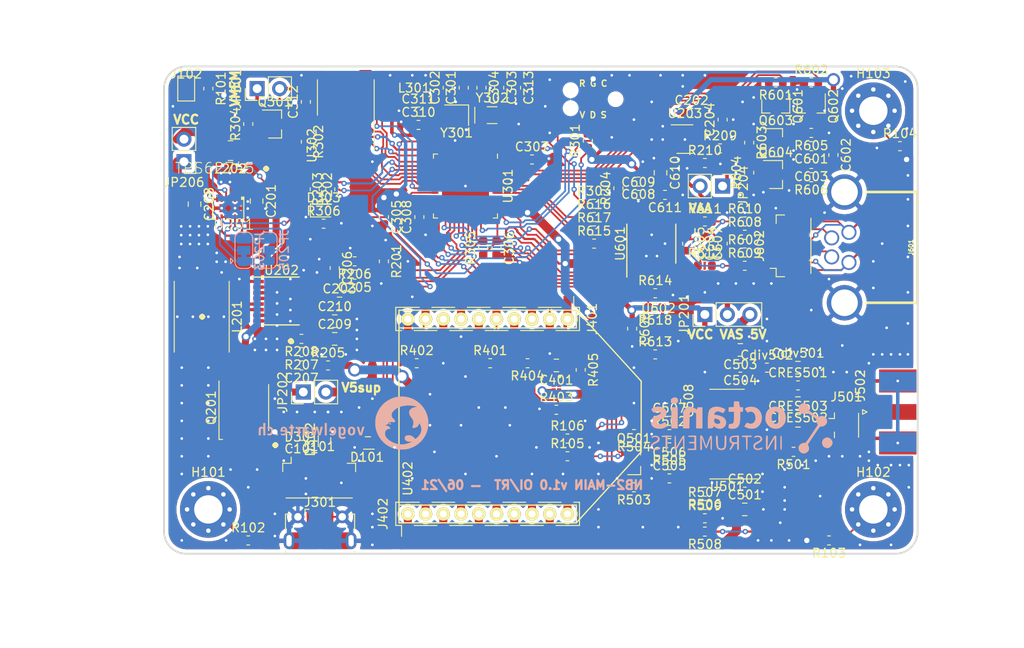
<source format=kicad_pcb>
(kicad_pcb (version 20171130) (host pcbnew "(5.1.5-0-10_14)")
  (layers (0 F.Cu signal) (31 B.Cu signal) (34 B.Paste user hide) (35 F.Paste user hide) (36 B.SilkS user) (37 F.SilkS user) (38 B.Mask user) (39 F.Mask user) (44 Edge.Cuts user))
  (net 0 "")
  (net 1 GND)
  (net 2 VAA)
  (net 3 /Load_Cell/EXC_A)
  (net 4 /Load_Cell/EXC_B)
  (net 5 /Load_Cell/AIN1)
  (net 6 /Load_Cell/AIN2)
  (net 7 +BATT)
  (net 8 /Control/RFID_CLK)
  (net 9 /Control/RFID_DATA)
  (net 10 +5V)
  (net 11 /Control/HK_BAT_V)
  (net 12 /Control/SPI_MOSI)
  (net 13 /Control/SPI_MISO)
  (net 14 /Control/SPI_CLK)
  (net 15 /Control/BAT_TEST_ENABLE)
  (net 16 /Control/5V_ENABLE)
  (net 17 /Load_Cell/DRDY_N)
  (net 18 /Control/LOADCELL_SPI_CS)
  (net 19 "Net-(C208-Pad1)")
  (net 20 "Net-(L201-Pad1)")
  (net 21 "Net-(C607-Pad2)")
  (net 22 "Net-(L201-Pad2)")
  (net 23 NRST)
  (net 24 VCC)
  (net 25 VCOM)
  (net 26 /RFID/ant2)
  (net 27 USB_D-)
  (net 28 USB_D+)
  (net 29 USER_GPIO)
  (net 30 BAT_IN)
  (net 31 /RFID/ant1)
  (net 32 /RFID/shd)
  (net 33 /Load_Cell/EXC_A_P)
  (net 34 /Load_Cell/EXC_A_N)
  (net 35 /Load_Cell/EXC_B_P)
  (net 36 /Load_Cell/EXC_B_N)
  (net 37 /RFID/demod_out)
  (net 38 /RFID/rdyclk)
  (net 39 /Control/QSPI_CSN)
  (net 40 /Control/QSPI_SCK)
  (net 41 /Control/QSPI_IO0)
  (net 42 /Control/QSPI_IO1)
  (net 43 /Control/QSPI_IO2)
  (net 44 /Control/QSPI_IO3)
  (net 45 /Communication/RF_ENABLE)
  (net 46 /Communication/RF_TX)
  (net 47 /Communication/RF_RX)
  (net 48 "Net-(C607-Pad1)")
  (net 49 /Load_Cell/ADC_CLK)
  (net 50 /Communication/dtr)
  (net 51 /Communication/SUPER_B_EN)
  (net 52 /Communication/SUPER_B_IO0)
  (net 53 /Communication/RF_RTS)
  (net 54 /Communication/RF_CTS)
  (net 55 /Load_Cell/green)
  (net 56 /Load_Cell/white)
  (net 57 SWCLK)
  (net 58 SWDIO)
  (net 59 RTC_OUT_CALIB)
  (net 60 "Net-(C202-Pad1)")
  (net 61 "Net-(C203-Pad1)")
  (net 62 "Net-(C204-Pad1)")
  (net 63 "Net-(C205-Pad1)")
  (net 64 /Control/FLASH_POWER_ON_N)
  (net 65 /ADC_CLK_EN)
  (net 66 /VAA_LDO_EN)
  (net 67 /Control/DBG_LED1)
  (net 68 "Net-(C205-Pad2)")
  (net 69 "Net-(C206-Pad1)")
  (net 70 "Net-(C207-Pad1)")
  (net 71 "Net-(C301-Pad1)")
  (net 72 "Net-(C302-Pad1)")
  (net 73 "Net-(C303-Pad2)")
  (net 74 "Net-(C304-Pad2)")
  (net 75 "Net-(C310-Pad2)")
  (net 76 "Net-(C312-Pad2)")
  (net 77 "Net-(C505-Pad2)")
  (net 78 "Net-(C506-Pad2)")
  (net 79 "Net-(C507-Pad2)")
  (net 80 "Net-(C508-Pad2)")
  (net 81 "Net-(C508-Pad1)")
  (net 82 "Net-(C605-Pad2)")
  (net 83 "Net-(C605-Pad1)")
  (net 84 "Net-(Cdiv501-Pad1)")
  (net 85 "Net-(CRES501-Pad1)")
  (net 86 "Net-(CRES502-Pad1)")
  (net 87 "Net-(CRES503-Pad1)")
  (net 88 "Net-(D303-Pad1)")
  (net 89 "Net-(H101-Pad1)")
  (net 90 "Net-(H102-Pad1)")
  (net 91 "Net-(H103-Pad1)")
  (net 92 "Net-(J102-Pad1)")
  (net 93 "Net-(JP203-Pad2)")
  (net 94 "Net-(JP205-Pad2)")
  (net 95 "Net-(L202-Pad1)")
  (net 96 "Net-(Q601-Pad3)")
  (net 97 "Net-(Q603-Pad3)")
  (net 98 "Net-(R202-Pad2)")
  (net 99 "Net-(R303-Pad1)")
  (net 100 "Net-(R501-Pad2)")
  (net 101 "Net-(R502-Pad2)")
  (net 102 "Net-(R615-Pad2)")
  (net 103 "Net-(R616-Pad2)")
  (net 104 "Net-(R617-Pad2)")
  (net 105 "Net-(R618-Pad1)")
  (net 106 "Net-(JP301-Pad1)")
  (net 107 /RFID_SLEEP_N)
  (net 108 "Net-(R209-Pad1)")
  (module Resistor_SMD:R_0603_1608Metric (layer F.Cu) (at 156 -94.1)
    (fp_text reference R210 (at 0 -1.43) (layer F.SilkS))
    (fp_text value DNP)
    (pad 2 smd roundrect (at 0.7875 0) (size 0.875 0.95) (layers F.Cu F.Paste F.Mask) (net 108 "Net-(R209-Pad1)"))
    (pad 1 smd roundrect (at -0.7875 0) (size 0.875 0.95) (layers F.Cu F.Paste F.Mask) (net 1 GND))
  )
  (module Resistor_SMD:R_0603_1608Metric (layer F.Cu) (at 157.7125 -95.75)
    (fp_text reference R209 (at 0 -1.43) (layer F.SilkS))
    (fp_text value DNP)
    (pad 2 smd roundrect (at 0.7875 0) (size 0.875 0.95) (layers F.Cu F.Paste F.Mask) (net 62 "Net-(C204-Pad1)"))
    (pad 1 smd roundrect (at -0.7875 0) (size 0.875 0.95) (layers F.Cu F.Paste F.Mask) (net 108 "Net-(R209-Pad1)"))
  )
  (module lib-fp-global:oi_logo_small (layer B.Cu) (at 160.25 -64.5 180)
    (fp_text reference G101 hide)
    (fp_text value LOGO hide)
  )
  (module lib_fp:MB08MBSAFF04RA (layer F.Cu) (at 172.25 -84.575 90)
    (fp_text reference J601 (at 0 7 90) (layer F.SilkS) (effects (font (size 0.5 0.5) (thickness 0.125))))
    (fp_text value LOAD_CELL_CONN_01X04)
    (pad SH thru_hole circle (at -6.25 -0.5 90) (size 4 4) (drill 3) (layers *.Cu *.Mask) (net 1 GND))
    (pad 1 thru_hole circle (at -1.7 0 90) (size 1.7 1.7) (drill 1.3) (layers *.Cu *.Mask) (net 3 /Load_Cell/EXC_A))
    (pad 3 thru_hole circle (at 1.7 0 90) (size 1.7 1.7) (drill 1.3) (layers *.Cu *.Mask) (net 4 /Load_Cell/EXC_B))
    (pad 2 thru_hole circle (at -1.075 -1.95 90) (size 1.7 1.7) (drill 1.3) (layers *.Cu *.Mask) (net 55 /Load_Cell/green))
    (pad 4 thru_hole circle (at 1.075 -1.95 90) (size 1.7 1.7) (drill 1.3) (layers *.Cu *.Mask) (net 56 /Load_Cell/white))
    (pad SH thru_hole circle (at 6.25 -0.5 90) (size 4 4) (drill 3) (layers *.Cu *.Mask) (net 1 GND))
  )
  (module Oscillator:Oscillator_SMD_EuroQuartz_XO32-4Pin_3.2x2.5mm (layer F.Cu) (at 150.75 -75.25)
    (fp_text reference U602 (at 0 -2.45) (layer F.SilkS))
    (fp_text value "SIT1602BI 4.096 MHz")
    (pad 4 smd rect (at -1.075 -0.775) (size 1 0.9) (layers F.Cu F.Paste F.Mask) (net 24 VCC))
    (pad 3 smd rect (at 1.075 -0.775) (size 1 0.9) (layers F.Cu F.Paste F.Mask) (net 105 "Net-(R618-Pad1)"))
    (pad 2 smd rect (at 1.075 0.775) (size 1 0.9) (layers F.Cu F.Paste F.Mask) (net 1 GND))
    (pad 1 smd rect (at -1.075 0.775) (size 1 0.9) (layers F.Cu F.Paste F.Mask) (net 65 /ADC_CLK_EN))
  )
  (module Package_TO_SOT_SMD:SOT-723 (layer F.Cu) (at 118 -62.5 180)
    (fp_text reference D101 (at 0.1 -1.6) (layer F.SilkS))
    (fp_text value ESD7205)
    (pad 3 smd rect (at 0.575 0 180) (size 0.45 0.5) (layers F.Cu F.Paste F.Mask) (net 1 GND))
    (pad 2 smd rect (at -0.575 0.4 180) (size 0.45 0.4) (layers F.Cu F.Paste F.Mask) (net 29 USER_GPIO))
    (pad 1 smd rect (at -0.575 -0.4 180) (size 0.45 0.4) (layers F.Cu F.Paste F.Mask))
  )
  (module Package_SO:TSSOP-16_4.4x5mm_P0.65mm (layer F.Cu) (at 150 -85 90)
    (fp_text reference U601 (at 0 -3.55 90) (layer F.SilkS))
    (fp_text value ADS1220)
    (pad 16 smd rect (at 2.95 -2.275 90) (size 1.5 0.45) (layers F.Cu F.Paste F.Mask) (net 103 "Net-(R616-Pad2)"))
    (pad 15 smd rect (at 2.95 -1.625 90) (size 1.5 0.45) (layers F.Cu F.Paste F.Mask) (net 104 "Net-(R617-Pad2)"))
    (pad 14 smd rect (at 2.95 -0.975 90) (size 1.5 0.45) (layers F.Cu F.Paste F.Mask) (net 17 /Load_Cell/DRDY_N))
    (pad 13 smd rect (at 2.95 -0.325 90) (size 1.5 0.45) (layers F.Cu F.Paste F.Mask) (net 24 VCC))
    (pad 12 smd rect (at 2.95 0.325 90) (size 1.5 0.45) (layers F.Cu F.Paste F.Mask) (net 2 VAA))
    (pad 11 smd rect (at 2.95 0.975 90) (size 1.5 0.45) (layers F.Cu F.Paste F.Mask) (net 83 "Net-(C605-Pad1)"))
    (pad 10 smd rect (at 2.95 1.625 90) (size 1.5 0.45) (layers F.Cu F.Paste F.Mask) (net 5 /Load_Cell/AIN1))
    (pad 9 smd rect (at 2.95 2.275 90) (size 1.5 0.45) (layers F.Cu F.Paste F.Mask) (net 48 "Net-(C607-Pad1)"))
    (pad 8 smd rect (at -2.95 2.275 90) (size 1.5 0.45) (layers F.Cu F.Paste F.Mask) (net 21 "Net-(C607-Pad2)"))
    (pad 7 smd rect (at -2.95 1.625 90) (size 1.5 0.45) (layers F.Cu F.Paste F.Mask) (net 6 /Load_Cell/AIN2))
    (pad 6 smd rect (at -2.95 0.975 90) (size 1.5 0.45) (layers F.Cu F.Paste F.Mask) (net 82 "Net-(C605-Pad2)"))
    (pad 5 smd rect (at -2.95 0.325 90) (size 1.5 0.45) (layers F.Cu F.Paste F.Mask) (net 1 GND))
    (pad 4 smd rect (at -2.95 -0.325 90) (size 1.5 0.45) (layers F.Cu F.Paste F.Mask) (net 1 GND))
    (pad 3 smd rect (at -2.95 -0.975 90) (size 1.5 0.45) (layers F.Cu F.Paste F.Mask) (net 49 /Load_Cell/ADC_CLK))
    (pad 2 smd rect (at -2.95 -1.625 90) (size 1.5 0.45) (layers F.Cu F.Paste F.Mask) (net 18 /Control/LOADCELL_SPI_CS))
    (pad 1 smd rect (at -2.95 -2.275 90) (size 1.5 0.45) (layers F.Cu F.Paste F.Mask) (net 102 "Net-(R615-Pad2)"))
  )
  (module Resistor_SMD:R_0603_1608Metric (layer F.Cu) (at 143.51 -85)
    (fp_text reference R615 (at 0 -1.43) (layer F.SilkS))
    (fp_text value 47R)
    (pad 2 smd roundrect (at 0.7875 0) (size 0.875 0.95) (layers F.Cu F.Paste F.Mask) (net 102 "Net-(R615-Pad2)"))
    (pad 1 smd roundrect (at -0.7875 0) (size 0.875 0.95) (layers F.Cu F.Paste F.Mask) (net 14 /Control/SPI_CLK))
  )
  (module Resistor_SMD:R_0603_1608Metric (layer F.Cu) (at 150.4 -77.8 180)
    (fp_text reference R618 (at 0 -1.43) (layer F.SilkS))
    (fp_text value 0R)
    (pad 2 smd roundrect (at 0.7875 0 180) (size 0.875 0.95) (layers F.Cu F.Paste F.Mask) (net 49 /Load_Cell/ADC_CLK))
    (pad 1 smd roundrect (at -0.7875 0 180) (size 0.875 0.95) (layers F.Cu F.Paste F.Mask) (net 105 "Net-(R618-Pad1)"))
  )
  (module Resistor_SMD:R_0603_1608Metric (layer F.Cu) (at 143.51 -86.49)
    (fp_text reference R617 (at 0 -1.43) (layer F.SilkS))
    (fp_text value 47R)
    (pad 2 smd roundrect (at 0.7875 0) (size 0.875 0.95) (layers F.Cu F.Paste F.Mask) (net 104 "Net-(R617-Pad2)"))
    (pad 1 smd roundrect (at -0.7875 0) (size 0.875 0.95) (layers F.Cu F.Paste F.Mask) (net 13 /Control/SPI_MISO))
  )
  (module Resistor_SMD:R_0603_1608Metric (layer F.Cu) (at 143.5 -88)
    (fp_text reference R616 (at 0 -1.43) (layer F.SilkS))
    (fp_text value 47R)
    (pad 2 smd roundrect (at 0.7875 0) (size 0.875 0.95) (layers F.Cu F.Paste F.Mask) (net 103 "Net-(R616-Pad2)"))
    (pad 1 smd roundrect (at -0.7875 0) (size 0.875 0.95) (layers F.Cu F.Paste F.Mask) (net 12 /Control/SPI_MOSI))
  )
  (module Resistor_SMD:R_0603_1608Metric (layer F.Cu) (at 150.4 -79.4)
    (fp_text reference R614 (at 0 -1.43) (layer F.SilkS))
    (fp_text value DNP)
    (pad 2 smd roundrect (at 0.7875 0) (size 0.875 0.95) (layers F.Cu F.Paste F.Mask) (net 1 GND))
    (pad 1 smd roundrect (at -0.7875 0) (size 0.875 0.95) (layers F.Cu F.Paste F.Mask) (net 49 /Load_Cell/ADC_CLK))
  )
  (module Resistor_SMD:R_0603_1608Metric (layer F.Cu) (at 150.4 -72.5)
    (fp_text reference R613 (at 0 -1.43) (layer F.SilkS))
    (fp_text value DNP)
    (pad 2 smd roundrect (at 0.7875 0) (size 0.875 0.95) (layers F.Cu F.Paste F.Mask) (net 24 VCC))
    (pad 1 smd roundrect (at -0.7875 0) (size 0.875 0.95) (layers F.Cu F.Paste F.Mask) (net 65 /ADC_CLK_EN))
  )
  (module Resistor_SMD:R_0603_1608Metric (layer F.Cu) (at 156 -82.5)
    (fp_text reference R612 (at 0 -1.43) (layer F.SilkS))
    (fp_text value 0R)
    (pad 2 smd roundrect (at 0.7875 0) (size 0.875 0.95) (layers F.Cu F.Paste F.Mask) (net 83 "Net-(C605-Pad1)"))
    (pad 1 smd roundrect (at -0.7875 0) (size 0.875 0.95) (layers F.Cu F.Paste F.Mask) (net 21 "Net-(C607-Pad2)"))
  )
  (module Resistor_SMD:R_0603_1608Metric (layer F.Cu) (at 156 -87.5)
    (fp_text reference R611 (at 0 -1.43) (layer F.SilkS))
    (fp_text value 0R)
    (pad 2 smd roundrect (at 0.7875 0) (size 0.875 0.95) (layers F.Cu F.Paste F.Mask) (net 82 "Net-(C605-Pad2)"))
    (pad 1 smd roundrect (at -0.7875 0) (size 0.875 0.95) (layers F.Cu F.Paste F.Mask) (net 48 "Net-(C607-Pad1)"))
  )
  (module Resistor_SMD:R_0603_1608Metric (layer F.Cu) (at 160.5 -87.5)
    (fp_text reference R610 (at 0 -1.43) (layer F.SilkS))
    (fp_text value 0R)
    (pad 2 smd roundrect (at 0.7875 0) (size 0.875 0.95) (layers F.Cu F.Paste F.Mask) (net 4 /Load_Cell/EXC_B))
    (pad 1 smd roundrect (at -0.7875 0) (size 0.875 0.95) (layers F.Cu F.Paste F.Mask) (net 82 "Net-(C605-Pad2)"))
  )
  (module Resistor_SMD:R_0603_1608Metric (layer F.Cu) (at 160.5 -82.5)
    (fp_text reference R609 (at 0 -1.43) (layer F.SilkS))
    (fp_text value 0R)
    (pad 2 smd roundrect (at 0.7875 0) (size 0.875 0.95) (layers F.Cu F.Paste F.Mask) (net 3 /Load_Cell/EXC_A))
    (pad 1 smd roundrect (at -0.7875 0) (size 0.875 0.95) (layers F.Cu F.Paste F.Mask) (net 83 "Net-(C605-Pad1)"))
  )
  (module Resistor_SMD:R_0603_1608Metric (layer F.Cu) (at 160.5 -86)
    (fp_text reference R608 (at 0 -1.43) (layer F.SilkS))
    (fp_text value 0R)
    (pad 2 smd roundrect (at 0.7875 0) (size 0.875 0.95) (layers F.Cu F.Paste F.Mask) (net 56 /Load_Cell/white))
    (pad 1 smd roundrect (at -0.7875 0) (size 0.875 0.95) (layers F.Cu F.Paste F.Mask) (net 5 /Load_Cell/AIN1))
  )
  (module Resistor_SMD:R_0603_1608Metric (layer F.Cu) (at 160.5 -84)
    (fp_text reference R607 (at 0 -1.43) (layer F.SilkS))
    (fp_text value 0R)
    (pad 2 smd roundrect (at 0.7875 0) (size 0.875 0.95) (layers F.Cu F.Paste F.Mask) (net 55 /Load_Cell/green))
    (pad 1 smd roundrect (at -0.7875 0) (size 0.875 0.95) (layers F.Cu F.Paste F.Mask) (net 6 /Load_Cell/AIN2))
  )
  (module Resistor_SMD:R_0603_1608Metric (layer F.Cu) (at 168 -92.5 180)
    (fp_text reference R606 (at 0 -1.43) (layer F.SilkS))
    (fp_text value 0R)
    (pad 2 smd roundrect (at 0.7875 0 180) (size 0.875 0.95) (layers F.Cu F.Paste F.Mask) (net 97 "Net-(Q603-Pad3)"))
    (pad 1 smd roundrect (at -0.7875 0 180) (size 0.875 0.95) (layers F.Cu F.Paste F.Mask) (net 4 /Load_Cell/EXC_B))
  )
  (module Resistor_SMD:R_0603_1608Metric (layer F.Cu) (at 168 -97.5 180)
    (fp_text reference R605 (at 0 -1.43) (layer F.SilkS))
    (fp_text value 0R)
    (pad 2 smd roundrect (at 0.7875 0 180) (size 0.875 0.95) (layers F.Cu F.Paste F.Mask) (net 96 "Net-(Q601-Pad3)"))
    (pad 1 smd roundrect (at -0.7875 0 180) (size 0.875 0.95) (layers F.Cu F.Paste F.Mask) (net 3 /Load_Cell/EXC_A))
  )
  (module Resistor_SMD:R_0603_1608Metric (layer F.Cu) (at 161 -93.0125 90)
    (fp_text reference R604 (at 0 -1.43 90) (layer F.SilkS))
    (fp_text value 82k)
    (pad 2 smd roundrect (at 0.7875 0 90) (size 0.875 0.95) (layers F.Cu F.Paste F.Mask) (net 36 /Load_Cell/EXC_B_N))
    (pad 1 smd roundrect (at -0.7875 0 90) (size 0.875 0.95) (layers F.Cu F.Paste F.Mask) (net 1 GND))
  )
  (module Resistor_SMD:R_0603_1608Metric (layer F.Cu) (at 161 -96.4 270)
    (fp_text reference R603 (at 0 -1.43 90) (layer F.SilkS))
    (fp_text value 82k)
    (pad 2 smd roundrect (at 0.7875 0 270) (size 0.875 0.95) (layers F.Cu F.Paste F.Mask) (net 2 VAA))
    (pad 1 smd roundrect (at -0.7875 0 270) (size 0.875 0.95) (layers F.Cu F.Paste F.Mask) (net 35 /Load_Cell/EXC_B_P))
  )
  (module Resistor_SMD:R_0603_1608Metric (layer F.Cu) (at 168 -103.2)
    (fp_text reference R602 (at 0 -1.43) (layer F.SilkS))
    (fp_text value 82k)
    (pad 2 smd roundrect (at 0.7875 0) (size 0.875 0.95) (layers F.Cu F.Paste F.Mask) (net 34 /Load_Cell/EXC_A_N))
    (pad 1 smd roundrect (at -0.7875 0) (size 0.875 0.95) (layers F.Cu F.Paste F.Mask) (net 1 GND))
  )
  (module Resistor_SMD:R_0603_1608Metric (layer F.Cu) (at 164 -103.2 180)
    (fp_text reference R601 (at 0 -1.43) (layer F.SilkS))
    (fp_text value 82k)
    (pad 2 smd roundrect (at 0.7875 0 180) (size 0.875 0.95) (layers F.Cu F.Paste F.Mask) (net 2 VAA))
    (pad 1 smd roundrect (at -0.7875 0 180) (size 0.875 0.95) (layers F.Cu F.Paste F.Mask) (net 33 /Load_Cell/EXC_A_P))
  )
  (module Resistor_SMD:R_0603_1608Metric (layer F.Cu) (at 156 -54)
    (fp_text reference R509 (at 0 -1.43) (layer F.SilkS))
    (fp_text value DNP)
    (pad 2 smd roundrect (at 0.7875 0) (size 0.875 0.95) (layers F.Cu F.Paste F.Mask) (net 1 GND))
    (pad 1 smd roundrect (at -0.7875 0) (size 0.875 0.95) (layers F.Cu F.Paste F.Mask) (net 9 /Control/RFID_DATA))
  )
  (module Resistor_SMD:R_0603_1608Metric (layer F.Cu) (at 156 -52.5 180)
    (fp_text reference R508 (at 0 -1.43) (layer F.SilkS))
    (fp_text value 0R)
    (pad 2 smd roundrect (at 0.7875 0 180) (size 0.875 0.95) (layers F.Cu F.Paste F.Mask) (net 9 /Control/RFID_DATA))
    (pad 1 smd roundrect (at -0.7875 0 180) (size 0.875 0.95) (layers F.Cu F.Paste F.Mask) (net 38 /RFID/rdyclk))
  )
  (module Resistor_SMD:R_0603_1608Metric (layer F.Cu) (at 156 -55.5)
    (fp_text reference R507 (at 0 -1.43) (layer F.SilkS))
    (fp_text value 0R)
    (pad 2 smd roundrect (at 0.7875 0) (size 0.875 0.95) (layers F.Cu F.Paste F.Mask) (net 37 /RFID/demod_out))
    (pad 1 smd roundrect (at -0.7875 0) (size 0.875 0.95) (layers F.Cu F.Paste F.Mask) (net 8 /Control/RFID_CLK))
  )
  (module Resistor_SMD:R_0603_1608Metric (layer F.Cu) (at 156 -57 180)
    (fp_text reference R506 (at 0 -1.43) (layer F.SilkS))
    (fp_text value DNP)
    (pad 2 smd roundrect (at 0.7875 0 180) (size 0.875 0.95) (layers F.Cu F.Paste F.Mask) (net 8 /Control/RFID_CLK))
    (pad 1 smd roundrect (at -0.7875 0 180) (size 0.875 0.95) (layers F.Cu F.Paste F.Mask) (net 1 GND))
  )
  (module Resistor_SMD:R_0603_1608Metric (layer F.Cu) (at 152 -62 180)
    (fp_text reference R505 (at 0 -1.43) (layer F.SilkS))
    (fp_text value DNP)
    (pad 2 smd roundrect (at 0.7875 0 180) (size 0.875 0.95) (layers F.Cu F.Paste F.Mask) (net 1 GND))
    (pad 1 smd roundrect (at -0.7875 0 180) (size 0.875 0.95) (layers F.Cu F.Paste F.Mask) (net 32 /RFID/shd))
  )
  (module Resistor_SMD:R_0603_1608Metric (layer F.Cu) (at 148 -63.5 180)
    (fp_text reference R504 (at 0 -1.43) (layer F.SilkS))
    (fp_text value 82k)
    (pad 2 smd roundrect (at 0.7875 0 180) (size 0.875 0.95) (layers F.Cu F.Paste F.Mask) (net 10 +5V))
    (pad 1 smd roundrect (at -0.7875 0 180) (size 0.875 0.95) (layers F.Cu F.Paste F.Mask) (net 32 /RFID/shd))
  )
  (module Resistor_SMD:R_0603_1608Metric (layer F.Cu) (at 148 -57.5 180)
    (fp_text reference R503 (at 0 -1.43) (layer F.SilkS))
    (fp_text value DNP)
    (pad 2 smd roundrect (at 0.7875 0 180) (size 0.875 0.95) (layers F.Cu F.Paste F.Mask) (net 107 /RFID_SLEEP_N))
    (pad 1 smd roundrect (at -0.7875 0 180) (size 0.875 0.95) (layers F.Cu F.Paste F.Mask) (net 32 /RFID/shd))
  )
  (module Resistor_SMD:R_0603_1608Metric (layer F.Cu) (at 152 -63.5)
    (fp_text reference R502 (at 0 -1.43) (layer F.SilkS))
    (fp_text value 0R)
    (pad 2 smd roundrect (at 0.7875 0) (size 0.875 0.95) (layers F.Cu F.Paste F.Mask) (net 101 "Net-(R502-Pad2)"))
    (pad 1 smd roundrect (at -0.7875 0) (size 0.875 0.95) (layers F.Cu F.Paste F.Mask) (net 1 GND))
  )
  (module Resistor_SMD:R_0603_1608Metric (layer F.Cu) (at 166 -61.5 180)
    (fp_text reference R501 (at 0 -1.43) (layer F.SilkS))
    (fp_text value 0R)
    (pad 2 smd roundrect (at 0.7875 0 180) (size 0.875 0.95) (layers F.Cu F.Paste F.Mask) (net 100 "Net-(R501-Pad2)"))
    (pad 1 smd roundrect (at -0.7875 0 180) (size 0.875 0.95) (layers F.Cu F.Paste F.Mask) (net 31 /RFID/ant1))
  )
  (module Resistor_SMD:R_0603_1608Metric (layer F.Cu) (at 142 -70.75 270)
    (fp_text reference R405 (at 0 -1.43 90) (layer F.SilkS))
    (fp_text value DNP)
    (pad 2 smd roundrect (at 0.7875 0 270) (size 0.875 0.95) (layers F.Cu F.Paste F.Mask) (net 25 VCOM))
    (pad 1 smd roundrect (at -0.7875 0 270) (size 0.875 0.95) (layers F.Cu F.Paste F.Mask) (net 24 VCC))
  )
  (module Resistor_SMD:R_0603_1608Metric (layer F.Cu) (at 136 -71.5 180)
    (fp_text reference R404 (at 0 -1.43) (layer F.SilkS))
    (fp_text value DNP)
    (pad 2 smd roundrect (at 0.7875 0 180) (size 0.875 0.95) (layers F.Cu F.Paste F.Mask) (net 51 /Communication/SUPER_B_EN))
    (pad 1 smd roundrect (at -0.7875 0 180) (size 0.875 0.95) (layers F.Cu F.Paste F.Mask) (net 45 /Communication/RF_ENABLE))
  )
  (module Resistor_SMD:R_0603_1608Metric (layer F.Cu) (at 139.25 -66.25)
    (fp_text reference R403 (at 0 -1.43) (layer F.SilkS))
    (fp_text value 10k)
    (pad 2 smd roundrect (at 0.7875 0) (size 0.875 0.95) (layers F.Cu F.Paste F.Mask) (net 45 /Communication/RF_ENABLE))
    (pad 1 smd roundrect (at -0.7875 0) (size 0.875 0.95) (layers F.Cu F.Paste F.Mask) (net 1 GND))
  )
  (module Resistor_SMD:R_0603_1608Metric (layer F.Cu) (at 123.5 -71.5)
    (fp_text reference R402 (at 0 -1.43) (layer F.SilkS))
    (fp_text value DNP)
    (pad 2 smd roundrect (at 0.7875 0) (size 0.875 0.95) (layers F.Cu F.Paste F.Mask) (net 50 /Communication/dtr))
    (pad 1 smd roundrect (at -0.7875 0) (size 0.875 0.95) (layers F.Cu F.Paste F.Mask) (net 1 GND))
  )
  (module Resistor_SMD:R_0603_1608Metric (layer F.Cu) (at 131.7875 -71.5)
    (fp_text reference R401 (at 0 -1.43) (layer F.SilkS))
    (fp_text value 10k)
    (pad 2 smd roundrect (at 0.7875 0) (size 0.875 0.95) (layers F.Cu F.Paste F.Mask) (net 51 /Communication/SUPER_B_EN))
    (pad 1 smd roundrect (at -0.7875 0) (size 0.875 0.95) (layers F.Cu F.Paste F.Mask) (net 25 VCOM))
  )
  (module Resistor_SMD:R_0603_1608Metric (layer F.Cu) (at 113 -87.25)
    (fp_text reference R306 (at 0 -1.43) (layer F.SilkS))
    (fp_text value 1k)
    (pad 2 smd roundrect (at 0.7875 0) (size 0.875 0.95) (layers F.Cu F.Paste F.Mask) (net 1 GND))
    (pad 1 smd roundrect (at -0.7875 0) (size 0.875 0.95) (layers F.Cu F.Paste F.Mask) (net 88 "Net-(D303-Pad1)"))
  )
  (module Resistor_SMD:R_0603_1608Metric (layer F.Cu) (at 131 -84.5 90)
    (fp_text reference R305 (at 0 -1.43 90) (layer F.SilkS))
    (fp_text value 1k5)
    (pad 2 smd roundrect (at 0.7875 0 90) (size 0.875 0.95) (layers F.Cu F.Paste F.Mask) (net 28 USB_D+))
    (pad 1 smd roundrect (at -0.7875 0 90) (size 0.875 0.95) (layers F.Cu F.Paste F.Mask) (net 24 VCC))
  )
  (module Resistor_SMD:R_0603_1608Metric (layer F.Cu) (at 104.5 -98.5 90)
    (fp_text reference R304 (at 0 -1.43 90) (layer F.SilkS))
    (fp_text value 82k)
    (pad 2 smd roundrect (at 0.7875 0 90) (size 0.875 0.95) (layers F.Cu F.Paste F.Mask) (net 64 /Control/FLASH_POWER_ON_N))
    (pad 1 smd roundrect (at -0.7875 0 90) (size 0.875 0.95) (layers F.Cu F.Paste F.Mask) (net 24 VCC))
  )
  (module Resistor_SMD:R_0603_1608Metric (layer F.Cu) (at 143.5 -89.5)
    (fp_text reference R303 (at 0 -1.43) (layer F.SilkS))
    (fp_text value 100R)
    (pad 2 smd roundrect (at 0.7875 0) (size 0.875 0.95) (layers F.Cu F.Paste F.Mask) (net 17 /Load_Cell/DRDY_N))
    (pad 1 smd roundrect (at -0.7875 0) (size 0.875 0.95) (layers F.Cu F.Paste F.Mask) (net 99 "Net-(R303-Pad1)"))
  )
  (module Resistor_SMD:R_0603_1608Metric (layer F.Cu) (at 111 -96.5 270)
    (fp_text reference R302 (at 0 -1.43 90) (layer F.SilkS))
    (fp_text value 82k)
    (pad 2 smd roundrect (at 0.7875 0 270) (size 0.875 0.95) (layers F.Cu F.Paste F.Mask) (net 39 /Control/QSPI_CSN))
    (pad 1 smd roundrect (at -0.7875 0 270) (size 0.875 0.95) (layers F.Cu F.Paste F.Mask) (net 76 "Net-(C312-Pad2)"))
  )
  (module Resistor_SMD:R_0603_1608Metric (layer F.Cu) (at 142.8 -96.6125 90)
    (fp_text reference R301 (at 0 -1.43 90) (layer F.SilkS))
    (fp_text value DNP)
    (pad 2 smd roundrect (at 0.7875 0 90) (size 0.875 0.95) (layers F.Cu F.Paste F.Mask) (net 59 RTC_OUT_CALIB))
    (pad 1 smd roundrect (at -0.7875 0 90) (size 0.875 0.95) (layers F.Cu F.Paste F.Mask) (net 67 /Control/DBG_LED1))
  )
  (module Resistor_SMD:R_0603_1608Metric (layer F.Cu) (at 110.5 -74.25 180)
    (fp_text reference R208 (at 0 -1.43) (layer F.SilkS))
    (fp_text value "649k 1%")
    (pad 2 smd roundrect (at 0.7875 0 180) (size 0.875 0.95) (layers F.Cu F.Paste F.Mask) (net 69 "Net-(C206-Pad1)"))
    (pad 1 smd roundrect (at -0.7875 0 180) (size 0.875 0.95) (layers F.Cu F.Paste F.Mask) (net 10 +5V))
  )
  (module Resistor_SMD:R_0603_1608Metric (layer F.Cu) (at 110.5 -72.75 180)
    (fp_text reference R207 (at 0 -1.43) (layer F.SilkS))
    (fp_text value "162k 1%")
    (pad 2 smd roundrect (at 0.7875 0 180) (size 0.875 0.95) (layers F.Cu F.Paste F.Mask) (net 69 "Net-(C206-Pad1)"))
    (pad 1 smd roundrect (at -0.7875 0 180) (size 0.875 0.95) (layers F.Cu F.Paste F.Mask) (net 1 GND))
  )
  (module Resistor_SMD:R_0603_1608Metric (layer F.Cu) (at 116.5 -83 180)
    (fp_text reference R206 (at 0 -1.43) (layer F.SilkS))
    (fp_text value 15k)
    (pad 2 smd roundrect (at 0.7875 0 180) (size 0.875 0.95) (layers F.Cu F.Paste F.Mask) (net 69 "Net-(C206-Pad1)"))
    (pad 1 smd roundrect (at -0.7875 0 180) (size 0.875 0.95) (layers F.Cu F.Paste F.Mask) (net 63 "Net-(C205-Pad1)"))
  )
  (module Resistor_SMD:R_0603_1608Metric (layer F.Cu) (at 113.5 -71.25)
    (fp_text reference R205 (at 0 -1.43) (layer F.SilkS))
    (fp_text value 10k)
    (pad 2 smd roundrect (at 0.7875 0) (size 0.875 0.95) (layers F.Cu F.Paste F.Mask) (net 10 +5V))
    (pad 1 smd roundrect (at -0.7875 0) (size 0.875 0.95) (layers F.Cu F.Paste F.Mask) (net 70 "Net-(C207-Pad1)"))
  )
  (module Resistor_SMD:R_0603_1608Metric (layer F.Cu) (at 146.25 -91.25 90)
    (fp_text reference R204 (at 0 -1.43 90) (layer F.SilkS))
    (fp_text value DNP)
    (pad 2 smd roundrect (at 0.7875 0 90) (size 0.875 0.95) (layers F.Cu F.Paste F.Mask) (net 66 /VAA_LDO_EN))
    (pad 1 smd roundrect (at -0.7875 0 90) (size 0.875 0.95) (layers F.Cu F.Paste F.Mask) (net 1 GND))
  )
  (module Resistor_SMD:R_0603_1608Metric (layer F.Cu) (at 113.75 -91.14 90)
    (fp_text reference R203 (at 0 -1.43 90) (layer F.SilkS))
    (fp_text value 47k)
    (pad 2 smd roundrect (at 0.7875 0 90) (size 0.875 0.95) (layers F.Cu F.Paste F.Mask) (net 11 /Control/HK_BAT_V))
    (pad 1 smd roundrect (at -0.7875 0 90) (size 0.875 0.95) (layers F.Cu F.Paste F.Mask) (net 1 GND))
  )
  (module Resistor_SMD:R_0603_1608Metric (layer F.Cu) (at 112 -91.14 270)
    (fp_text reference R202 (at 0 -1.43 90) (layer F.SilkS))
    (fp_text value 82k)
    (pad 2 smd roundrect (at 0.7875 0 270) (size 0.875 0.95) (layers F.Cu F.Paste F.Mask) (net 98 "Net-(R202-Pad2)"))
    (pad 1 smd roundrect (at -0.7875 0 270) (size 0.875 0.95) (layers F.Cu F.Paste F.Mask) (net 11 /Control/HK_BAT_V))
  )
  (module Resistor_SMD:R_0603_1608Metric (layer F.Cu) (at 119.8 -83 270)
    (fp_text reference R201 (at 0 -1.43 90) (layer F.SilkS))
    (fp_text value 82k)
    (pad 2 smd roundrect (at 0.7875 0 270) (size 0.875 0.95) (layers F.Cu F.Paste F.Mask) (net 16 /Control/5V_ENABLE))
    (pad 1 smd roundrect (at -0.7875 0 270) (size 0.875 0.95) (layers F.Cu F.Paste F.Mask) (net 1 GND))
  )
  (module Resistor_SMD:R_0603_1608Metric (layer F.Cu) (at 140.5 -63)
    (fp_text reference R106 (at 0 -1.43) (layer F.SilkS))
    (fp_text value DNP)
    (pad 2 smd roundrect (at 0.7875 0) (size 0.875 0.95) (layers F.Cu F.Paste F.Mask) (net 65 /ADC_CLK_EN))
    (pad 1 smd roundrect (at -0.7875 0) (size 0.875 0.95) (layers F.Cu F.Paste F.Mask) (net 54 /Communication/RF_CTS))
  )
  (module Resistor_SMD:R_0603_1608Metric (layer F.Cu) (at 140.5 -61)
    (fp_text reference R105 (at 0 -1.43) (layer F.SilkS))
    (fp_text value DNP)
    (pad 2 smd roundrect (at 0.7875 0) (size 0.875 0.95) (layers F.Cu F.Paste F.Mask) (net 107 /RFID_SLEEP_N))
    (pad 1 smd roundrect (at -0.7875 0) (size 0.875 0.95) (layers F.Cu F.Paste F.Mask) (net 53 /Communication/RF_RTS))
  )
  (module Resistor_SMD:R_0603_1608Metric (layer F.Cu) (at 178 -96)
    (fp_text reference R104 (at 0 -1.43) (layer F.SilkS))
    (fp_text value 10k)
    (pad 2 smd roundrect (at 0.7875 0) (size 0.875 0.95) (layers F.Cu F.Paste F.Mask) (net 1 GND))
    (pad 1 smd roundrect (at -0.7875 0) (size 0.875 0.95) (layers F.Cu F.Paste F.Mask) (net 91 "Net-(H103-Pad1)"))
  )
  (module Resistor_SMD:R_0603_1608Metric (layer F.Cu) (at 170 -51.5 180)
    (fp_text reference R103 (at 0 -1.43) (layer F.SilkS))
    (fp_text value 10k)
    (pad 2 smd roundrect (at 0.7875 0 180) (size 0.875 0.95) (layers F.Cu F.Paste F.Mask) (net 1 GND))
    (pad 1 smd roundrect (at -0.7875 0 180) (size 0.875 0.95) (layers F.Cu F.Paste F.Mask) (net 90 "Net-(H102-Pad1)"))
  )
  (module Resistor_SMD:R_0603_1608Metric (layer F.Cu) (at 104.5 -51.5)
    (fp_text reference R102 (at 0 -1.43) (layer F.SilkS))
    (fp_text value 10k)
    (pad 2 smd roundrect (at 0.7875 0) (size 0.875 0.95) (layers F.Cu F.Paste F.Mask) (net 1 GND))
    (pad 1 smd roundrect (at -0.7875 0) (size 0.875 0.95) (layers F.Cu F.Paste F.Mask) (net 89 "Net-(H101-Pad1)"))
  )
  (module Resistor_SMD:R_0603_1608Metric (layer F.Cu) (at 100 -102.5 270)
    (fp_text reference R101 (at 0 -1.43 90) (layer F.SilkS))
    (fp_text value 10k)
    (pad 2 smd roundrect (at 0.7875 0 270) (size 0.875 0.95) (layers F.Cu F.Paste F.Mask) (net 1 GND))
    (pad 1 smd roundrect (at -0.7875 0 270) (size 0.875 0.95) (layers F.Cu F.Paste F.Mask) (net 92 "Net-(J102-Pad1)"))
  )
  (module Capacitor_SMD:C_0603_1608Metric (layer F.Cu) (at 163 -71)
    (fp_text reference Cdiv502 (at 0 -1.43) (layer F.SilkS))
    (fp_text value 1n)
    (pad 2 smd roundrect (at 0.7875 0) (size 0.875 0.95) (layers F.Cu F.Paste F.Mask) (net 84 "Net-(Cdiv501-Pad1)"))
    (pad 1 smd roundrect (at -0.7875 0) (size 0.875 0.95) (layers F.Cu F.Paste F.Mask) (net 1 GND))
  )
  (module Capacitor_SMD:C_0603_1608Metric (layer F.Cu) (at 151.5 -90.5 180)
    (fp_text reference C611 (at 0 -1.43) (layer F.SilkS))
    (fp_text value 10n)
    (pad 2 smd roundrect (at 0.7875 0 180) (size 0.875 0.95) (layers F.Cu F.Paste F.Mask) (net 2 VAA))
    (pad 1 smd roundrect (at -0.7875 0 180) (size 0.875 0.95) (layers F.Cu F.Paste F.Mask) (net 1 GND))
  )
  (module Capacitor_SMD:C_0805_2012Metric (layer F.Cu) (at 151 -93 270)
    (fp_text reference C610 (at 0 -1.65 90) (layer F.SilkS))
    (fp_text value 10u)
    (pad 2 smd roundrect (at 0.9375 0 270) (size 0.975 1.4) (layers F.Cu F.Paste F.Mask) (net 2 VAA))
    (pad 1 smd roundrect (at -0.9375 0 270) (size 0.975 1.4) (layers F.Cu F.Paste F.Mask) (net 1 GND))
  )
  (module Capacitor_SMD:C_0603_1608Metric (layer F.Cu) (at 148.5 -90.5)
    (fp_text reference C609 (at 0 -1.43) (layer F.SilkS))
    (fp_text value 100n)
    (pad 2 smd roundrect (at 0.7875 0) (size 0.875 0.95) (layers F.Cu F.Paste F.Mask) (net 24 VCC))
    (pad 1 smd roundrect (at -0.7875 0) (size 0.875 0.95) (layers F.Cu F.Paste F.Mask) (net 1 GND))
  )
  (module Capacitor_SMD:C_0603_1608Metric (layer F.Cu) (at 148.5 -92 180)
    (fp_text reference C608 (at 0 -1.43) (layer F.SilkS))
    (fp_text value 1u)
    (pad 2 smd roundrect (at 0.7875 0 180) (size 0.875 0.95) (layers F.Cu F.Paste F.Mask) (net 1 GND))
    (pad 1 smd roundrect (at -0.7875 0 180) (size 0.875 0.95) (layers F.Cu F.Paste F.Mask) (net 24 VCC))
  )
  (module Capacitor_SMD:C_0603_1608Metric (layer F.Cu) (at 156 -85 270)
    (fp_text reference C607 (at 0 -1.43 90) (layer F.SilkS))
    (fp_text value "100n DNP")
    (pad 2 smd roundrect (at 0.7875 0 270) (size 0.875 0.95) (layers F.Cu F.Paste F.Mask) (net 21 "Net-(C607-Pad2)"))
    (pad 1 smd roundrect (at -0.7875 0 270) (size 0.875 0.95) (layers F.Cu F.Paste F.Mask) (net 48 "Net-(C607-Pad1)"))
  )
  (module Capacitor_SMD:C_0603_1608Metric (layer F.Cu) (at 147.8 -75.4 270)
    (fp_text reference C606 (at 0 -1.43 90) (layer F.SilkS))
    (fp_text value 100n)
    (pad 2 smd roundrect (at 0.7875 0 270) (size 0.875 0.95) (layers F.Cu F.Paste F.Mask) (net 1 GND))
    (pad 1 smd roundrect (at -0.7875 0 270) (size 0.875 0.95) (layers F.Cu F.Paste F.Mask) (net 24 VCC))
  )
  (module Capacitor_SMD:C_0603_1608Metric (layer F.Cu) (at 154 -85 270)
    (fp_text reference C605 (at 0 -1.43 90) (layer F.SilkS))
    (fp_text value "100n DNP")
    (pad 2 smd roundrect (at 0.7875 0 270) (size 0.875 0.95) (layers F.Cu F.Paste F.Mask) (net 82 "Net-(C605-Pad2)"))
    (pad 1 smd roundrect (at -0.7875 0 270) (size 0.875 0.95) (layers F.Cu F.Paste F.Mask) (net 83 "Net-(C605-Pad1)"))
  )
  (module Capacitor_SMD:C_0603_1608Metric (layer F.Cu) (at 158 -85 90)
    (fp_text reference C604 (at 0 -1.43 90) (layer F.SilkS))
    (fp_text value "100n 1% DNP")
    (pad 2 smd roundrect (at 0.7875 0 90) (size 0.875 0.95) (layers F.Cu F.Paste F.Mask) (net 5 /Load_Cell/AIN1))
    (pad 1 smd roundrect (at -0.7875 0 90) (size 0.875 0.95) (layers F.Cu F.Paste F.Mask) (net 6 /Load_Cell/AIN2))
  )
  (module Capacitor_SMD:C_0603_1608Metric (layer F.Cu) (at 168 -94 180)
    (fp_text reference C603 (at 0 -1.43) (layer F.SilkS))
    (fp_text value "100n 1% DNP")
    (pad 2 smd roundrect (at 0.7875 0 180) (size 0.875 0.95) (layers F.Cu F.Paste F.Mask) (net 1 GND))
    (pad 1 smd roundrect (at -0.7875 0 180) (size 0.875 0.95) (layers F.Cu F.Paste F.Mask) (net 4 /Load_Cell/EXC_B))
  )
  (module Capacitor_SMD:C_0603_1608Metric (layer F.Cu) (at 170.5 -95 270)
    (fp_text reference C602 (at 0 -1.43 90) (layer F.SilkS))
    (fp_text value "1u DNP")
    (pad 2 smd roundrect (at 0.7875 0 270) (size 0.875 0.95) (layers F.Cu F.Paste F.Mask) (net 4 /Load_Cell/EXC_B))
    (pad 1 smd roundrect (at -0.7875 0 270) (size 0.875 0.95) (layers F.Cu F.Paste F.Mask) (net 3 /Load_Cell/EXC_A))
  )
  (module Capacitor_SMD:C_0603_1608Metric (layer F.Cu) (at 168 -96 180)
    (fp_text reference C601 (at 0 -1.43) (layer F.SilkS))
    (fp_text value "100n 1% DNP")
    (pad 2 smd roundrect (at 0.7875 0 180) (size 0.875 0.95) (layers F.Cu F.Paste F.Mask) (net 1 GND))
    (pad 1 smd roundrect (at -0.7875 0 180) (size 0.875 0.95) (layers F.Cu F.Paste F.Mask) (net 3 /Load_Cell/EXC_A))
  )
  (module Capacitor_SMD:C_0603_1608Metric (layer F.Cu) (at 152.75 -67.25 270)
    (fp_text reference C508 (at 0 -1.43 90) (layer F.SilkS))
    (fp_text value "DNP or 100n")
    (pad 2 smd roundrect (at 0.7875 0 270) (size 0.875 0.95) (layers F.Cu F.Paste F.Mask) (net 80 "Net-(C508-Pad2)"))
    (pad 1 smd roundrect (at -0.7875 0 270) (size 0.875 0.95) (layers F.Cu F.Paste F.Mask) (net 81 "Net-(C508-Pad1)"))
  )
  (module Capacitor_SMD:C_0603_1608Metric (layer F.Cu) (at 152 -65)
    (fp_text reference C507 (at 0 -1.43) (layer F.SilkS))
    (fp_text value 100n)
    (pad 2 smd roundrect (at 0.7875 0) (size 0.875 0.95) (layers F.Cu F.Paste F.Mask) (net 79 "Net-(C507-Pad2)"))
    (pad 1 smd roundrect (at -0.7875 0) (size 0.875 0.95) (layers F.Cu F.Paste F.Mask) (net 1 GND))
  )
  (module Capacitor_SMD:C_0603_1608Metric (layer F.Cu) (at 152 -60)
    (fp_text reference C506 (at 0 -1.43) (layer F.SilkS))
    (fp_text value 10n)
    (pad 2 smd roundrect (at 0.7875 0) (size 0.875 0.95) (layers F.Cu F.Paste F.Mask) (net 78 "Net-(C506-Pad2)"))
    (pad 1 smd roundrect (at -0.7875 0) (size 0.875 0.95) (layers F.Cu F.Paste F.Mask) (net 1 GND))
  )
  (module Capacitor_SMD:C_0603_1608Metric (layer F.Cu) (at 152 -58.5)
    (fp_text reference C505 (at 0 -1.43) (layer F.SilkS))
    (fp_text value 10n)
    (pad 2 smd roundrect (at 0.7875 0) (size 0.875 0.95) (layers F.Cu F.Paste F.Mask) (net 77 "Net-(C505-Pad2)"))
    (pad 1 smd roundrect (at -0.7875 0) (size 0.875 0.95) (layers F.Cu F.Paste F.Mask) (net 1 GND))
  )
  (module Capacitor_SMD:C_0603_1608Metric (layer F.Cu) (at 160 -71 180)
    (fp_text reference C504 (at 0 -1.43) (layer F.SilkS))
    (fp_text value 100n)
    (pad 2 smd roundrect (at 0.7875 0 180) (size 0.875 0.95) (layers F.Cu F.Paste F.Mask) (net 10 +5V))
    (pad 1 smd roundrect (at -0.7875 0 180) (size 0.875 0.95) (layers F.Cu F.Paste F.Mask) (net 1 GND))
  )
  (module Capacitor_SMD:C_0805_2012Metric (layer F.Cu) (at 160 -73 180)
    (fp_text reference C503 (at 0 -1.65) (layer F.SilkS))
    (fp_text value 10u)
    (pad 2 smd roundrect (at 0.9375 0 180) (size 0.975 1.4) (layers F.Cu F.Paste F.Mask) (net 10 +5V))
    (pad 1 smd roundrect (at -0.9375 0 180) (size 0.975 1.4) (layers F.Cu F.Paste F.Mask) (net 1 GND))
  )
  (module Capacitor_SMD:C_0603_1608Metric (layer F.Cu) (at 160.5 -57)
    (fp_text reference C502 (at 0 -1.43) (layer F.SilkS))
    (fp_text value 100n)
    (pad 2 smd roundrect (at 0.7875 0) (size 0.875 0.95) (layers F.Cu F.Paste F.Mask) (net 1 GND))
    (pad 1 smd roundrect (at -0.7875 0) (size 0.875 0.95) (layers F.Cu F.Paste F.Mask) (net 10 +5V))
  )
  (module Capacitor_SMD:C_0805_2012Metric (layer F.Cu) (at 160.5 -55)
    (fp_text reference C501 (at 0 -1.65) (layer F.SilkS))
    (fp_text value 10u)
    (pad 2 smd roundrect (at 0.9375 0) (size 0.975 1.4) (layers F.Cu F.Paste F.Mask) (net 1 GND))
    (pad 1 smd roundrect (at -0.9375 0) (size 0.975 1.4) (layers F.Cu F.Paste F.Mask) (net 10 +5V))
  )
  (module Capacitor_SMD:C_0805_2012Metric (layer F.Cu) (at 139.25 -71.25 180)
    (fp_text reference C401 (at 0 -1.65) (layer F.SilkS))
    (fp_text value 10u)
    (pad 2 smd roundrect (at 0.9375 0 180) (size 0.975 1.4) (layers F.Cu F.Paste F.Mask) (net 1 GND))
    (pad 1 smd roundrect (at -0.9375 0 180) (size 0.975 1.4) (layers F.Cu F.Paste F.Mask) (net 25 VCOM))
  )
  (module Capacitor_SMD:C_0603_1608Metric (layer F.Cu) (at 134.7 -102.6 270)
    (fp_text reference C313 (at 0 -1.43 90) (layer F.SilkS))
    (fp_text value 100n)
    (pad 2 smd roundrect (at 0.7875 0 270) (size 0.875 0.95) (layers F.Cu F.Paste F.Mask) (net 1 GND))
    (pad 1 smd roundrect (at -0.7875 0 270) (size 0.875 0.95) (layers F.Cu F.Paste F.Mask) (net 23 NRST))
  )
  (module Capacitor_SMD:C_0603_1608Metric (layer F.Cu) (at 111 -101 90)
    (fp_text reference C312 (at 0 -1.43 90) (layer F.SilkS))
    (fp_text value 1u)
    (pad 2 smd roundrect (at 0.7875 0 90) (size 0.875 0.95) (layers F.Cu F.Paste F.Mask) (net 76 "Net-(C312-Pad2)"))
    (pad 1 smd roundrect (at -0.7875 0 90) (size 0.875 0.95) (layers F.Cu F.Paste F.Mask) (net 1 GND))
  )
  (module Capacitor_SMD:C_0603_1608Metric (layer F.Cu) (at 123.7 -99.9)
    (fp_text reference C311 (at 0 -1.43) (layer F.SilkS))
    (fp_text value 1u)
    (pad 2 smd roundrect (at 0.7875 0) (size 0.875 0.95) (layers F.Cu F.Paste F.Mask) (net 75 "Net-(C310-Pad2)"))
    (pad 1 smd roundrect (at -0.7875 0) (size 0.875 0.95) (layers F.Cu F.Paste F.Mask) (net 1 GND))
  )
  (module Capacitor_SMD:C_0603_1608Metric (layer F.Cu) (at 123.7 -98.4)
    (fp_text reference C310 (at 0 -1.43) (layer F.SilkS))
    (fp_text value 10n)
    (pad 2 smd roundrect (at 0.7875 0) (size 0.875 0.95) (layers F.Cu F.Paste F.Mask) (net 75 "Net-(C310-Pad2)"))
    (pad 1 smd roundrect (at -0.7875 0) (size 0.875 0.95) (layers F.Cu F.Paste F.Mask) (net 1 GND))
  )
  (module Capacitor_SMD:C_0603_1608Metric (layer F.Cu) (at 123.8 -88 90)
    (fp_text reference C308 (at 0 -1.43 90) (layer F.SilkS))
    (fp_text value 100n)
    (pad 2 smd roundrect (at 0.7875 0 90) (size 0.875 0.95) (layers F.Cu F.Paste F.Mask) (net 1 GND))
    (pad 1 smd roundrect (at -0.7875 0 90) (size 0.875 0.95) (layers F.Cu F.Paste F.Mask) (net 24 VCC))
  )
  (module Capacitor_SMD:C_0603_1608Metric (layer F.Cu) (at 136.5 -94.5)
    (fp_text reference C307 (at 0 -1.43) (layer F.SilkS))
    (fp_text value 100n)
    (pad 2 smd roundrect (at 0.7875 0) (size 0.875 0.95) (layers F.Cu F.Paste F.Mask) (net 1 GND))
    (pad 1 smd roundrect (at -0.7875 0) (size 0.875 0.95) (layers F.Cu F.Paste F.Mask) (net 24 VCC))
  )
  (module Capacitor_SMD:C_0603_1608Metric (layer F.Cu) (at 132.5 -84.5 270)
    (fp_text reference C306 (at 0 -1.43 90) (layer F.SilkS))
    (fp_text value 100n)
    (pad 2 smd roundrect (at 0.7875 0 270) (size 0.875 0.95) (layers F.Cu F.Paste F.Mask) (net 1 GND))
    (pad 1 smd roundrect (at -0.7875 0 270) (size 0.875 0.95) (layers F.Cu F.Paste F.Mask) (net 24 VCC))
  )
  (module Capacitor_SMD:C_0603_1608Metric (layer F.Cu) (at 130.8 -102.6 270)
    (fp_text reference C304 (at 0 -1.43 90) (layer F.SilkS))
    (fp_text value 22p)
    (pad 2 smd roundrect (at 0.7875 0 270) (size 0.875 0.95) (layers F.Cu F.Paste F.Mask) (net 74 "Net-(C304-Pad2)"))
    (pad 1 smd roundrect (at -0.7875 0 270) (size 0.875 0.95) (layers F.Cu F.Paste F.Mask) (net 1 GND))
  )
  (module Capacitor_SMD:C_0603_1608Metric (layer F.Cu) (at 132.8 -102.6 270)
    (fp_text reference C303 (at 0 -1.43 90) (layer F.SilkS))
    (fp_text value 22p)
    (pad 2 smd roundrect (at 0.7875 0 270) (size 0.875 0.95) (layers F.Cu F.Paste F.Mask) (net 73 "Net-(C303-Pad2)"))
    (pad 1 smd roundrect (at -0.7875 0 270) (size 0.875 0.95) (layers F.Cu F.Paste F.Mask) (net 1 GND))
  )
  (module Capacitor_SMD:C_0603_1608Metric (layer F.Cu) (at 127 -102.6 90)
    (fp_text reference C302 (at 0 -1.43 90) (layer F.SilkS))
    (fp_text value 12p)
    (pad 2 smd roundrect (at 0.7875 0 90) (size 0.875 0.95) (layers F.Cu F.Paste F.Mask) (net 1 GND))
    (pad 1 smd roundrect (at -0.7875 0 90) (size 0.875 0.95) (layers F.Cu F.Paste F.Mask) (net 72 "Net-(C302-Pad1)"))
  )
  (module Capacitor_SMD:C_0603_1608Metric (layer F.Cu) (at 128.8 -102.6 90)
    (fp_text reference C301 (at 0 -1.43 90) (layer F.SilkS))
    (fp_text value 12p)
    (pad 2 smd roundrect (at 0.7875 0 90) (size 0.875 0.95) (layers F.Cu F.Paste F.Mask) (net 1 GND))
    (pad 1 smd roundrect (at -0.7875 0 90) (size 0.875 0.95) (layers F.Cu F.Paste F.Mask) (net 71 "Net-(C301-Pad1)"))
  )
  (module Capacitor_SMD:C_0805_2012Metric (layer F.Cu) (at 114.25 -76.25)
    (fp_text reference C210 (at 0 -1.65) (layer F.SilkS))
    (fp_text value 10u)
    (pad 2 smd roundrect (at 0.9375 0) (size 0.975 1.4) (layers F.Cu F.Paste F.Mask) (net 1 GND))
    (pad 1 smd roundrect (at -0.9375 0) (size 0.975 1.4) (layers F.Cu F.Paste F.Mask) (net 10 +5V))
  )
  (module Capacitor_SMD:C_0805_2012Metric (layer F.Cu) (at 114.25 -74.25)
    (fp_text reference C209 (at 0 -1.65) (layer F.SilkS))
    (fp_text value 10u)
    (pad 2 smd roundrect (at 0.9375 0) (size 0.975 1.4) (layers F.Cu F.Paste F.Mask) (net 1 GND))
    (pad 1 smd roundrect (at -0.9375 0) (size 0.975 1.4) (layers F.Cu F.Paste F.Mask) (net 10 +5V))
  )
  (module Capacitor_SMD:C_0805_2012Metric (layer F.Cu) (at 98.44 -89.455 270)
    (fp_text reference C208 (at 0 -1.65 90) (layer F.SilkS))
    (fp_text value 10u)
    (pad 2 smd roundrect (at 0.9375 0 270) (size 0.975 1.4) (layers F.Cu F.Paste F.Mask) (net 1 GND))
    (pad 1 smd roundrect (at -0.9375 0 270) (size 0.975 1.4) (layers F.Cu F.Paste F.Mask) (net 19 "Net-(C208-Pad1)"))
  )
  (module Capacitor_SMD:C_0603_1608Metric (layer F.Cu) (at 110.5 -71.25 180)
    (fp_text reference C207 (at 0 -1.43) (layer F.SilkS))
    (fp_text value 33p)
    (pad 2 smd roundrect (at 0.7875 0 180) (size 0.875 0.95) (layers F.Cu F.Paste F.Mask) (net 69 "Net-(C206-Pad1)"))
    (pad 1 smd roundrect (at -0.7875 0 180) (size 0.875 0.95) (layers F.Cu F.Paste F.Mask) (net 70 "Net-(C207-Pad1)"))
  )
  (module Capacitor_SMD:C_0603_1608Metric (layer F.Cu) (at 114.25 -82.25 270)
    (fp_text reference C206 (at 0 -1.43 90) (layer F.SilkS))
    (fp_text value 10p)
    (pad 2 smd roundrect (at 0.7875 0 270) (size 0.875 0.95) (layers F.Cu F.Paste F.Mask) (net 68 "Net-(C205-Pad2)"))
    (pad 1 smd roundrect (at -0.7875 0 270) (size 0.875 0.95) (layers F.Cu F.Paste F.Mask) (net 69 "Net-(C206-Pad1)"))
  )
  (module Capacitor_SMD:C_0603_1608Metric (layer F.Cu) (at 116.5 -81.5 180)
    (fp_text reference C205 (at 0 -1.43) (layer F.SilkS))
    (fp_text value 330p)
    (pad 2 smd roundrect (at 0.7875 0 180) (size 0.875 0.95) (layers F.Cu F.Paste F.Mask) (net 68 "Net-(C205-Pad2)"))
    (pad 1 smd roundrect (at -0.7875 0 180) (size 0.875 0.95) (layers F.Cu F.Paste F.Mask) (net 63 "Net-(C205-Pad1)"))
  )
  (module Capacitor_SMD:C_0603_1608Metric (layer F.Cu) (at 158 -99 90)
    (fp_text reference C204 (at 0 -1.43 90) (layer F.SilkS))
    (fp_text value "1u or 4u7 for adjustable version")
    (pad 2 smd roundrect (at 0.7875 0 90) (size 0.875 0.95) (layers F.Cu F.Paste F.Mask) (net 1 GND))
    (pad 1 smd roundrect (at -0.7875 0 90) (size 0.875 0.95) (layers F.Cu F.Paste F.Mask) (net 62 "Net-(C204-Pad1)"))
  )
  (module Capacitor_SMD:C_0805_2012Metric (layer F.Cu) (at 114.795 -78.25)
    (fp_text reference C203 (at 0 -1.65) (layer F.SilkS))
    (fp_text value 10u)
    (pad 2 smd roundrect (at 0.9375 0) (size 0.975 1.4) (layers F.Cu F.Paste F.Mask) (net 1 GND))
    (pad 1 smd roundrect (at -0.9375 0) (size 0.975 1.4) (layers F.Cu F.Paste F.Mask) (net 61 "Net-(C203-Pad1)"))
  )
  (module Capacitor_SMD:C_0603_1608Metric (layer F.Cu) (at 154.5 -99.75)
    (fp_text reference C202 (at 0 -1.43) (layer F.SilkS))
    (fp_text value 1u)
    (pad 2 smd roundrect (at 0.7875 0) (size 0.875 0.95) (layers F.Cu F.Paste F.Mask) (net 1 GND))
    (pad 1 smd roundrect (at -0.7875 0) (size 0.875 0.95) (layers F.Cu F.Paste F.Mask) (net 60 "Net-(C202-Pad1)"))
  )
  (module Capacitor_SMD:C_0805_2012Metric (layer F.Cu) (at 105.44 -89.805 270)
    (fp_text reference C201 (at 0 -1.65 90) (layer F.SilkS))
    (fp_text value 10u)
    (pad 2 smd roundrect (at 0.9375 0 270) (size 0.975 1.4) (layers F.Cu F.Paste F.Mask) (net 1 GND))
    (pad 1 smd roundrect (at -0.9375 0 270) (size 0.975 1.4) (layers F.Cu F.Paste F.Mask) (net 7 +BATT))
  )
  (module Capacitor_SMD:C_0805_2012Metric (layer F.Cu) (at 110.5 -63.5 180)
    (fp_text reference C101 (at 0 -1.65) (layer F.SilkS))
    (fp_text value 10u)
    (pad 2 smd roundrect (at 0.9375 0 180) (size 0.975 1.4) (layers F.Cu F.Paste F.Mask) (net 30 BAT_IN))
    (pad 1 smd roundrect (at -0.9375 0 180) (size 0.975 1.4) (layers F.Cu F.Paste F.Mask) (net 1 GND))
  )
  (module Inductor_SMD:L_1008_2520Metric (layer F.Cu) (at 102.5 -95.5 180)
    (fp_text reference L202 (at 0 -2.05) (layer F.SilkS))
    (fp_text value 4.7uH)
    (pad 2 smd roundrect (at 1.075 0 180) (size 1.25 2.2) (layers F.Cu F.Paste F.Mask) (roundrect_rratio 0.2) (net 19 "Net-(C208-Pad1)"))
    (pad 1 smd roundrect (at -1.075 0 180) (size 1.25 2.2) (layers F.Cu F.Paste F.Mask) (roundrect_rratio 0.2) (net 95 "Net-(L202-Pad1)"))
  )
  (module Inductor_SMD:L_0402_1005Metric (layer F.Cu) (at 123.2 -101.4)
    (fp_text reference L301 (at 0 -1.17) (layer F.SilkS))
    (fp_text value 10u)
    (pad 2 smd roundrect (at 0.485 0) (size 0.59 0.64) (layers F.Cu F.Paste F.Mask) (net 75 "Net-(C310-Pad2)"))
    (pad 1 smd roundrect (at -0.485 0) (size 0.59 0.64) (layers F.Cu F.Paste F.Mask) (net 24 VCC))
  )
  (module lib_fp:SMD_PAD (layer F.Cu) (at 97.5 -102.5)
    (fp_text reference J102 (at 0 -1.648) (layer F.SilkS))
    (fp_text value "Chassis Pin")
    (pad 1 smd rect (at 0 0) (size 1.5 2.5) (layers F.Cu F.Mask) (net 92 "Net-(J102-Pad1)"))
  )
  (module Package_TO_SOT_SMD:SOT-23 (layer F.Cu) (at 107.5 -98.5)
    (fp_text reference Q301 (at 0 -2.5) (layer F.SilkS))
    (fp_text value DMG2301L-7)
    (pad 3 smd rect (at 1 0) (size 0.9 0.8) (layers F.Cu F.Paste F.Mask) (net 106 "Net-(JP301-Pad1)"))
    (pad 2 smd rect (at -1 0.95) (size 0.9 0.8) (layers F.Cu F.Paste F.Mask) (net 24 VCC))
    (pad 1 smd rect (at -1 -0.95) (size 0.9 0.8) (layers F.Cu F.Paste F.Mask) (net 64 /Control/FLASH_POWER_ON_N))
  )
  (module Inductor_SMD:L_Taiyo-Yuden_NR-60xx_HandSoldering (layer F.Cu) (at 99.25 -76.75 270)
    (fp_text reference L201 (at 0 -4 90) (layer F.SilkS))
    (fp_text value 5uH)
    (pad 2 smd rect (at 2.775 0 270) (size 2.45 5.9) (layers F.Cu F.Paste F.Mask) (net 22 "Net-(L201-Pad2)"))
    (pad 1 smd rect (at -2.775 0 270) (size 2.45 5.9) (layers F.Cu F.Paste F.Mask) (net 20 "Net-(L201-Pad1)"))
  )
  (module Connector_PinHeader_2.54mm:PinHeader_1x02_P2.54mm_Vertical (layer F.Cu) (at 105.5 -102.5 90)
    (fp_text reference JP301 (at 0 -2.33 90) (layer F.SilkS))
    (fp_text value Jumper_NC_Small)
    (pad 2 thru_hole oval (at 0 2.54 90) (size 1.7 1.7) (drill 1) (layers *.Cu *.Mask) (net 76 "Net-(C312-Pad2)"))
    (pad 1 thru_hole rect (at 0 0 90) (size 1.7 1.7) (drill 1) (layers *.Cu *.Mask) (net 106 "Net-(JP301-Pad1)"))
  )
  (module Connector_PinHeader_2.54mm:PinHeader_1x02_P2.54mm_Vertical (layer F.Cu) (at 97.25 -94.25 180)
    (fp_text reference JP206 (at 0 -2.33) (layer F.SilkS))
    (fp_text value Jumper_NC_Small)
    (pad 2 thru_hole oval (at 0 2.54 180) (size 1.7 1.7) (drill 1) (layers *.Cu *.Mask) (net 24 VCC))
    (pad 1 thru_hole rect (at 0 0 180) (size 1.7 1.7) (drill 1) (layers *.Cu *.Mask) (net 19 "Net-(C208-Pad1)"))
  )
  (module Jumper:SolderJumper-3_P1.3mm_Bridged12_RoundedPad1.0x1.5mm (layer B.Cu) (at 106.75 -84.25 90)
    (fp_text reference JP205 (at 0 1.8 90) (layer B.SilkS) (effects (justify mirror)))
    (fp_text value "vsel 0.1")
    (fp_poly (pts (xy -0.9 0.3) (xy -0.4 0.3) (xy -0.4 -0.3) (xy -0.9 -0.3)) (layer B.Cu) (width 0))
    (pad 1 smd custom (at -1.3 0 90) (size 1 0.5) (layers B.Cu B.Mask) (net 7 +BATT) (options (clearance outline) (anchor rect)) (primitives (gr_circle (center 0 -0.25) (end 0.5 -0.25) (width 0)) (gr_circle (center 0 0.25) (end 0.5 0.25) (width 0)) (gr_poly (pts (xy 0.55 0.75) (xy 0 0.75) (xy 0 -0.75) (xy 0.55 -0.75)) (width 0))))
    (pad 2 smd rect (at 0 0 90) (size 1 1.5) (layers B.Cu B.Mask) (net 94 "Net-(JP205-Pad2)"))
    (pad 3 smd custom (at 1.3 0 90) (size 1 0.5) (layers B.Cu B.Mask) (net 1 GND) (options (clearance outline) (anchor rect)) (primitives (gr_circle (center 0 -0.25) (end 0.5 -0.25) (width 0)) (gr_circle (center 0 0.25) (end 0.5 0.25) (width 0)) (gr_poly (pts (xy -0.55 0.75) (xy 0 0.75) (xy 0 -0.75) (xy -0.55 -0.75)) (width 0))))
  )
  (module Connector_PinHeader_2.54mm:PinHeader_1x02_P2.54mm_Vertical (layer F.Cu) (at 158 -91.5 270)
    (fp_text reference JP204 (at 0 -2.33 90) (layer F.SilkS))
    (fp_text value "VAA jumper")
    (pad 2 thru_hole oval (at 0 2.54 270) (size 1.7 1.7) (drill 1) (layers *.Cu *.Mask) (net 2 VAA))
    (pad 1 thru_hole rect (at 0 0 270) (size 1.7 1.7) (drill 1) (layers *.Cu *.Mask) (net 62 "Net-(C204-Pad1)"))
  )
  (module Jumper:SolderJumper-3_P1.3mm_Bridged12_RoundedPad1.0x1.5mm (layer B.Cu) (at 104 -84.25 90)
    (fp_text reference JP203 (at 0 1.8 90) (layer B.SilkS) (effects (justify mirror)))
    (fp_text value "vsel 0.2")
    (fp_poly (pts (xy -0.9 0.3) (xy -0.4 0.3) (xy -0.4 -0.3) (xy -0.9 -0.3)) (layer B.Cu) (width 0))
    (pad 1 smd custom (at -1.3 0 90) (size 1 0.5) (layers B.Cu B.Mask) (net 7 +BATT) (options (clearance outline) (anchor rect)) (primitives (gr_circle (center 0 -0.25) (end 0.5 -0.25) (width 0)) (gr_circle (center 0 0.25) (end 0.5 0.25) (width 0)) (gr_poly (pts (xy 0.55 0.75) (xy 0 0.75) (xy 0 -0.75) (xy 0.55 -0.75)) (width 0))))
    (pad 2 smd rect (at 0 0 90) (size 1 1.5) (layers B.Cu B.Mask) (net 93 "Net-(JP203-Pad2)"))
    (pad 3 smd custom (at 1.3 0 90) (size 1 0.5) (layers B.Cu B.Mask) (net 1 GND) (options (clearance outline) (anchor rect)) (primitives (gr_circle (center 0 -0.25) (end 0.5 -0.25) (width 0)) (gr_circle (center 0 0.25) (end 0.5 0.25) (width 0)) (gr_poly (pts (xy -0.55 0.75) (xy 0 0.75) (xy 0 -0.75) (xy -0.55 -0.75)) (width 0))))
  )
  (module Connector_PinHeader_2.54mm:PinHeader_1x02_P2.54mm_Vertical (layer F.Cu) (at 110.71 -68.25 90)
    (fp_text reference JP202 (at 0 -2.33 90) (layer F.SilkS))
    (fp_text value "5V boost supply jumper")
    (pad 2 thru_hole oval (at 0 2.54 90) (size 1.7 1.7) (drill 1) (layers *.Cu *.Mask) (net 61 "Net-(C203-Pad1)"))
    (pad 1 thru_hole rect (at 0 0 90) (size 1.7 1.7) (drill 1) (layers *.Cu *.Mask) (net 7 +BATT))
  )
  (module Connector_PinHeader_2.54mm:PinHeader_1x03_P2.54mm_Vertical (layer F.Cu) (at 156 -77 90)
    (fp_text reference JP201 (at 0 -2.33 90) (layer F.SilkS))
    (fp_text value Jumper_3_Bridged12)
    (pad 3 thru_hole oval (at 0 5.08 90) (size 1.7 1.7) (drill 1) (layers *.Cu *.Mask) (net 10 +5V))
    (pad 2 thru_hole oval (at 0 2.54 90) (size 1.7 1.7) (drill 1) (layers *.Cu *.Mask) (net 60 "Net-(C202-Pad1)"))
    (pad 1 thru_hole rect (at 0 0 90) (size 1.7 1.7) (drill 1) (layers *.Cu *.Mask) (net 24 VCC))
  )
  (module Package_TO_SOT_SMD:SOT-23 (layer F.Cu) (at 148 -60.5)
    (fp_text reference Q501 (at 0 -2.5) (layer F.SilkS))
    (fp_text value "NMOS 30V 4A")
    (pad 3 smd rect (at 1 0) (size 0.9 0.8) (layers F.Cu F.Paste F.Mask) (net 32 /RFID/shd))
    (pad 2 smd rect (at -1 0.95) (size 0.9 0.8) (layers F.Cu F.Paste F.Mask) (net 1 GND))
    (pad 1 smd rect (at -1 -0.95) (size 0.9 0.8) (layers F.Cu F.Paste F.Mask) (net 107 /RFID_SLEEP_N))
  )
  (module lib-fp-global:TC2030-MCP-NL (layer F.Cu) (at 143.4 -101.3 180)
    (fp_text reference P301 hide)
    (fp_text value TC2030-MCP hide)
    (fp_text user "V D S" (at 0 -1.778) (layer F.SilkS) (effects (font (size 0.7 0.7))))
    (fp_text user "R G C" (at 0 1.778) (layer F.SilkS) (effects (font (size 0.7 0.7))))
    (pad "" np_thru_hole circle (at 2.54 1.016 180) (size 0.9906 0.9906) (drill 0.9906) (layers *.Cu *.Mask F.SilkS))
    (pad "" np_thru_hole circle (at 2.54 -1.016 180) (size 0.9906 0.9906) (drill 0.9906) (layers *.Cu *.Mask F.SilkS))
    (pad "" np_thru_hole circle (at -2.54 0 180) (size 0.9906 0.9906) (drill 0.9906) (layers *.Cu *.Mask F.SilkS))
    (pad 6 connect circle (at 1.27 -0.635 180) (size 0.7874 0.7874) (layers F.Cu F.Mask) (net 59 RTC_OUT_CALIB) (clearance 0.4318))
    (pad 5 connect circle (at 1.27 0.635 180) (size 0.7874 0.7874) (layers F.Cu F.Mask) (net 57 SWCLK) (clearance 0.4318))
    (pad 4 connect circle (at 0 -0.635 180) (size 0.7874 0.7874) (layers F.Cu F.Mask) (net 58 SWDIO) (clearance 0.4826))
    (pad 3 connect circle (at 0 0.635 180) (size 0.7874 0.7874) (layers F.Cu F.Mask) (net 1 GND) (clearance 0.4826))
    (pad 2 connect circle (at -1.27 -0.635 180) (size 0.7874 0.7874) (layers F.Cu F.Mask) (net 24 VCC) (clearance 0.4826))
    (pad 1 connect circle (at -1.27 0.635 180) (size 0.7874 0.7874) (layers F.Cu F.Mask) (net 23 NRST) (clearance 0.4826))
  )
  (module Package_TO_SOT_SMD:SOT-23 (layer F.Cu) (at 164 -92.8)
    (fp_text reference Q604 (at 0 -2.5) (layer F.SilkS))
    (fp_text value "NMOS 30V 4A")
    (pad 3 smd rect (at 1 0) (size 0.9 0.8) (layers F.Cu F.Paste F.Mask) (net 97 "Net-(Q603-Pad3)"))
    (pad 2 smd rect (at -1 0.95) (size 0.9 0.8) (layers F.Cu F.Paste F.Mask) (net 1 GND))
    (pad 1 smd rect (at -1 -0.95) (size 0.9 0.8) (layers F.Cu F.Paste F.Mask) (net 36 /Load_Cell/EXC_B_N))
  )
  (module Package_TO_SOT_SMD:SOT-23 (layer F.Cu) (at 164 -96.4)
    (fp_text reference Q603 (at 0 -2.5) (layer F.SilkS))
    (fp_text value DMG2301L-7)
    (pad 3 smd rect (at 1 0) (size 0.9 0.8) (layers F.Cu F.Paste F.Mask) (net 97 "Net-(Q603-Pad3)"))
    (pad 2 smd rect (at -1 0.95) (size 0.9 0.8) (layers F.Cu F.Paste F.Mask) (net 2 VAA))
    (pad 1 smd rect (at -1 -0.95) (size 0.9 0.8) (layers F.Cu F.Paste F.Mask) (net 35 /Load_Cell/EXC_B_P))
  )
  (module Package_TO_SOT_SMD:SOT-23 (layer F.Cu) (at 168 -100.5 270)
    (fp_text reference Q602 (at 0 -2.5 90) (layer F.SilkS))
    (fp_text value "NMOS 30V 4A")
    (pad 3 smd rect (at 1 0 270) (size 0.9 0.8) (layers F.Cu F.Paste F.Mask) (net 96 "Net-(Q601-Pad3)"))
    (pad 2 smd rect (at -1 0.95 270) (size 0.9 0.8) (layers F.Cu F.Paste F.Mask) (net 1 GND))
    (pad 1 smd rect (at -1 -0.95 270) (size 0.9 0.8) (layers F.Cu F.Paste F.Mask) (net 34 /Load_Cell/EXC_A_N))
  )
  (module Package_TO_SOT_SMD:SOT-23 (layer F.Cu) (at 164 -100.5 270)
    (fp_text reference Q601 (at 0 -2.5 90) (layer F.SilkS))
    (fp_text value DMG2301L-7)
    (pad 3 smd rect (at 1 0 270) (size 0.9 0.8) (layers F.Cu F.Paste F.Mask) (net 96 "Net-(Q601-Pad3)"))
    (pad 2 smd rect (at -1 0.95 270) (size 0.9 0.8) (layers F.Cu F.Paste F.Mask) (net 2 VAA))
    (pad 1 smd rect (at -1 -0.95 270) (size 0.9 0.8) (layers F.Cu F.Paste F.Mask) (net 33 /Load_Cell/EXC_A_P))
  )
  (module Connector_USB:USB_Micro-B_Molex-105017-0001 (layer F.Cu) (at 112.6 -52.7)
    (fp_text reference J301 (at 0 -3.1125) (layer F.SilkS))
    (fp_text value USB_B_Micro)
    (pad 6 smd rect (at -2.9 1.2375) (size 1.2 1.9) (layers F.Cu F.Mask) (net 1 GND))
    (pad 6 smd rect (at 2.9 1.2375) (size 1.2 1.9) (layers F.Cu F.Mask) (net 1 GND))
    (pad 6 thru_hole oval (at 3.5 1.2375) (size 1.2 1.9) (drill oval 0.6 1.3) (layers *.Cu *.Mask) (net 1 GND))
    (pad 6 thru_hole oval (at -3.5 1.2375 180) (size 1.2 1.9) (drill oval 0.6 1.3) (layers *.Cu *.Mask) (net 1 GND))
    (pad 6 smd rect (at -1 1.2375) (size 1.5 1.9) (layers F.Cu F.Paste F.Mask) (net 1 GND))
    (pad 6 thru_hole circle (at 2.5 -1.4625) (size 1.45 1.45) (drill 0.85) (layers *.Cu *.Mask) (net 1 GND))
    (pad 3 smd rect (at 0 -1.4625) (size 0.4 1.35) (layers F.Cu F.Paste F.Mask) (net 28 USB_D+))
    (pad 4 smd rect (at 0.65 -1.4625) (size 0.4 1.35) (layers F.Cu F.Paste F.Mask))
    (pad 5 smd rect (at 1.3 -1.4625) (size 0.4 1.35) (layers F.Cu F.Paste F.Mask) (net 1 GND))
    (pad 1 smd rect (at -1.3 -1.4625) (size 0.4 1.35) (layers F.Cu F.Paste F.Mask) (net 30 BAT_IN))
    (pad 2 smd rect (at -0.65 -1.4625) (size 0.4 1.35) (layers F.Cu F.Paste F.Mask) (net 27 USB_D-))
    (pad 6 thru_hole circle (at -2.5 -1.4625) (size 1.45 1.45) (drill 0.85) (layers *.Cu *.Mask) (net 1 GND))
    (pad 6 smd rect (at 1 1.2375) (size 1.5 1.9) (layers F.Cu F.Paste F.Mask) (net 1 GND))
  )
  (module lib_fp:VogelwarteLogo3 (layer B.Cu) (at 115.25 -64.75 180)
    (fp_text reference LOGO101 hide)
    (fp_text value Logo_Open_Hardware_Small hide)
  )
  (module lib_fp:XBEE (layer F.Cu) (at 140.5 -65.5 270)
    (fp_text reference U402 (at 7.0145 18 270) (layer F.SilkS))
    (fp_text value XBEE)
    (pad 1 thru_hole circle (at -10.9855 0 270) (size 1.5 1.5) (drill 0.8) (layers *.Cu *.Mask F.SilkS) (net 25 VCOM))
    (pad 2 thru_hole circle (at -10.9855 2 270) (size 1.5 1.5) (drill 0.8) (layers *.Cu *.Mask F.SilkS) (net 46 /Communication/RF_TX))
    (pad 3 thru_hole circle (at -10.9855 4 270) (size 1.5 1.5) (drill 0.8) (layers *.Cu *.Mask F.SilkS) (net 47 /Communication/RF_RX))
    (pad 4 thru_hole circle (at -10.9855 6 270) (size 1.5 1.5) (drill 0.8) (layers *.Cu *.Mask F.SilkS))
    (pad 5 thru_hole circle (at -10.9855 8 270) (size 1.5 1.5) (drill 0.8) (layers *.Cu *.Mask F.SilkS) (net 51 /Communication/SUPER_B_EN))
    (pad 6 thru_hole circle (at -10.9855 10 270) (size 1.5 1.5) (drill 0.8) (layers *.Cu *.Mask F.SilkS))
    (pad 7 thru_hole circle (at -10.9855 12 270) (size 1.5 1.5) (drill 0.8) (layers *.Cu *.Mask F.SilkS) (net 52 /Communication/SUPER_B_IO0))
    (pad 8 thru_hole circle (at -10.9855 14 270) (size 1.5 1.5) (drill 0.8) (layers *.Cu *.Mask F.SilkS))
    (pad 9 thru_hole circle (at -10.9855 16 270) (size 1.5 1.5) (drill 0.8) (layers *.Cu *.Mask F.SilkS) (net 50 /Communication/dtr))
    (pad 10 thru_hole circle (at -10.9855 18 270) (size 1.5 1.5) (drill 0.8) (layers *.Cu *.Mask F.SilkS) (net 1 GND))
    (pad 11 thru_hole circle (at 11.0145 18 270) (size 1.5 1.5) (drill 0.8) (layers *.Cu *.Mask F.SilkS))
    (pad 12 thru_hole circle (at 11.0145 16 270) (size 1.5 1.5) (drill 0.8) (layers *.Cu *.Mask F.SilkS) (net 54 /Communication/RF_CTS))
    (pad 13 thru_hole circle (at 11.0145 14 270) (size 1.5 1.5) (drill 0.8) (layers *.Cu *.Mask F.SilkS))
    (pad 14 thru_hole circle (at 11.0145 12 270) (size 1.5 1.5) (drill 0.8) (layers *.Cu *.Mask F.SilkS))
    (pad 15 thru_hole circle (at 11.0145 10 270) (size 1.5 1.5) (drill 0.8) (layers *.Cu *.Mask F.SilkS))
    (pad 16 thru_hole circle (at 11.0145 8 270) (size 1.5 1.5) (drill 0.8) (layers *.Cu *.Mask F.SilkS) (net 53 /Communication/RF_RTS))
    (pad 17 thru_hole circle (at 11.0145 6 270) (size 1.5 1.5) (drill 0.8) (layers *.Cu *.Mask F.SilkS))
    (pad 18 thru_hole circle (at 11.0145 4 270) (size 1.5 1.5) (drill 0.8) (layers *.Cu *.Mask F.SilkS))
    (pad 19 thru_hole circle (at 11.0145 2 270) (size 1.5 1.5) (drill 0.8) (layers *.Cu *.Mask F.SilkS))
    (pad 20 thru_hole circle (at 11.0145 0 270) (size 1.5 1.5) (drill 0.8) (layers *.Cu *.Mask F.SilkS))
  )
  (module Connector_PinSocket_2.00mm:PinSocket_1x10_P2.00mm_Vertical_SMD_Pin1Left (layer F.Cu) (at 131.5 -54.5 90)
    (fp_text reference J402 (at 0 -11.8 90) (layer F.SilkS))
    (fp_text value Conn_01x10_Female)
    (pad 10 smd rect (at 1.6 9 90) (size 2 0.9) (layers F.Cu F.Paste F.Mask))
    (pad 8 smd rect (at 1.6 5 90) (size 2 0.9) (layers F.Cu F.Paste F.Mask))
    (pad 6 smd rect (at 1.6 1 90) (size 2 0.9) (layers F.Cu F.Paste F.Mask) (net 53 /Communication/RF_RTS))
    (pad 4 smd rect (at 1.6 -3 90) (size 2 0.9) (layers F.Cu F.Paste F.Mask))
    (pad 2 smd rect (at 1.6 -7 90) (size 2 0.9) (layers F.Cu F.Paste F.Mask) (net 54 /Communication/RF_CTS))
    (pad 9 smd rect (at -1.6 7 90) (size 2 0.9) (layers F.Cu F.Paste F.Mask))
    (pad 7 smd rect (at -1.6 3 90) (size 2 0.9) (layers F.Cu F.Paste F.Mask))
    (pad 5 smd rect (at -1.6 -1 90) (size 2 0.9) (layers F.Cu F.Paste F.Mask))
    (pad 3 smd rect (at -1.6 -5 90) (size 2 0.9) (layers F.Cu F.Paste F.Mask))
    (pad 1 smd rect (at -1.6 -9 90) (size 2 0.9) (layers F.Cu F.Paste F.Mask))
  )
  (module Connector_PinSocket_2.00mm:PinSocket_1x10_P2.00mm_Vertical_SMD_Pin1Left (layer F.Cu) (at 131.5 -76.5 270)
    (fp_text reference J401 (at 0 -11.8 90) (layer F.SilkS))
    (fp_text value Conn_01x10_Female)
    (pad 10 smd rect (at 1.6 9 270) (size 2 0.9) (layers F.Cu F.Paste F.Mask) (net 1 GND))
    (pad 8 smd rect (at 1.6 5 270) (size 2 0.9) (layers F.Cu F.Paste F.Mask))
    (pad 6 smd rect (at 1.6 1 270) (size 2 0.9) (layers F.Cu F.Paste F.Mask))
    (pad 4 smd rect (at 1.6 -3 270) (size 2 0.9) (layers F.Cu F.Paste F.Mask))
    (pad 2 smd rect (at 1.6 -7 270) (size 2 0.9) (layers F.Cu F.Paste F.Mask) (net 46 /Communication/RF_TX))
    (pad 9 smd rect (at -1.6 7 270) (size 2 0.9) (layers F.Cu F.Paste F.Mask) (net 50 /Communication/dtr))
    (pad 7 smd rect (at -1.6 3 270) (size 2 0.9) (layers F.Cu F.Paste F.Mask) (net 52 /Communication/SUPER_B_IO0))
    (pad 5 smd rect (at -1.6 -1 270) (size 2 0.9) (layers F.Cu F.Paste F.Mask) (net 51 /Communication/SUPER_B_EN))
    (pad 3 smd rect (at -1.6 -5 270) (size 2 0.9) (layers F.Cu F.Paste F.Mask) (net 47 /Communication/RF_RX))
    (pad 1 smd rect (at -1.6 -9 270) (size 2 0.9) (layers F.Cu F.Paste F.Mask) (net 25 VCOM))
  )
  (module lib_fp:SMA_Molex_EdgeMount (layer F.Cu) (at 177.5 -66)
    (fp_text reference J502 (at -3.96 -3 90) (layer F.SilkS))
    (fp_text value Conn_RFID_SMA)
    (pad 1 smd rect (at 0.254 0 90) (size 1.78 4.2) (layers F.Cu F.Paste F.Mask) (net 31 /RFID/ant1))
    (pad 2 smd rect (at 0.254 -3.5 90) (size 2.6 4.2) (layers F.Cu F.Paste F.Mask) (net 26 /RFID/ant2))
    (pad 2 smd rect (at 0.254 3.5 90) (size 2.6 4.2) (layers F.Cu F.Paste F.Mask) (net 26 /RFID/ant2))
    (pad 2 smd rect (at 0.254 -3.429 90) (size 2.2 4.2) (layers B.Cu B.Paste B.Mask) (net 26 /RFID/ant2))
    (pad 2 smd rect (at 0.254 3.429 90) (size 2.2 4.2) (layers B.Cu B.Paste B.Mask) (net 26 /RFID/ant2))
  )
  (module Capacitor_SMD:C_0805_2012Metric (layer F.Cu) (at 166.5 -71)
    (fp_text reference Cdiv501 (at 0 -1.65) (layer F.SilkS))
    (fp_text value "10p 500V")
    (pad 2 smd roundrect (at 0.9375 0) (size 0.975 1.4) (layers F.Cu F.Paste F.Mask) (net 26 /RFID/ant2))
    (pad 1 smd roundrect (at -0.9375 0) (size 0.975 1.4) (layers F.Cu F.Paste F.Mask) (net 84 "Net-(Cdiv501-Pad1)"))
  )
  (module MountingHole:MountingHole_3.2mm_M3_Pad_Via (layer F.Cu) (at 175 -100)
    (fp_text reference H103 (at 0 -4.2) (layer F.SilkS))
    (fp_text value MountingHole_Pad)
    (pad 1 thru_hole circle (at 1.697056 -1.697056) (size 0.8 0.8) (drill 0.5) (layers *.Cu *.Mask) (net 91 "Net-(H103-Pad1)"))
    (pad 1 thru_hole circle (at 0 -2.4) (size 0.8 0.8) (drill 0.5) (layers *.Cu *.Mask) (net 91 "Net-(H103-Pad1)"))
    (pad 1 thru_hole circle (at -1.697056 -1.697056) (size 0.8 0.8) (drill 0.5) (layers *.Cu *.Mask) (net 91 "Net-(H103-Pad1)"))
    (pad 1 thru_hole circle (at -2.4 0) (size 0.8 0.8) (drill 0.5) (layers *.Cu *.Mask) (net 91 "Net-(H103-Pad1)"))
    (pad 1 thru_hole circle (at -1.697056 1.697056) (size 0.8 0.8) (drill 0.5) (layers *.Cu *.Mask) (net 91 "Net-(H103-Pad1)"))
    (pad 1 thru_hole circle (at 0 2.4) (size 0.8 0.8) (drill 0.5) (layers *.Cu *.Mask) (net 91 "Net-(H103-Pad1)"))
    (pad 1 thru_hole circle (at 1.697056 1.697056) (size 0.8 0.8) (drill 0.5) (layers *.Cu *.Mask) (net 91 "Net-(H103-Pad1)"))
    (pad 1 thru_hole circle (at 2.4 0) (size 0.8 0.8) (drill 0.5) (layers *.Cu *.Mask) (net 91 "Net-(H103-Pad1)"))
    (pad 1 thru_hole circle (at 0 0) (size 6.4 6.4) (drill 3.2) (layers *.Cu *.Mask) (net 91 "Net-(H103-Pad1)"))
  )
  (module MountingHole:MountingHole_3.2mm_M3_Pad_Via (layer F.Cu) (at 175 -55)
    (fp_text reference H102 (at 0 -4.2) (layer F.SilkS))
    (fp_text value MountingHole_Pad)
    (pad 1 thru_hole circle (at 1.697056 -1.697056) (size 0.8 0.8) (drill 0.5) (layers *.Cu *.Mask) (net 90 "Net-(H102-Pad1)"))
    (pad 1 thru_hole circle (at 0 -2.4) (size 0.8 0.8) (drill 0.5) (layers *.Cu *.Mask) (net 90 "Net-(H102-Pad1)"))
    (pad 1 thru_hole circle (at -1.697056 -1.697056) (size 0.8 0.8) (drill 0.5) (layers *.Cu *.Mask) (net 90 "Net-(H102-Pad1)"))
    (pad 1 thru_hole circle (at -2.4 0) (size 0.8 0.8) (drill 0.5) (layers *.Cu *.Mask) (net 90 "Net-(H102-Pad1)"))
    (pad 1 thru_hole circle (at -1.697056 1.697056) (size 0.8 0.8) (drill 0.5) (layers *.Cu *.Mask) (net 90 "Net-(H102-Pad1)"))
    (pad 1 thru_hole circle (at 0 2.4) (size 0.8 0.8) (drill 0.5) (layers *.Cu *.Mask) (net 90 "Net-(H102-Pad1)"))
    (pad 1 thru_hole circle (at 1.697056 1.697056) (size 0.8 0.8) (drill 0.5) (layers *.Cu *.Mask) (net 90 "Net-(H102-Pad1)"))
    (pad 1 thru_hole circle (at 2.4 0) (size 0.8 0.8) (drill 0.5) (layers *.Cu *.Mask) (net 90 "Net-(H102-Pad1)"))
    (pad 1 thru_hole circle (at 0 0) (size 6.4 6.4) (drill 3.2) (layers *.Cu *.Mask) (net 90 "Net-(H102-Pad1)"))
  )
  (module MountingHole:MountingHole_3.2mm_M3_Pad_Via (layer F.Cu) (at 100 -55)
    (fp_text reference H101 (at 0 -4.2) (layer F.SilkS))
    (fp_text value MountingHole_Pad)
    (pad 1 thru_hole circle (at 1.697056 -1.697056) (size 0.8 0.8) (drill 0.5) (layers *.Cu *.Mask) (net 89 "Net-(H101-Pad1)"))
    (pad 1 thru_hole circle (at 0 -2.4) (size 0.8 0.8) (drill 0.5) (layers *.Cu *.Mask) (net 89 "Net-(H101-Pad1)"))
    (pad 1 thru_hole circle (at -1.697056 -1.697056) (size 0.8 0.8) (drill 0.5) (layers *.Cu *.Mask) (net 89 "Net-(H101-Pad1)"))
    (pad 1 thru_hole circle (at -2.4 0) (size 0.8 0.8) (drill 0.5) (layers *.Cu *.Mask) (net 89 "Net-(H101-Pad1)"))
    (pad 1 thru_hole circle (at -1.697056 1.697056) (size 0.8 0.8) (drill 0.5) (layers *.Cu *.Mask) (net 89 "Net-(H101-Pad1)"))
    (pad 1 thru_hole circle (at 0 2.4) (size 0.8 0.8) (drill 0.5) (layers *.Cu *.Mask) (net 89 "Net-(H101-Pad1)"))
    (pad 1 thru_hole circle (at 1.697056 1.697056) (size 0.8 0.8) (drill 0.5) (layers *.Cu *.Mask) (net 89 "Net-(H101-Pad1)"))
    (pad 1 thru_hole circle (at 2.4 0) (size 0.8 0.8) (drill 0.5) (layers *.Cu *.Mask) (net 89 "Net-(H101-Pad1)"))
    (pad 1 thru_hole circle (at 0 0) (size 6.4 6.4) (drill 3.2) (layers *.Cu *.Mask) (net 89 "Net-(H101-Pad1)"))
  )
  (module Package_TO_SOT_SMD:SOT-23-5 (layer F.Cu) (at 153.75 -96.8)
    (fp_text reference U203 (at 0 -2.9) (layer F.SilkS))
    (fp_text value "3.0V LDO ")
    (pad 5 smd rect (at 1.1 -0.95) (size 1.06 0.65) (layers F.Cu F.Paste F.Mask) (net 62 "Net-(C204-Pad1)"))
    (pad 4 smd rect (at 1.1 0.95) (size 1.06 0.65) (layers F.Cu F.Paste F.Mask) (net 108 "Net-(R209-Pad1)"))
    (pad 3 smd rect (at -1.1 0.95) (size 1.06 0.65) (layers F.Cu F.Paste F.Mask) (net 66 /VAA_LDO_EN))
    (pad 2 smd rect (at -1.1 0) (size 1.06 0.65) (layers F.Cu F.Paste F.Mask) (net 1 GND))
    (pad 1 smd rect (at -1.1 -0.95) (size 1.06 0.65) (layers F.Cu F.Paste F.Mask) (net 60 "Net-(C202-Pad1)"))
  )
  (module lib_fp:Crystal_SMD_MicroCrystal_CC7V-T1A-2Pin_3.2x1.5mm (layer F.Cu) (at 132 -99.5)
    (fp_text reference Y302 (at 0 -1.95 180) (layer F.SilkS))
    (fp_text value "32kHz 20ppm 12.5pF")
    (pad 2 smd rect (at 1.25 0) (size 1 1.8) (layers F.Cu F.Paste F.Mask) (net 73 "Net-(C303-Pad2)"))
    (pad 1 smd rect (at -1.25 0) (size 1 1.8) (layers F.Cu F.Paste F.Mask) (net 74 "Net-(C304-Pad2)"))
  )
  (module lib_fp:Crystal_SMD_2016-4Pin_2.0x1.6mm (layer F.Cu) (at 128 -99.5 180)
    (fp_text reference Y301 (at 0 -2 180) (layer F.SilkS))
    (fp_text value "16MHz 10ppm 9pF")
    (pad 4 smd rect (at -0.7 -0.55 180) (size 0.9 0.8) (layers F.Cu F.Paste F.Mask) (net 1 GND))
    (pad 3 smd rect (at 0.7 -0.55 180) (size 0.9 0.8) (layers F.Cu F.Paste F.Mask) (net 72 "Net-(C302-Pad1)"))
    (pad 2 smd rect (at 0.7 0.55 180) (size 0.9 0.8) (layers F.Cu F.Paste F.Mask) (net 1 GND))
    (pad 1 smd rect (at -0.7 0.55 180) (size 0.9 0.8) (layers F.Cu F.Paste F.Mask) (net 71 "Net-(C301-Pad1)"))
  )
  (module Package_SO:SSOP-16_3.9x4.9mm_P0.635mm (layer F.Cu) (at 108.25 -78.5)
    (fp_text reference U202 (at 0 -3.5) (layer F.SilkS))
    (fp_text value LTC3534)
    (pad 16 smd rect (at 2.6 -2.2225) (size 1.2 0.4) (layers F.Cu F.Paste F.Mask) (net 1 GND))
    (pad 15 smd rect (at 2.6 -1.5875) (size 1.2 0.4) (layers F.Cu F.Paste F.Mask) (net 69 "Net-(C206-Pad1)"))
    (pad 14 smd rect (at 2.6 -0.9525) (size 1.2 0.4) (layers F.Cu F.Paste F.Mask) (net 68 "Net-(C205-Pad2)"))
    (pad 13 smd rect (at 2.6 -0.3175) (size 1.2 0.4) (layers F.Cu F.Paste F.Mask) (net 61 "Net-(C203-Pad1)"))
    (pad 12 smd rect (at 2.6 0.3175) (size 1.2 0.4) (layers F.Cu F.Paste F.Mask) (net 61 "Net-(C203-Pad1)"))
    (pad 11 smd rect (at 2.6 0.9525) (size 1.2 0.4) (layers F.Cu F.Paste F.Mask) (net 10 +5V))
    (pad 10 smd rect (at 2.6 1.5875) (size 1.2 0.4) (layers F.Cu F.Paste F.Mask) (net 1 GND))
    (pad 9 smd rect (at 2.6 2.2225) (size 1.2 0.4) (layers F.Cu F.Paste F.Mask) (net 1 GND))
    (pad 8 smd rect (at -2.6 2.2225) (size 1.2 0.4) (layers F.Cu F.Paste F.Mask) (net 1 GND))
    (pad 7 smd rect (at -2.6 1.5875) (size 1.2 0.4) (layers F.Cu F.Paste F.Mask) (net 1 GND))
    (pad 6 smd rect (at -2.6 0.9525) (size 1.2 0.4) (layers F.Cu F.Paste F.Mask) (net 22 "Net-(L201-Pad2)"))
    (pad 5 smd rect (at -2.6 0.3175) (size 1.2 0.4) (layers F.Cu F.Paste F.Mask) (net 20 "Net-(L201-Pad1)"))
    (pad 4 smd rect (at -2.6 -0.3175) (size 1.2 0.4) (layers F.Cu F.Paste F.Mask) (net 1 GND))
    (pad 3 smd rect (at -2.6 -0.9525) (size 1.2 0.4) (layers F.Cu F.Paste F.Mask) (net 1 GND))
    (pad 2 smd rect (at -2.6 -1.5875) (size 1.2 0.4) (layers F.Cu F.Paste F.Mask) (net 16 /Control/5V_ENABLE))
    (pad 1 smd rect (at -2.6 -2.2225) (size 1.2 0.4) (layers F.Cu F.Paste F.Mask) (net 1 GND))
  )
  (module lib_fp:WSON_3x2mm_12pin (layer F.Cu) (at 102.75 -89 180)
    (fp_text reference U201 (at -2.54 -2.54) (layer F.SilkS) (effects (font (size 1.2065 1.2065) (thickness 0.1016)) (justify right bottom)))
    (fp_text value TPS62745 (at -2.54 3.81) (layer F.SilkS) (effects (font (size 1.2065 1.2065) (thickness 0.1016)) (justify right bottom)))
    (pad 12 smd rect (at -0.75 -1 270) (size 0.6 0.25) (layers F.Cu F.Paste F.Mask) (net 7 +BATT))
    (pad 11 smd rect (at -0.25 -1 270) (size 0.6 0.25) (layers F.Cu F.Paste F.Mask) (net 94 "Net-(JP205-Pad2)"))
    (pad 10 smd rect (at 0.25 -1 270) (size 0.6 0.25) (layers F.Cu F.Paste F.Mask) (net 93 "Net-(JP203-Pad2)"))
    (pad 9 smd rect (at 0.75 -1 270) (size 0.6 0.25) (layers F.Cu F.Paste F.Mask) (net 7 +BATT))
    (pad 8 smd rect (at 1.25 -1 270) (size 0.6 0.25) (layers F.Cu F.Paste F.Mask) (net 7 +BATT))
    (pad 7 smd rect (at 1.75 -1 270) (size 0.6 0.25) (layers F.Cu F.Paste F.Mask))
    (pad 6 smd rect (at 1.75 1 270) (size 0.6 0.25) (layers F.Cu F.Paste F.Mask) (net 98 "Net-(R202-Pad2)"))
    (pad 5 smd rect (at 1.25 1 270) (size 0.6 0.25) (layers F.Cu F.Paste F.Mask) (net 19 "Net-(C208-Pad1)"))
    (pad 4 smd rect (at 0.75 1 270) (size 0.6 0.25) (layers F.Cu F.Paste F.Mask) (net 15 /Control/BAT_TEST_ENABLE))
    (pad 2 smd rect (at -0.25 1 270) (size 0.6 0.25) (layers F.Cu F.Paste F.Mask) (net 95 "Net-(L202-Pad1)"))
    (pad 1 smd rect (at -0.75 1 270) (size 0.6 0.25) (layers F.Cu F.Paste F.Mask) (net 7 +BATT))
    (pad GND2 thru_hole circle (at 1.25 0 180) (size 0.6096 0.6096) (drill 0.3) (layers *.Cu *.Mask) (net 1 GND))
    (pad GND1 thru_hole circle (at -0.25 0 180) (size 0.6048 0.6048) (drill 0.3) (layers *.Cu *.Mask) (net 1 GND))
    (pad 3 smd rect (at 0.25 1 270) (size 0.6 0.25) (layers F.Cu F.Paste F.Mask) (net 1 GND))
    (pad GND1 smd rect (at 0.5 0 270) (size 0.9 2) (layers F.Cu F.Paste F.Mask) (net 1 GND))
  )
  (module lib_fp:IC_MIC94085YFT-TR (layer F.Cu) (at 139.25 -68.75 270)
    (fp_text reference U401 (at 0.274 -1.3048 90) (layer F.SilkS) (effects (font (size 0.48 0.48) (thickness 0.015))))
    (fp_text value "Power Switch 2A, 800us soft start")
    (fp_poly (pts (xy 0.09 -0.09) (xy 0.53 -0.09) (xy 0.53 -0.32) (xy 0.32 -0.32) (xy 0.32 -0.53) (xy 0.09 -0.53)) (layer F.Cu) (width 0.01))
    (fp_poly (pts (xy -0.09 0.09) (xy -0.53 0.09) (xy -0.53 0.32) (xy -0.32 0.32) (xy -0.32 0.53) (xy -0.09 0.53)) (layer F.Cu) (width 0.01))
    (fp_poly (pts (xy 0.09 0.09) (xy 0.53 0.09) (xy 0.53 0.32) (xy 0.32 0.32) (xy 0.32 0.53) (xy 0.09 0.53)) (layer F.Cu) (width 0.01))
    (fp_poly (pts (xy -0.09 -0.09) (xy -0.53 -0.09) (xy -0.53 -0.32) (xy -0.32 -0.32) (xy -0.32 -0.53) (xy -0.09 -0.53)) (layer F.Cu) (width 0.01))
    (pad 4 smd rect (at 0.2 -0.2 270) (size 0.2 0.2) (layers F.Cu) (net 45 /Communication/RF_ENABLE))
    (pad 3 smd rect (at 0.2 0.2 270) (size 0.2 0.2) (layers F.Cu) (net 24 VCC))
    (pad 2 smd rect (at -0.2 0.2 270) (size 0.2 0.2) (layers F.Cu) (net 1 GND))
    (pad 1 smd rect (at -0.2 -0.2 270) (size 0.2 0.2) (layers F.Cu) (net 25 VCOM))
  )
  (module lib_fp:8-LGA-6x8mm (layer F.Cu) (at 115.5 -99.5 90)
    (fp_text reference U302 (at -3.429 -3.81 270) (layer F.SilkS))
    (fp_text value "1Gb NAND Flash")
    (pad 9 smd rect (at 0 0 90) (size 3.4 4.3) (layers F.Cu F.Mask) (net 1 GND))
    (pad 8 smd roundrect (at 4 -1.905 90) (size 1.016 0.508) (layers F.Cu F.Paste F.Mask) (net 76 "Net-(C312-Pad2)"))
    (pad 7 smd roundrect (at 4 -0.635 90) (size 1.016 0.508) (layers F.Cu F.Paste F.Mask) (net 44 /Control/QSPI_IO3))
    (pad 6 smd roundrect (at 4 0.635 90) (size 1.016 0.508) (layers F.Cu F.Paste F.Mask) (net 40 /Control/QSPI_SCK))
    (pad 5 smd roundrect (at 4 1.905 90) (size 1.016 0.508) (layers F.Cu F.Paste F.Mask) (net 41 /Control/QSPI_IO0))
    (pad 4 smd roundrect (at -4 1.905 90) (size 1.016 0.508) (layers F.Cu F.Paste F.Mask) (net 1 GND))
    (pad 3 smd roundrect (at -4 0.635 90) (size 1.016 0.508) (layers F.Cu F.Paste F.Mask) (net 43 /Control/QSPI_IO2))
    (pad 2 smd roundrect (at -4 -0.635 90) (size 1.016 0.508) (layers F.Cu F.Paste F.Mask) (net 42 /Control/QSPI_IO1))
    (pad 1 smd roundrect (at -4 -1.905 90) (size 1.016 0.508) (layers F.Cu F.Paste F.Mask) (net 39 /Control/QSPI_CSN))
  )
  (module Package_DFN_QFN:QFN-48-1EP_7x7mm_P0.5mm_EP5.3x5.3mm (layer F.Cu) (at 129 -91.5 270)
    (fp_text reference U301 (at 0 -4.8 270) (layer F.SilkS))
    (fp_text value STM32L433CCxx)
    (pad 48 smd roundrect (at -2.75 -3.45 270) (size 0.25 0.8) (layers F.Cu F.Paste F.Mask) (net 24 VCC))
    (pad 47 smd roundrect (at -2.25 -3.45 270) (size 0.25 0.8) (layers F.Cu F.Paste F.Mask) (net 1 GND))
    (pad 46 smd roundrect (at -1.75 -3.45 270) (size 0.25 0.8) (layers F.Cu F.Paste F.Mask) (net 34 /Load_Cell/EXC_A_N))
    (pad 45 smd roundrect (at -1.25 -3.45 270) (size 0.25 0.8) (layers F.Cu F.Paste F.Mask) (net 33 /Load_Cell/EXC_A_P))
    (pad 44 smd roundrect (at -0.75 -3.45 270) (size 0.25 0.8) (layers F.Cu F.Paste F.Mask) (net 1 GND))
    (pad 43 smd roundrect (at -0.25 -3.45 270) (size 0.25 0.8) (layers F.Cu F.Paste F.Mask) (net 35 /Load_Cell/EXC_B_P))
    (pad 42 smd roundrect (at 0.25 -3.45 270) (size 0.25 0.8) (layers F.Cu F.Paste F.Mask) (net 36 /Load_Cell/EXC_B_N))
    (pad 41 smd roundrect (at 0.75 -3.45 270) (size 0.25 0.8) (layers F.Cu F.Paste F.Mask) (net 12 /Control/SPI_MOSI))
    (pad 40 smd roundrect (at 1.25 -3.45 270) (size 0.25 0.8) (layers F.Cu F.Paste F.Mask) (net 13 /Control/SPI_MISO))
    (pad 39 smd roundrect (at 1.75 -3.45 270) (size 0.25 0.8) (layers F.Cu F.Paste F.Mask) (net 14 /Control/SPI_CLK))
    (pad 38 smd roundrect (at 2.25 -3.45 270) (size 0.25 0.8) (layers F.Cu F.Paste F.Mask) (net 18 /Control/LOADCELL_SPI_CS))
    (pad 37 smd roundrect (at 2.75 -3.45 270) (size 0.25 0.8) (layers F.Cu F.Paste F.Mask) (net 57 SWCLK))
    (pad 36 smd roundrect (at 3.45 -2.75 270) (size 0.8 0.25) (layers F.Cu F.Paste F.Mask) (net 24 VCC))
    (pad 35 smd roundrect (at 3.45 -2.25 270) (size 0.8 0.25) (layers F.Cu F.Paste F.Mask) (net 1 GND))
    (pad 34 smd roundrect (at 3.45 -1.75 270) (size 0.8 0.25) (layers F.Cu F.Paste F.Mask) (net 58 SWDIO))
    (pad 33 smd roundrect (at 3.45 -1.25 270) (size 0.8 0.25) (layers F.Cu F.Paste F.Mask) (net 28 USB_D+))
    (pad 32 smd roundrect (at 3.45 -0.75 270) (size 0.8 0.25) (layers F.Cu F.Paste F.Mask) (net 27 USB_D-))
    (pad 31 smd roundrect (at 3.45 -0.25 270) (size 0.8 0.25) (layers F.Cu F.Paste F.Mask) (net 8 /Control/RFID_CLK))
    (pad 30 smd roundrect (at 3.45 0.25 270) (size 0.8 0.25) (layers F.Cu F.Paste F.Mask) (net 9 /Control/RFID_DATA))
    (pad 29 smd roundrect (at 3.45 0.75 270) (size 0.8 0.25) (layers F.Cu F.Paste F.Mask) (net 66 /VAA_LDO_EN))
    (pad 28 smd roundrect (at 3.45 1.25 270) (size 0.8 0.25) (layers F.Cu F.Paste F.Mask) (net 16 /Control/5V_ENABLE))
    (pad 27 smd roundrect (at 3.45 1.75 270) (size 0.8 0.25) (layers F.Cu F.Paste F.Mask) (net 107 /RFID_SLEEP_N))
    (pad 26 smd roundrect (at 3.45 2.25 270) (size 0.8 0.25) (layers F.Cu F.Paste F.Mask) (net 65 /ADC_CLK_EN))
    (pad 25 smd roundrect (at 3.45 2.75 270) (size 0.8 0.25) (layers F.Cu F.Paste F.Mask) (net 45 /Communication/RF_ENABLE))
    (pad 24 smd roundrect (at 2.75 3.45 270) (size 0.25 0.8) (layers F.Cu F.Paste F.Mask) (net 24 VCC))
    (pad 23 smd roundrect (at 2.25 3.45 270) (size 0.25 0.8) (layers F.Cu F.Paste F.Mask) (net 1 GND))
    (pad 22 smd roundrect (at 1.75 3.45 270) (size 0.25 0.8) (layers F.Cu F.Paste F.Mask) (net 46 /Communication/RF_TX))
    (pad 21 smd roundrect (at 1.25 3.45 270) (size 0.25 0.8) (layers F.Cu F.Paste F.Mask) (net 47 /Communication/RF_RX))
    (pad 20 smd roundrect (at 0.75 3.45 270) (size 0.25 0.8) (layers F.Cu F.Paste F.Mask) (net 67 /Control/DBG_LED1))
    (pad 19 smd roundrect (at 0.25 3.45 270) (size 0.25 0.8) (layers F.Cu F.Paste F.Mask) (net 41 /Control/QSPI_IO0))
    (pad 18 smd roundrect (at -0.25 3.45 270) (size 0.25 0.8) (layers F.Cu F.Paste F.Mask) (net 42 /Control/QSPI_IO1))
    (pad 17 smd roundrect (at -0.75 3.45 270) (size 0.25 0.8) (layers F.Cu F.Paste F.Mask) (net 43 /Control/QSPI_IO2))
    (pad 16 smd roundrect (at -1.25 3.45 270) (size 0.25 0.8) (layers F.Cu F.Paste F.Mask) (net 44 /Control/QSPI_IO3))
    (pad 15 smd roundrect (at -1.75 3.45 270) (size 0.25 0.8) (layers F.Cu F.Paste F.Mask) (net 15 /Control/BAT_TEST_ENABLE))
    (pad 14 smd roundrect (at -2.25 3.45 270) (size 0.25 0.8) (layers F.Cu F.Paste F.Mask) (net 11 /Control/HK_BAT_V))
    (pad 13 smd roundrect (at -2.75 3.45 270) (size 0.25 0.8) (layers F.Cu F.Paste F.Mask) (net 40 /Control/QSPI_SCK))
    (pad 12 smd roundrect (at -3.45 2.75 270) (size 0.8 0.25) (layers F.Cu F.Paste F.Mask) (net 39 /Control/QSPI_CSN))
    (pad 11 smd roundrect (at -3.45 2.25 270) (size 0.8 0.25) (layers F.Cu F.Paste F.Mask) (net 64 /Control/FLASH_POWER_ON_N))
    (pad 10 smd roundrect (at -3.45 1.75 270) (size 0.8 0.25) (layers F.Cu F.Paste F.Mask) (net 29 USER_GPIO))
    (pad 9 smd roundrect (at -3.45 1.25 270) (size 0.8 0.25) (layers F.Cu F.Paste F.Mask) (net 75 "Net-(C310-Pad2)"))
    (pad 8 smd roundrect (at -3.45 0.75 270) (size 0.8 0.25) (layers F.Cu F.Paste F.Mask) (net 1 GND))
    (pad 7 smd roundrect (at -3.45 0.25 270) (size 0.8 0.25) (layers F.Cu F.Paste F.Mask) (net 23 NRST))
    (pad 6 smd roundrect (at -3.45 -0.25 270) (size 0.8 0.25) (layers F.Cu F.Paste F.Mask) (net 72 "Net-(C302-Pad1)"))
    (pad 5 smd roundrect (at -3.45 -0.75 270) (size 0.8 0.25) (layers F.Cu F.Paste F.Mask) (net 71 "Net-(C301-Pad1)"))
    (pad 4 smd roundrect (at -3.45 -1.25 270) (size 0.8 0.25) (layers F.Cu F.Paste F.Mask) (net 74 "Net-(C304-Pad2)"))
    (pad 3 smd roundrect (at -3.45 -1.75 270) (size 0.8 0.25) (layers F.Cu F.Paste F.Mask) (net 73 "Net-(C303-Pad2)"))
    (pad 2 smd roundrect (at -3.45 -2.25 270) (size 0.8 0.25) (layers F.Cu F.Paste F.Mask) (net 99 "Net-(R303-Pad1)"))
    (pad 1 smd roundrect (at -3.45 -2.75 270) (size 0.8 0.25) (layers F.Cu F.Paste F.Mask) (net 24 VCC))
    (pad 49 smd roundrect (at 0 0 270) (size 5.3 5.3) (layers F.Cu F.Mask) (roundrect_rratio 0.04717) (net 1 GND))
  )
  (module Package_SO:SOIC-16_3.9x9.9mm_P1.27mm (layer F.Cu) (at 158.5 -63.5 180)
    (fp_text reference U501 (at 0 -5.9 180) (layer F.SilkS))
    (fp_text value EM4095)
    (pad 16 smd roundrect (at 2.475 -4.445 180) (size 1.95 0.6) (layers F.Cu F.Paste F.Mask) (net 77 "Net-(C505-Pad2)"))
    (pad 15 smd roundrect (at 2.475 -3.175 180) (size 1.95 0.6) (layers F.Cu F.Paste F.Mask) (net 78 "Net-(C506-Pad2)"))
    (pad 14 smd roundrect (at 2.475 -1.905 180) (size 1.95 0.6) (layers F.Cu F.Paste F.Mask) (net 32 /RFID/shd))
    (pad 13 smd roundrect (at 2.475 -0.635 180) (size 1.95 0.6) (layers F.Cu F.Paste F.Mask) (net 37 /RFID/demod_out))
    (pad 12 smd roundrect (at 2.475 0.635 180) (size 1.95 0.6) (layers F.Cu F.Paste F.Mask) (net 101 "Net-(R502-Pad2)"))
    (pad 11 smd roundrect (at 2.475 1.905 180) (size 1.95 0.6) (layers F.Cu F.Paste F.Mask) (net 79 "Net-(C507-Pad2)"))
    (pad 10 smd roundrect (at 2.475 3.175 180) (size 1.95 0.6) (layers F.Cu F.Paste F.Mask) (net 80 "Net-(C508-Pad2)"))
    (pad 9 smd roundrect (at 2.475 4.445 180) (size 1.95 0.6) (layers F.Cu F.Paste F.Mask) (net 81 "Net-(C508-Pad1)"))
    (pad 8 smd roundrect (at -2.475 4.445 180) (size 1.95 0.6) (layers F.Cu F.Paste F.Mask) (net 84 "Net-(Cdiv501-Pad1)"))
    (pad 7 smd roundrect (at -2.475 3.175 180) (size 1.95 0.6) (layers F.Cu F.Paste F.Mask) (net 10 +5V))
    (pad 6 smd roundrect (at -2.475 1.905 180) (size 1.95 0.6) (layers F.Cu F.Paste F.Mask) (net 87 "Net-(CRES503-Pad1)"))
    (pad 5 smd roundrect (at -2.475 0.635 180) (size 1.95 0.6) (layers F.Cu F.Paste F.Mask) (net 1 GND))
    (pad 4 smd roundrect (at -2.475 -0.635 180) (size 1.95 0.6) (layers F.Cu F.Paste F.Mask) (net 10 +5V))
    (pad 3 smd roundrect (at -2.475 -1.905 180) (size 1.95 0.6) (layers F.Cu F.Paste F.Mask) (net 100 "Net-(R501-Pad2)"))
    (pad 2 smd roundrect (at -2.475 -3.175 180) (size 1.95 0.6) (layers F.Cu F.Paste F.Mask) (net 38 /RFID/rdyclk))
    (pad 1 smd roundrect (at -2.475 -4.445 180) (size 1.95 0.6) (layers F.Cu F.Paste F.Mask) (net 1 GND))
  )
  (module lib_fp:TDSON-8-1_HandSoldering (layer F.Cu) (at 104 -66.5 90)
    (fp_text reference Q201 (at -0.02 -3.68 90) (layer F.SilkS))
    (fp_text value TPH1R712MDL1Q)
    (pad 3 smd rect (at -0.75 1.09) (size 1.55 1.2) (layers F.Cu F.Paste F.Mask) (net 7 +BATT))
    (pad 3 smd rect (at -0.75 -1.09) (size 1.55 1.2) (layers F.Cu F.Paste F.Mask) (net 7 +BATT))
    (pad 3 smd rect (at 1.25 1.09) (size 1.55 1.6) (layers F.Cu F.Paste F.Mask) (net 7 +BATT))
    (pad 3 smd rect (at 1.25 -1.09) (size 1.55 1.6) (layers F.Cu F.Paste F.Mask) (net 7 +BATT))
    (pad 3 smd rect (at 0.5 0) (size 4.5 4.29) (layers F.Cu F.Paste F.Mask) (net 7 +BATT))
    (pad 3 smd rect (at 2.9 -1.91) (size 0.7 1.2) (layers F.Cu F.Paste F.Mask) (net 7 +BATT))
    (pad 3 smd rect (at 2.9 -0.64) (size 0.7 1.2) (layers F.Cu F.Paste F.Mask) (net 7 +BATT))
    (pad 3 smd rect (at 2.9 0.64) (size 0.7 1.2) (layers F.Cu F.Paste F.Mask) (net 7 +BATT))
    (pad 3 smd rect (at 2.9 1.91) (size 0.7 1.2) (layers F.Cu F.Paste F.Mask) (net 7 +BATT))
    (pad 2 smd rect (at -2.9 1.91) (size 0.7 1.2) (layers F.Cu F.Paste F.Mask) (net 1 GND))
    (pad 1 smd rect (at -2.9 0.64) (size 0.7 1.2) (layers F.Cu F.Paste F.Mask) (net 30 BAT_IN))
    (pad 1 smd rect (at -2.9 -0.64) (size 0.7 1.2) (layers F.Cu F.Paste F.Mask) (net 30 BAT_IN))
    (pad 1 smd rect (at -2.9 -1.91) (size 0.7 1.2) (layers F.Cu F.Paste F.Mask) (net 30 BAT_IN))
  )
  (module Connector_Molex:Molex_PicoBlade_53398-0471_1x04-1MP_P1.25mm_Vertical (layer F.Cu) (at 165.25 -84.75 90)
    (fp_text reference J602 (at 0 -3.1 90) (layer F.SilkS))
    (fp_text value LOAD_CELL_CONN_01X04)
    (pad MP smd roundrect (at 4.425 1.5 90) (size 2.1 3) (layers F.Cu F.Paste F.Mask) (roundrect_rratio 0.119048))
    (pad MP smd roundrect (at -4.425 1.5 90) (size 2.1 3) (layers F.Cu F.Paste F.Mask) (roundrect_rratio 0.119048))
    (pad 4 smd roundrect (at 1.875 -1.25 90) (size 0.8 1.3) (layers F.Cu F.Paste F.Mask) (net 56 /Load_Cell/white))
    (pad 3 smd roundrect (at 0.625 -1.25 90) (size 0.8 1.3) (layers F.Cu F.Paste F.Mask) (net 4 /Load_Cell/EXC_B))
    (pad 2 smd roundrect (at -0.625 -1.25 90) (size 0.8 1.3) (layers F.Cu F.Paste F.Mask) (net 55 /Load_Cell/green))
    (pad 1 smd roundrect (at -1.875 -1.25 90) (size 0.8 1.3) (layers F.Cu F.Paste F.Mask) (net 3 /Load_Cell/EXC_A))
  )
  (module Connector_Coaxial:U.FL_Hirose_U.FL-R-SMT-1_Vertical (layer F.Cu) (at 171.5 -64.5)
    (fp_text reference J501 (at 0.475 -3.2) (layer F.SilkS))
    (fp_text value Conn_RFID_UFL_ALT)
    (pad 2 smd rect (at 0.475 -1.475) (size 2.2 1.05) (layers F.Cu F.Paste F.Mask) (net 26 /RFID/ant2))
    (pad 1 smd rect (at -1.05 0) (size 1.05 1) (layers F.Cu F.Paste F.Mask) (net 31 /RFID/ant1))
    (pad 2 smd rect (at 0.475 1.475) (size 2.2 1.05) (layers F.Cu F.Paste F.Mask) (net 26 /RFID/ant2))
  )
  (module Connector_Molex:Molex_PicoBlade_53398-0571_1x05-1MP_P1.25mm_Vertical (layer F.Cu) (at 112.5 -59)
    (fp_text reference J101 (at 0 -3.1) (layer F.SilkS))
    (fp_text value FC-M8-5)
    (pad MP smd roundrect (at 5.05 1.5) (size 2.1 3) (layers F.Cu F.Paste F.Mask) (roundrect_rratio 0.119048))
    (pad MP smd roundrect (at -5.05 1.5) (size 2.1 3) (layers F.Cu F.Paste F.Mask) (roundrect_rratio 0.119048))
    (pad 5 smd roundrect (at 2.5 -1.25) (size 0.8 1.3) (layers F.Cu F.Paste F.Mask) (net 29 USER_GPIO))
    (pad 4 smd roundrect (at 1.25 -1.25) (size 0.8 1.3) (layers F.Cu F.Paste F.Mask) (net 28 USB_D+))
    (pad 3 smd roundrect (at 0 -1.25) (size 0.8 1.3) (layers F.Cu F.Paste F.Mask) (net 27 USB_D-))
    (pad 2 smd roundrect (at -1.25 -1.25) (size 0.8 1.3) (layers F.Cu F.Paste F.Mask) (net 1 GND))
    (pad 1 smd roundrect (at -2.5 -1.25) (size 0.8 1.3) (layers F.Cu F.Paste F.Mask) (net 30 BAT_IN))
  )
  (module LED_SMD:LED_0603_1608Metric (layer F.Cu) (at 113 -88.75)
    (fp_text reference D303 (at 0 -1.43 180) (layer F.SilkS))
    (fp_text value LED_YELLOW)
    (pad 2 smd roundrect (at 0.7875 0) (size 0.875 0.95) (layers F.Cu F.Paste F.Mask) (net 67 /Control/DBG_LED1))
    (pad 1 smd roundrect (at -0.7875 0) (size 0.875 0.95) (layers F.Cu F.Paste F.Mask) (net 88 "Net-(D303-Pad1)"))
  )
  (module Package_TO_SOT_SMD:SOT-723 (layer F.Cu) (at 113.1 -62.8 90)
    (fp_text reference D302 (at 0.1 -1.6 270) (layer F.SilkS))
    (fp_text value ESD7205)
    (pad 3 smd rect (at 0.575 0 90) (size 0.45 0.5) (layers F.Cu F.Paste F.Mask) (net 1 GND))
    (pad 2 smd rect (at -0.575 0.4 90) (size 0.45 0.4) (layers F.Cu F.Paste F.Mask) (net 28 USB_D+))
    (pad 1 smd rect (at -0.575 -0.4 90) (size 0.45 0.4) (layers F.Cu F.Paste F.Mask) (net 27 USB_D-))
  )
  (module Diode_SMD:D_0402_1005Metric (layer F.Cu) (at 110.5 -62)
    (fp_text reference D301 (at 0 -1.17 180) (layer F.SilkS))
    (fp_text value "TVS DIODE 12V 23.7V")
    (pad 2 smd roundrect (at 0.485 0) (size 0.59 0.64) (layers F.Cu F.Paste F.Mask) (net 1 GND))
    (pad 1 smd roundrect (at -0.485 0) (size 0.59 0.64) (layers F.Cu F.Paste F.Mask) (net 30 BAT_IN))
  )
  (module Capacitor_SMD:C_0805_2012Metric (layer F.Cu) (at 166.5 -65)
    (fp_text reference CRES503 (at 0 -1.65 180) (layer F.SilkS))
    (fp_text value "1n5 450V C0G")
    (pad 2 smd roundrect (at 0.9375 0) (size 0.975 1.4) (layers F.Cu F.Paste F.Mask) (net 86 "Net-(CRES502-Pad1)"))
    (pad 1 smd roundrect (at -0.9375 0) (size 0.975 1.4) (layers F.Cu F.Paste F.Mask) (net 87 "Net-(CRES503-Pad1)"))
  )
  (module Capacitor_SMD:C_0805_2012Metric (layer F.Cu) (at 166.5 -67 180)
    (fp_text reference CRES502 (at 0 -1.65 180) (layer F.SilkS))
    (fp_text value "1n5 450V C0G")
    (pad 2 smd roundrect (at 0.9375 0 180) (size 0.975 1.4) (layers F.Cu F.Paste F.Mask) (net 85 "Net-(CRES501-Pad1)"))
    (pad 1 smd roundrect (at -0.9375 0 180) (size 0.975 1.4) (layers F.Cu F.Paste F.Mask) (net 86 "Net-(CRES502-Pad1)"))
  )
  (module Capacitor_SMD:C_0603_1608Metric (layer F.Cu) (at 166.5 -69)
    (fp_text reference CRES501 (at 0 -1.43 180) (layer F.SilkS))
    (fp_text value 0R)
    (pad 2 smd roundrect (at 0.7875 0) (size 0.875 0.95) (layers F.Cu F.Paste F.Mask) (net 26 /RFID/ant2))
    (pad 1 smd roundrect (at -0.7875 0) (size 0.875 0.95) (layers F.Cu F.Paste F.Mask) (net 85 "Net-(CRES501-Pad1)"))
  )
  (module Capacitor_SMD:C_0603_1608Metric (layer F.Cu) (at 119.8 -88 270)
    (fp_text reference C305 (at 0 -1.43 270) (layer F.SilkS))
    (fp_text value 4u7)
    (pad 2 smd roundrect (at 0.7875 0 270) (size 0.875 0.95) (layers F.Cu F.Paste F.Mask) (net 1 GND))
    (pad 1 smd roundrect (at -0.7875 0 270) (size 0.875 0.95) (layers F.Cu F.Paste F.Mask) (net 24 VCC))
  )
  (gr_arc (start 177.5 -102.5) (end 180 -102.5) (angle -90) (layer Edge.Cuts) (width 0.2))
  (gr_arc (start 177.5 -52.5) (end 177.5 -50) (angle -90) (layer Edge.Cuts) (width 0.2))
  (gr_arc (start 97.5 -52.5) (end 95 -52.5) (angle -90) (layer Edge.Cuts) (width 0.2))
  (gr_arc (start 97.5 -102.5) (end 97.5 -105) (angle -90) (layer Edge.Cuts) (width 0.2))
  (gr_text "NB2-MAIN v1.0 OI/RT  — 06/21" (at 136.5 -57.75) (layer B.SilkS) (effects (font (size 1 1) (thickness 0.25)) (justify mirror)))
  (gr_text V5sup (at 117.25 -68.75) (layer F.SilkS) (effects (font (size 1 1) (thickness 0.25))))
  (gr_text VMEM (at 103 -102.5 90) (layer F.SilkS) (effects (font (size 1 1) (thickness 0.25))))
  (gr_text "VCC VAS 5V" (at 158.5 -74.75) (layer F.SilkS) (effects (font (size 1 1) (thickness 0.25))))
  (gr_text VAA (at 155.5 -89) (layer F.SilkS) (effects (font (size 1 1) (thickness 0.25))))
  (gr_line (start 180 -102.5) (end 180 -52.5) (layer Edge.Cuts) (width 0.2))
  (gr_line (start 97.5 -105) (end 177.5 -105) (layer Edge.Cuts) (width 0.2))
  (gr_line (start 95 -52.5) (end 95 -102.5) (layer Edge.Cuts) (width 0.2))
  (gr_line (start 177.5 -50) (end 97.5 -50) (layer Edge.Cuts) (width 0.2))
  (gr_text . (at 98.5 -76.75 90) (layer F.SilkS) (effects (font (size 2 2) (thickness 0.5))))
  (gr_text . (at 106.75 -62.25 90) (layer F.SilkS) (effects (font (size 2 2) (thickness 0.5))))
  (gr_text . (at 108.5 -74 90) (layer F.SilkS) (effects (font (size 2 2) (thickness 0.5))))
  (gr_text . (at 105.7138 -93.4558 90) (layer F.SilkS) (effects (font (size 2 2) (thickness 0.5))))
  (gr_text VCC (at 97.5 -99) (layer F.SilkS) (effects (font (size 1 1) (thickness 0.25))))
  (gr_text . (at 107.64 -62.955) (layer F.SilkS) (effects (font (size 1.5 1.5) (thickness 0.3))))
  (gr_text . (at 106.46 -94.005) (layer F.SilkS) (effects (font (size 1.5 1.5) (thickness 0.3))))
  (gr_text . (at 109.46 -74.505) (layer F.SilkS) (effects (font (size 1.5 1.5) (thickness 0.3))))
  (segment (start 110.917 -80.7225) (end 111.4725 -80.7225) (width 0.2) (layer F.Cu) (net 1))
  (via (at 102.44 -92.955) (size 0.6) (drill 0.3) (layers F.Cu B.Cu) (net 1))
  (segment (start 102.5 -90) (end 102.5 -91.895) (width 0.2) (layer F.Cu) (net 1))
  (segment (start 102.5 -91.895) (end 102.44 -91.955) (width 0.2) (layer F.Cu) (net 1))
  (via (at 102.44 -91.955) (size 0.6) (drill 0.3) (layers F.Cu B.Cu) (net 1))
  (via (at 101.44 -91.955) (size 0.6) (drill 0.3) (layers F.Cu B.Cu) (net 1))
  (segment (start 101.44 -91.955) (end 102.44 -91.955) (width 0.4) (layer B.Cu) (net 1))
  (segment (start 101.44 -92.955) (end 102.44 -92.955) (width 0.4) (layer B.Cu) (net 1))
  (via (at 101.44 -92.955) (size 0.6) (drill 0.3) (layers F.Cu B.Cu) (net 1))
  (segment (start 102.44 -91.955) (end 101.44 -92.955) (width 0.4) (layer F.Cu) (net 1))
  (segment (start 102.44 -92.955) (end 101.44 -91.955) (width 0.4) (layer F.Cu) (net 1))
  (segment (start 96.94 -87.955) (end 96.94 -86.955) (width 0.2) (layer F.Cu) (net 1))
  (segment (start 97.69 -88.705) (end 96.94 -87.955) (width 0.2) (layer F.Cu) (net 1))
  (segment (start 98.44 -88.705) (end 97.69 -88.705) (width 0.4) (layer F.Cu) (net 1))
  (via (at 100.94 -82.955) (size 0.6) (drill 0.3) (layers F.Cu B.Cu) (net 1))
  (via (at 101.94 -82.955) (size 0.6) (drill 0.3) (layers F.Cu B.Cu) (net 1))
  (via (at 100.94 -83.955) (size 0.6) (drill 0.3) (layers F.Cu B.Cu) (net 1))
  (via (at 96.94 -84.955) (size 0.6) (drill 0.3) (layers F.Cu B.Cu) (net 1))
  (via (at 97.94 -84.955) (size 0.6) (drill 0.3) (layers F.Cu B.Cu) (net 1))
  (via (at 98.94 -84.955) (size 0.6) (drill 0.3) (layers F.Cu B.Cu) (net 1))
  (via (at 99.94 -84.955) (size 0.6) (drill 0.3) (layers F.Cu B.Cu) (net 1))
  (segment (start 97.94 -85.955) (end 98.94 -85.955) (width 0.2) (layer B.Cu) (net 1))
  (via (at 98.94 -85.955) (size 0.6) (drill 0.3) (layers F.Cu B.Cu) (net 1))
  (segment (start 96.94 -85.955) (end 97.94 -85.955) (width 0.2) (layer F.Cu) (net 1))
  (via (at 97.94 -85.955) (size 0.6) (drill 0.3) (layers F.Cu B.Cu) (net 1))
  (segment (start 96.94 -86.955) (end 96.94 -85.955) (width 0.2) (layer B.Cu) (net 1))
  (via (at 96.94 -85.955) (size 0.6) (drill 0.3) (layers F.Cu B.Cu) (net 1))
  (segment (start 97.94 -86.955) (end 96.94 -86.955) (width 0.2) (layer F.Cu) (net 1))
  (via (at 96.94 -86.955) (size 0.6) (drill 0.3) (layers F.Cu B.Cu) (net 1))
  (via (at 97.94 -86.955) (size 0.6) (drill 0.3) (layers F.Cu B.Cu) (net 1))
  (segment (start 98.94 -86.955) (end 97.94 -86.955) (width 0.2) (layer F.Cu) (net 1))
  (segment (start 99.94 -86.955) (end 98.94 -86.955) (width 0.2) (layer B.Cu) (net 1))
  (via (at 98.94 -86.955) (size 0.6) (drill 0.3) (layers F.Cu B.Cu) (net 1))
  (segment (start 99.94 -87.955) (end 99.94 -86.955) (width 0.2) (layer F.Cu) (net 1))
  (via (at 99.94 -86.955) (size 0.6) (drill 0.3) (layers F.Cu B.Cu) (net 1))
  (segment (start 99.94 -88.955) (end 99.94 -87.955) (width 0.2) (layer B.Cu) (net 1))
  (via (at 99.94 -87.955) (size 0.6) (drill 0.3) (layers F.Cu B.Cu) (net 1))
  (segment (start 100.44 -88.955) (end 99.94 -88.955) (width 0.2) (layer F.Cu) (net 1))
  (segment (start 100.485 -89) (end 100.44 -88.955) (width 0.2) (layer F.Cu) (net 1))
  (via (at 99.94 -88.955) (size 0.6) (drill 0.3) (layers F.Cu B.Cu) (net 1))
  (segment (start 102.25 -89) (end 100.485 -89) (width 0.4) (layer F.Cu) (net 1))
  (segment (start 104.44 -87.955) (end 104.44 -89.755) (width 0.4) (layer F.Cu) (net 1))
  (segment (start 104.44 -89.755) (end 104.44 -89.955) (width 0.4) (layer F.Cu) (net 1))
  (segment (start 104.44 -88.955) (end 104.44 -89.755) (width 0.4) (layer F.Cu) (net 1))
  (via (at 104.44 -89.755) (size 0.6) (drill 0.3) (layers F.Cu B.Cu) (net 1))
  (via (at 106.44 -88.955) (size 0.6) (drill 0.3) (layers F.Cu B.Cu) (net 1))
  (segment (start 105.44 -88.705) (end 106.19 -88.705) (width 0.4) (layer F.Cu) (net 1))
  (segment (start 106.19 -88.705) (end 106.44 -88.955) (width 0.4) (layer F.Cu) (net 1))
  (segment (start 103 -89) (end 104.395 -89) (width 0.4) (layer F.Cu) (net 1))
  (segment (start 104.395 -89) (end 104.44 -88.955) (width 0.4) (layer F.Cu) (net 1))
  (segment (start 104.44 -88.955) (end 104.44 -87.955) (width 0.4) (layer B.Cu) (net 1))
  (via (at 104.44 -87.955) (size 0.6) (drill 0.3) (layers F.Cu B.Cu) (net 1))
  (segment (start 105.44 -88.705) (end 104.69 -88.705) (width 0.4) (layer F.Cu) (net 1))
  (segment (start 104.69 -88.705) (end 104.44 -88.955) (width 0.4) (layer F.Cu) (net 1))
  (via (at 104.44 -88.955) (size 0.6) (drill 0.3) (layers F.Cu B.Cu) (net 1))
  (segment (start 105.583 -76.9125) (end 106.8725 -76.9125) (width 0.3) (layer F.Cu) (net 1))
  (segment (start 105.583 -78.8175) (end 106.7675 -78.8175) (width 0.3) (layer F.Cu) (net 1))
  (segment (start 105.583 -79.4525) (end 106.7325 -79.4525) (width 0.3) (layer F.Cu) (net 1))
  (segment (start 105.583 -80.7225) (end 104.1275 -80.7225) (width 0.3) (layer F.Cu) (net 1))
  (segment (start 102.5 -90) (end 102.5 -89.750001) (width 0.2) (layer F.Cu) (net 1))
  (segment (start 102.5 -89.750001) (end 102.44 -89.750001) (width 0.2) (layer F.Cu) (net 1))
  (segment (start 102.55 -85.55) (end 102.5 -85.5) (width 0.2) (layer B.Cu) (net 1))
  (segment (start 104 -85.55) (end 102.55 -85.55) (width 0.2) (layer B.Cu) (net 1))
  (via (at 166 -94.5) (size 0.6) (drill 0.3) (layers F.Cu B.Cu) (net 1))
  (segment (start 166.5 -94) (end 166 -94.5) (width 0.25) (layer F.Cu) (net 1))
  (segment (start 167.2125 -94) (end 166.5 -94) (width 0.25) (layer F.Cu) (net 1))
  (via (at 166 -95.5) (size 0.6) (drill 0.3) (layers F.Cu B.Cu) (net 1))
  (segment (start 166.5 -96) (end 166 -95.5) (width 0.25) (layer F.Cu) (net 1))
  (segment (start 167.2125 -96) (end 166.5 -96) (width 0.25) (layer F.Cu) (net 1))
  (segment (start 162.625 -92.225) (end 163 -91.85) (width 0.4) (layer F.Cu) (net 1))
  (segment (start 161 -92.225) (end 162.625 -92.225) (width 0.4) (layer F.Cu) (net 1))
  (via (at 160.5 -69.5) (size 0.6) (drill 0.3) (layers F.Cu B.Cu) (net 1))
  (segment (start 160.7875 -69.7875) (end 160.5 -69.5) (width 0.4) (layer F.Cu) (net 1))
  (segment (start 160.7875 -71) (end 160.7875 -69.7875) (width 0.4) (layer F.Cu) (net 1))
  (segment (start 162.2125 -69.7125) (end 162 -69.5) (width 0.4) (layer F.Cu) (net 1))
  (via (at 162 -69.5) (size 0.6) (drill 0.3) (layers F.Cu B.Cu) (net 1))
  (segment (start 162.2125 -71) (end 162.2125 -69.7125) (width 0.4) (layer F.Cu) (net 1))
  (via (at 161 -74.5) (size 0.6) (drill 0.3) (layers F.Cu B.Cu) (net 1))
  (segment (start 160.9375 -74.4375) (end 161 -74.5) (width 0.4) (layer F.Cu) (net 1))
  (segment (start 160.9375 -73) (end 160.9375 -74.4375) (width 0.4) (layer F.Cu) (net 1))
  (segment (start 160.9375 -71.15) (end 160.7875 -71) (width 0.4) (layer F.Cu) (net 1))
  (segment (start 160.9375 -73) (end 160.9375 -71.15) (width 0.4) (layer F.Cu) (net 1))
  (via (at 162.5 -57) (size 0.6) (drill 0.3) (layers F.Cu B.Cu) (net 1))
  (segment (start 161.2875 -57) (end 162.5 -57) (width 0.4) (layer F.Cu) (net 1))
  (segment (start 162.445 -59.055) (end 162.5 -59) (width 0.4) (layer F.Cu) (net 1))
  (via (at 162.5 -59) (size 0.6) (drill 0.3) (layers F.Cu B.Cu) (net 1))
  (segment (start 160.975 -59.055) (end 162.445 -59.055) (width 0.4) (layer F.Cu) (net 1))
  (via (at 163 -64) (size 0.6) (drill 0.3) (layers F.Cu B.Cu) (net 1))
  (segment (start 162.865 -64.135) (end 163 -64) (width 0.4) (layer F.Cu) (net 1))
  (segment (start 160.975 -64.135) (end 162.865 -64.135) (width 0.4) (layer F.Cu) (net 1))
  (segment (start 111.25 -61.735) (end 110.985 -62) (width 0.4) (layer F.Cu) (net 1))
  (segment (start 111.25 -60.25) (end 111.25 -61.735) (width 0.4) (layer F.Cu) (net 1))
  (segment (start 110.985 -63.0475) (end 111.4375 -63.5) (width 0.4) (layer F.Cu) (net 1))
  (segment (start 110.985 -62) (end 110.985 -63.0475) (width 0.4) (layer F.Cu) (net 1))
  (segment (start 113.700001 -63.450001) (end 114 -63.75) (width 0.2) (layer F.Cu) (net 1))
  (segment (start 113.1 -63.375) (end 113.625 -63.375) (width 0.2) (layer F.Cu) (net 1))
  (via (at 114 -63.75) (size 0.6) (drill 0.3) (layers F.Cu B.Cu) (net 1))
  (segment (start 113.625 -63.375) (end 113.700001 -63.450001) (width 0.2) (layer F.Cu) (net 1))
  (segment (start 149.675 -82.05) (end 149.675 -82.075) (width 0.2) (layer F.Cu) (net 1))
  (via (at 149.4 -83.6) (size 0.6) (drill 0.3) (layers F.Cu B.Cu) (net 1))
  (segment (start 149.675 -83.325) (end 149.4 -83.6) (width 0.2) (layer F.Cu) (net 1))
  (segment (start 149.675 -82.075) (end 149.675 -83.325) (width 0.2) (layer F.Cu) (net 1))
  (via (at 150.6 -83.6) (size 0.6) (drill 0.3) (layers F.Cu B.Cu) (net 1))
  (segment (start 150.325 -83.325) (end 150.6 -83.6) (width 0.2) (layer F.Cu) (net 1))
  (segment (start 150.325 -82.05) (end 150.325 -83.325) (width 0.2) (layer F.Cu) (net 1))
  (via (at 147.8 -73.4) (size 0.6) (drill 0.3) (layers F.Cu B.Cu) (net 1))
  (segment (start 147.8 -74.6125) (end 147.8 -73.4) (width 0.2) (layer F.Cu) (net 1))
  (via (at 152.4 -79.2) (size 0.6) (drill 0.3) (layers F.Cu B.Cu) (net 1))
  (segment (start 152.2 -79.4) (end 152.4 -79.2) (width 0.2) (layer F.Cu) (net 1))
  (segment (start 151.1875 -79.4) (end 152.2 -79.4) (width 0.2) (layer F.Cu) (net 1))
  (segment (start 136.99185 -94.5) (end 137.2875 -94.5) (width 0.2) (layer F.Cu) (net 1))
  (segment (start 134.124896 -92.25) (end 134.2 -92.174896) (width 0.2) (layer F.Cu) (net 1))
  (segment (start 136.16684 -93.67499) (end 136.99185 -94.5) (width 0.2) (layer F.Cu) (net 1))
  (segment (start 132.45 -93.75) (end 135.18315 -93.75) (width 0.2) (layer F.Cu) (net 1))
  (segment (start 132.45 -92.25) (end 134.124896 -92.25) (width 0.2) (layer F.Cu) (net 1))
  (via (at 134.2 -92.174896) (size 0.6) (drill 0.3) (layers F.Cu B.Cu) (net 1))
  (segment (start 135.25816 -93.67499) (end 136.16684 -93.67499) (width 0.2) (layer F.Cu) (net 1))
  (segment (start 135.18315 -93.75) (end 135.25816 -93.67499) (width 0.2) (layer F.Cu) (net 1))
  (via (at 127.8 -102.6) (size 0.6) (drill 0.3) (layers F.Cu B.Cu) (net 1))
  (segment (start 127.0125 -103.3875) (end 127.8 -102.6) (width 0.2) (layer F.Cu) (net 1))
  (segment (start 127 -103.3875) (end 127.0125 -103.3875) (width 0.2) (layer F.Cu) (net 1))
  (segment (start 128.5875 -103.3875) (end 127.8 -102.6) (width 0.2) (layer F.Cu) (net 1))
  (segment (start 128.8 -103.3875) (end 128.5875 -103.3875) (width 0.2) (layer F.Cu) (net 1))
  (via (at 131.8 -102.6) (size 0.6) (drill 0.3) (layers F.Cu B.Cu) (net 1))
  (segment (start 131.0125 -103.3875) (end 131.8 -102.6) (width 0.2) (layer F.Cu) (net 1))
  (segment (start 130.8 -103.3875) (end 131.0125 -103.3875) (width 0.2) (layer F.Cu) (net 1))
  (segment (start 132.5875 -103.3875) (end 131.8 -102.6) (width 0.2) (layer F.Cu) (net 1))
  (segment (start 132.8 -103.3875) (end 132.5875 -103.3875) (width 0.2) (layer F.Cu) (net 1))
  (segment (start 128.25 -95.855379) (end 127.82993 -96.275449) (width 0.2) (layer F.Cu) (net 1))
  (via (at 127.82993 -96.641048) (size 0.6) (drill 0.3) (layers F.Cu B.Cu) (net 1))
  (segment (start 127.82993 -96.275449) (end 127.82993 -96.641048) (width 0.2) (layer F.Cu) (net 1))
  (segment (start 128.25 -94.95) (end 128.25 -95.855379) (width 0.2) (layer F.Cu) (net 1))
  (segment (start 128.7 -98.95) (end 128.7 -98.236657) (width 0.2) (layer F.Cu) (net 1))
  (via (at 129.067358 -97.869299) (size 0.6) (drill 0.3) (layers F.Cu B.Cu) (net 1))
  (segment (start 128.7 -98.236657) (end 129.067358 -97.869299) (width 0.2) (layer F.Cu) (net 1))
  (segment (start 123.8 -89.225) (end 123.8 -88.7875) (width 0.2) (layer F.Cu) (net 1))
  (segment (start 123.825 -89.25) (end 123.8 -89.225) (width 0.2) (layer F.Cu) (net 1))
  (segment (start 125.55 -89.25) (end 123.825 -89.25) (width 0.2) (layer F.Cu) (net 1))
  (segment (start 138.999999 -69.700001) (end 138.999999 -69.000001) (width 0.2) (layer F.Cu) (net 1))
  (segment (start 138.3125 -70.3875) (end 138.999999 -69.700001) (width 0.2) (layer F.Cu) (net 1))
  (segment (start 138.3125 -71.25) (end 138.3125 -70.3875) (width 0.2) (layer F.Cu) (net 1))
  (segment (start 137.45 -66.25) (end 137.35 -66.35) (width 0.2) (layer F.Cu) (net 1))
  (via (at 137.35 -66.35) (size 0.6) (drill 0.3) (layers F.Cu B.Cu) (net 1))
  (segment (start 138.4625 -66.25) (end 137.45 -66.25) (width 0.2) (layer F.Cu) (net 1))
  (segment (start 138.3125 -71.25) (end 138.3125 -72.393246) (width 0.2) (layer F.Cu) (net 1))
  (via (at 138.509627 -72.590373) (size 0.6) (drill 0.3) (layers F.Cu B.Cu) (net 1))
  (segment (start 138.3125 -72.393246) (end 138.509627 -72.590373) (width 0.2) (layer F.Cu) (net 1))
  (via (at 156.8 -58) (size 0.6) (drill 0.3) (layers F.Cu B.Cu) (net 1))
  (segment (start 156.7875 -57.9875) (end 156.8 -58) (width 0.2) (layer F.Cu) (net 1))
  (segment (start 156.7875 -57) (end 156.7875 -57.9875) (width 0.2) (layer F.Cu) (net 1))
  (via (at 158 -54) (size 0.6) (drill 0.3) (layers F.Cu B.Cu) (net 1))
  (segment (start 156.7875 -54) (end 158 -54) (width 0.2) (layer F.Cu) (net 1))
  (via (at 162.6 -54.999998) (size 0.6) (drill 0.3) (layers F.Cu B.Cu) (net 1))
  (segment (start 161.4375 -55) (end 162.599998 -55) (width 0.4) (layer F.Cu) (net 1))
  (segment (start 162.599998 -55) (end 162.6 -54.999998) (width 0.4) (layer F.Cu) (net 1))
  (segment (start 122.5 -76.4855) (end 122.5 -74.9) (width 0.2) (layer F.Cu) (net 1))
  (segment (start 122.7125 -76.273) (end 122.5 -76.4855) (width 0.2) (layer F.Cu) (net 1))
  (segment (start 122.7125 -71.5) (end 122.7125 -76.273) (width 0.2) (layer F.Cu) (net 1))
  (via (at 120 -85.4) (size 0.6) (drill 0.3) (layers F.Cu B.Cu) (net 1))
  (segment (start 119.8 -85.2) (end 120 -85.4) (width 0.2) (layer F.Cu) (net 1))
  (segment (start 119.8 -83.7875) (end 119.8 -85.2) (width 0.2) (layer F.Cu) (net 1))
  (via (at 138.4 -94.6) (size 0.6) (drill 0.3) (layers F.Cu B.Cu) (net 1))
  (segment (start 138.3 -94.5) (end 138.4 -94.6) (width 0.2) (layer F.Cu) (net 1))
  (segment (start 137.2875 -94.5) (end 138.3 -94.5) (width 0.2) (layer F.Cu) (net 1))
  (segment (start 167.2125 -103.5) (end 167.2125 -103.2125) (width 0.25) (layer F.Cu) (net 1))
  (segment (start 166.699999 -102.699999) (end 166.4 -102.4) (width 0.25) (layer F.Cu) (net 1))
  (segment (start 166.824264 -102.4) (end 166.4 -102.4) (width 0.25) (layer F.Cu) (net 1))
  (segment (start 167.2125 -103.2125) (end 166.699999 -102.699999) (width 0.25) (layer F.Cu) (net 1))
  (segment (start 167.05 -102.2) (end 166.85 -102.4) (width 0.25) (layer F.Cu) (net 1))
  (segment (start 166.85 -102.4) (end 166.824264 -102.4) (width 0.25) (layer F.Cu) (net 1))
  (segment (start 167.05 -101.5) (end 167.05 -102.2) (width 0.25) (layer F.Cu) (net 1))
  (via (at 166.4 -102.4) (size 0.6) (drill 0.3) (layers F.Cu B.Cu) (net 1))
  (via (at 162.6 -90.800009) (size 0.6) (drill 0.3) (layers F.Cu B.Cu) (net 1))
  (segment (start 163 -91.85) (end 163 -91.05) (width 0.4) (layer F.Cu) (net 1))
  (segment (start 163 -91.05) (end 162.750009 -90.800009) (width 0.4) (layer F.Cu) (net 1))
  (segment (start 162.750009 -90.800009) (end 162.6 -90.800009) (width 0.4) (layer F.Cu) (net 1))
  (via (at 129 -91.5) (size 0.6) (drill 0.3) (layers F.Cu B.Cu) (net 1))
  (via (at 143.4 -103.6) (size 1) (drill 0.6) (layers F.Cu B.Cu) (net 1))
  (segment (start 143.4 -101.935) (end 143.4 -103.6) (width 0.4) (layer F.Cu) (net 1))
  (via (at 134.7 -100.8) (size 0.6) (drill 0.3) (layers F.Cu B.Cu) (net 1))
  (segment (start 134.7 -101.8125) (end 134.7 -100.8) (width 0.2) (layer F.Cu) (net 1))
  (segment (start 147.675 -90.4625) (end 147.7125 -90.5) (width 0.2) (layer F.Cu) (net 1))
  (segment (start 146.25 -90.4625) (end 147.675 -90.4625) (width 0.2) (layer F.Cu) (net 1))
  (segment (start 147.7125 -92) (end 147.7125 -90.5) (width 0.2) (layer F.Cu) (net 1))
  (via (at 153.5 -90.5) (size 0.6) (drill 0.3) (layers F.Cu B.Cu) (net 1))
  (segment (start 152.2875 -90.5) (end 153.5 -90.5) (width 0.2) (layer F.Cu) (net 1))
  (via (at 148.49782 -89.8) (size 0.6) (drill 0.3) (layers F.Cu B.Cu) (net 1))
  (segment (start 147.79782 -90.5) (end 148.49782 -89.8) (width 0.2) (layer F.Cu) (net 1))
  (segment (start 147.7125 -90.5) (end 147.79782 -90.5) (width 0.2) (layer F.Cu) (net 1))
  (segment (start 145.5375 -90.4625) (end 145.25 -90.75) (width 0.2) (layer F.Cu) (net 1))
  (via (at 145.25 -90.75) (size 0.6) (drill 0.3) (layers F.Cu B.Cu) (net 1))
  (segment (start 146.25 -90.4625) (end 145.5375 -90.4625) (width 0.2) (layer F.Cu) (net 1))
  (segment (start 155.2875 -99.75) (end 155 -99.4625) (width 0.3) (layer F.Cu) (net 1))
  (via (at 156.5 -100) (size 0.6) (drill 0.3) (layers F.Cu B.Cu) (net 1))
  (segment (start 156.25 -99.75) (end 156.5 -100) (width 0.3) (layer F.Cu) (net 1))
  (segment (start 155.2875 -99.75) (end 156.25 -99.75) (width 0.3) (layer F.Cu) (net 1))
  (via (at 167.5 -51.5) (size 1) (drill 0.6) (layers F.Cu B.Cu) (net 1))
  (segment (start 169.2125 -51.5) (end 167.5 -51.5) (width 0.2) (layer F.Cu) (net 1))
  (segment (start 110.1 -55.85) (end 111 -56.75) (width 0.4) (layer B.Cu) (net 1))
  (segment (start 110.1 -54.1625) (end 110.1 -55.85) (width 0.4) (layer B.Cu) (net 1))
  (segment (start 111.25 -57) (end 111 -56.75) (width 0.4) (layer F.Cu) (net 1))
  (segment (start 111.25 -60.25) (end 111.25 -57) (width 0.4) (layer F.Cu) (net 1))
  (via (at 111 -56.75) (size 0.6) (drill 0.3) (layers F.Cu B.Cu) (net 1))
  (segment (start 109.0625 -51.5) (end 109.1 -51.4625) (width 0.2) (layer F.Cu) (net 1))
  (segment (start 105.2875 -51.5) (end 109.0625 -51.5) (width 0.2) (layer F.Cu) (net 1))
  (segment (start 115.5 -51.4625) (end 113.6 -51.4625) (width 0.2) (layer F.Cu) (net 1))
  (segment (start 111.6 -51.4625) (end 109.7 -51.4625) (width 0.2) (layer F.Cu) (net 1))
  (segment (start 113.9 -54.1625) (end 115.1 -54.1625) (width 0.2) (layer F.Cu) (net 1))
  (via (at 99.94 -86) (size 0.6) (drill 0.3) (layers F.Cu B.Cu) (net 1))
  (segment (start 105.65 -76.2775) (end 106.9725 -76.2775) (width 0.25) (layer F.Cu) (net 1))
  (segment (start 110.85 -76.9125) (end 109.4125 -76.9125) (width 0.25) (layer F.Cu) (net 1))
  (segment (start 110.85 -76.2775) (end 109.2775 -76.2775) (width 0.25) (layer F.Cu) (net 1))
  (via (at 107.75 -79.5) (size 0.6) (drill 0.3) (layers F.Cu B.Cu) (net 1))
  (via (at 107.75 -78.25) (size 0.6) (drill 0.3) (layers F.Cu B.Cu) (net 1))
  (via (at 107.75 -77) (size 0.6) (drill 0.3) (layers F.Cu B.Cu) (net 1))
  (via (at 107.75 -75.75) (size 0.6) (drill 0.3) (layers F.Cu B.Cu) (net 1))
  (via (at 107.75 -74.25) (size 0.6) (drill 0.3) (layers F.Cu B.Cu) (net 1))
  (via (at 106.5 -74.25) (size 0.6) (drill 0.3) (layers F.Cu B.Cu) (net 1))
  (via (at 105.25 -74.25) (size 0.6) (drill 0.3) (layers F.Cu B.Cu) (net 1))
  (via (at 105.25 -73) (size 0.6) (drill 0.3) (layers F.Cu B.Cu) (net 1))
  (via (at 106.5 -73) (size 0.6) (drill 0.3) (layers F.Cu B.Cu) (net 1))
  (via (at 107.75 -73) (size 0.6) (drill 0.3) (layers F.Cu B.Cu) (net 1))
  (via (at 109.25 -78.75) (size 0.6) (drill 0.3) (layers F.Cu B.Cu) (net 1))
  (via (at 109.25 -77.5) (size 0.6) (drill 0.3) (layers F.Cu B.Cu) (net 1))
  (via (at 109.25 -76.25) (size 0.6) (drill 0.3) (layers F.Cu B.Cu) (net 1))
  (via (at 116.75 -76.5) (size 0.6) (drill 0.3) (layers F.Cu B.Cu) (net 1))
  (via (at 116.75 -75.25) (size 0.6) (drill 0.3) (layers F.Cu B.Cu) (net 1))
  (via (at 116.75 -74.25) (size 0.6) (drill 0.3) (layers F.Cu B.Cu) (net 1))
  (via (at 116.75 -73) (size 0.6) (drill 0.3) (layers F.Cu B.Cu) (net 1))
  (via (at 115.5 -72.5) (size 0.6) (drill 0.3) (layers F.Cu B.Cu) (net 1))
  (via (at 112.75 -72.5) (size 0.6) (drill 0.3) (layers F.Cu B.Cu) (net 1))
  (via (at 109.25 -81) (size 0.6) (drill 0.3) (layers F.Cu B.Cu) (net 1))
  (via (at 112.25 -81.75) (size 0.6) (drill 0.3) (layers F.Cu B.Cu) (net 1))
  (via (at 110.75 -82) (size 0.6) (drill 0.3) (layers F.Cu B.Cu) (net 1))
  (via (at 112.5 -83.25) (size 0.6) (drill 0.3) (layers F.Cu B.Cu) (net 1))
  (via (at 103.5 -81) (size 0.6) (drill 0.3) (layers F.Cu B.Cu) (net 1))
  (via (at 101.75 -76.75) (size 0.6) (drill 0.3) (layers F.Cu B.Cu) (net 1))
  (via (at 100 -76.75) (size 0.6) (drill 0.3) (layers F.Cu B.Cu) (net 1))
  (via (at 98.25 -76.75) (size 0.6) (drill 0.3) (layers F.Cu B.Cu) (net 1))
  (via (at 96.5 -76.75) (size 0.6) (drill 0.3) (layers F.Cu B.Cu) (net 1))
  (via (at 96.75 -82.25) (size 0.6) (drill 0.3) (layers F.Cu B.Cu) (net 1))
  (via (at 96.75 -83.5) (size 0.6) (drill 0.3) (layers F.Cu B.Cu) (net 1))
  (via (at 98.75 -82.25) (size 0.6) (drill 0.3) (layers F.Cu B.Cu) (net 1))
  (via (at 101.5 -81.75) (size 0.6) (drill 0.3) (layers F.Cu B.Cu) (net 1))
  (via (at 107.5 -63.75) (size 1) (drill 0.6) (layers F.Cu B.Cu) (net 1))
  (segment (start 107.35 -63.6) (end 107.5 -63.75) (width 0.8) (layer F.Cu) (net 1))
  (segment (start 105.91 -63.6) (end 107.35 -63.6) (width 0.8) (layer F.Cu) (net 1))
  (via (at 150 -65) (size 0.6) (drill 0.3) (layers F.Cu B.Cu) (net 1))
  (segment (start 151.2125 -65) (end 150 -65) (width 0.2) (layer F.Cu) (net 1))
  (via (at 150 -63.5) (size 0.6) (drill 0.3) (layers F.Cu B.Cu) (net 1))
  (segment (start 151.2125 -63.5) (end 150 -63.5) (width 0.2) (layer F.Cu) (net 1))
  (via (at 150 -62) (size 0.6) (drill 0.3) (layers F.Cu B.Cu) (net 1))
  (segment (start 151.2125 -62) (end 150 -62) (width 0.2) (layer F.Cu) (net 1))
  (via (at 150 -60) (size 0.6) (drill 0.3) (layers F.Cu B.Cu) (net 1))
  (segment (start 151.2125 -60) (end 150 -60) (width 0.2) (layer F.Cu) (net 1))
  (via (at 150 -58.5) (size 0.6) (drill 0.3) (layers F.Cu B.Cu) (net 1))
  (segment (start 151.2125 -58.5) (end 150 -58.5) (width 0.2) (layer F.Cu) (net 1))
  (segment (start 147 -59.4) (end 146.1 -58.5) (width 0.2) (layer F.Cu) (net 1))
  (via (at 146.1 -58.5) (size 0.6) (drill 0.3) (layers F.Cu B.Cu) (net 1))
  (segment (start 147 -59.55) (end 147 -59.4) (width 0.2) (layer F.Cu) (net 1))
  (via (at 101.75 -101.75) (size 1) (drill 0.6) (layers F.Cu B.Cu) (net 1))
  (segment (start 101.7125 -101.7125) (end 101.75 -101.75) (width 0.6) (layer F.Cu) (net 1))
  (segment (start 100 -101.7125) (end 101.7125 -101.7125) (width 0.6) (layer F.Cu) (net 1))
  (via (at 135.114961 -82.864982) (size 0.6) (drill 0.3) (layers F.Cu B.Cu) (net 1))
  (segment (start 134.267443 -83.7125) (end 135.114961 -82.864982) (width 0.2) (layer F.Cu) (net 1))
  (segment (start 132.5 -83.7125) (end 134.267443 -83.7125) (width 0.2) (layer F.Cu) (net 1))
  (via (at 116.5 -62) (size 0.6) (drill 0.3) (layers F.Cu B.Cu) (net 1))
  (segment (start 117 -62.5) (end 116.5 -62) (width 0.2) (layer F.Cu) (net 1))
  (segment (start 117.425 -62.5) (end 117 -62.5) (width 0.2) (layer F.Cu) (net 1))
  (segment (start 131.25 -89.25) (end 129 -91.5) (width 0.25) (layer F.Cu) (net 1))
  (segment (start 131.25 -88.05) (end 131.25 -89.25) (width 0.25) (layer F.Cu) (net 1))
  (via (at 118.5 -87) (size 0.6) (drill 0.3) (layers F.Cu B.Cu) (net 1))
  (segment (start 118.7125 -87.2125) (end 118.5 -87) (width 0.2) (layer F.Cu) (net 1))
  (segment (start 119.8 -87.2125) (end 118.7125 -87.2125) (width 0.2) (layer F.Cu) (net 1))
  (via (at 121.5 -100) (size 0.6) (drill 0.3) (layers F.Cu B.Cu) (net 1))
  (segment (start 121.6 -99.9) (end 121.5 -100) (width 0.2) (layer F.Cu) (net 1))
  (segment (start 122.9125 -99.9) (end 121.6 -99.9) (width 0.2) (layer F.Cu) (net 1))
  (via (at 121.75 -98.75) (size 0.6) (drill 0.3) (layers F.Cu B.Cu) (net 1))
  (segment (start 122.9125 -98.4) (end 122.1 -98.4) (width 0.2) (layer F.Cu) (net 1))
  (segment (start 122.1 -98.4) (end 121.75 -98.75) (width 0.2) (layer F.Cu) (net 1))
  (via (at 118.5 -94.25) (size 0.6) (drill 0.3) (layers F.Cu B.Cu) (net 1))
  (segment (start 117.405 -95.345) (end 118.5 -94.25) (width 0.4) (layer F.Cu) (net 1))
  (segment (start 117.405 -95.5) (end 117.405 -95.345) (width 0.4) (layer F.Cu) (net 1))
  (segment (start 111 -99.775) (end 111 -100.2125) (width 0.25) (layer F.Cu) (net 1))
  (segment (start 111.275 -99.5) (end 111 -99.775) (width 0.25) (layer F.Cu) (net 1))
  (segment (start 115.5 -99.5) (end 111.275 -99.5) (width 0.25) (layer F.Cu) (net 1))
  (segment (start 109.75 -100.9875) (end 109.75 -101) (width 0.25) (layer F.Cu) (net 1))
  (segment (start 110.525 -100.2125) (end 109.75 -100.9875) (width 0.25) (layer F.Cu) (net 1))
  (segment (start 111 -100.2125) (end 110.525 -100.2125) (width 0.25) (layer F.Cu) (net 1))
  (via (at 109.75 -101) (size 1) (drill 0.6) (layers F.Cu B.Cu) (net 1))
  (via (at 150.25 -94.64999) (size 0.6) (drill 0.3) (layers F.Cu B.Cu) (net 1))
  (segment (start 151 -93.9375) (end 150.28751 -94.64999) (width 0.2) (layer F.Cu) (net 1))
  (segment (start 150.28751 -94.64999) (end 150.25 -94.64999) (width 0.2) (layer F.Cu) (net 1))
  (via (at 178.75 -94.5) (size 1) (drill 0.6) (layers F.Cu B.Cu) (net 1))
  (segment (start 178.7875 -94.5375) (end 178.75 -94.5) (width 0.25) (layer F.Cu) (net 1))
  (segment (start 178.7875 -96) (end 178.7875 -94.5375) (width 0.25) (layer F.Cu) (net 1))
  (via (at 153 -74) (size 0.6) (drill 0.3) (layers F.Cu B.Cu) (net 1))
  (segment (start 151.3 -74.7) (end 152 -74) (width 0.2) (layer F.Cu) (net 1))
  (segment (start 152 -74) (end 152.575736 -74) (width 0.2) (layer F.Cu) (net 1))
  (segment (start 152.575736 -74) (end 153 -74) (width 0.2) (layer F.Cu) (net 1))
  (segment (start 151.6 -74.7) (end 151.825 -74.475) (width 0.25) (layer F.Cu) (net 1))
  (segment (start 151.3 -74.7) (end 151.6 -74.7) (width 0.25) (layer F.Cu) (net 1))
  (via (at 115 -87.3) (size 0.6) (drill 0.3) (layers F.Cu B.Cu) (net 1))
  (segment (start 114.95 -87.25) (end 115 -87.3) (width 0.2) (layer F.Cu) (net 1))
  (segment (start 113.7875 -87.25) (end 114.95 -87.25) (width 0.2) (layer F.Cu) (net 1))
  (segment (start 110.85 -80.7225) (end 111.8225 -80.7225) (width 0.2) (layer F.Cu) (net 1))
  (segment (start 112.25 -81.15) (end 112.25 -81.75) (width 0.2) (layer F.Cu) (net 1))
  (segment (start 111.8225 -80.7225) (end 112.25 -81.15) (width 0.2) (layer F.Cu) (net 1))
  (via (at 127.9 -101) (size 0.6) (drill 0.3) (layers F.Cu B.Cu) (net 1))
  (segment (start 127.3 -100.4) (end 127.9 -101) (width 0.2) (layer F.Cu) (net 1))
  (segment (start 127.3 -100.05) (end 127.3 -100.4) (width 0.2) (layer F.Cu) (net 1))
  (segment (start 106.75 -85.55) (end 105.45 -85.55) (width 0.2) (layer B.Cu) (net 1))
  (via (at 105.4 -85.5) (size 0.6) (drill 0.3) (layers F.Cu B.Cu) (net 1))
  (segment (start 105.45 -85.55) (end 105.4 -85.5) (width 0.2) (layer B.Cu) (net 1))
  (segment (start 105.4 -85.5) (end 104 -85.55) (width 0.2) (layer B.Cu) (net 1))
  (via (at 114.854415 -90.335565) (size 0.6) (drill 0.3) (layers F.Cu B.Cu) (net 1))
  (segment (start 114.83748 -90.3525) (end 114.854415 -90.335565) (width 0.2) (layer F.Cu) (net 1))
  (segment (start 113.75 -90.3525) (end 114.83748 -90.3525) (width 0.2) (layer F.Cu) (net 1))
  (segment (start 123.206858 -88.7875) (end 123.129153 -88.865205) (width 0.2) (layer F.Cu) (net 1))
  (segment (start 123.8 -88.7875) (end 123.206858 -88.7875) (width 0.2) (layer F.Cu) (net 1))
  (segment (start 126.75 -89.25) (end 129 -91.5) (width 0.2) (layer F.Cu) (net 1))
  (segment (start 125.55 -89.25) (end 126.75 -89.25) (width 0.2) (layer F.Cu) (net 1))
  (via (at 178.6 -103.3) (size 0.6) (drill 0.3) (layers F.Cu B.Cu) (net 1))
  (via (at 178.8 -98) (size 0.6) (drill 0.3) (layers F.Cu B.Cu) (net 1))
  (via (at 172.5 -103.9) (size 0.6) (drill 0.3) (layers F.Cu B.Cu) (net 1))
  (via (at 178.9 -92.7) (size 0.6) (drill 0.3) (layers F.Cu B.Cu) (net 1))
  (via (at 175.4 -95.8) (size 0.6) (drill 0.3) (layers F.Cu B.Cu) (net 1))
  (via (at 178.9 -90) (size 0.6) (drill 0.3) (layers F.Cu B.Cu) (net 1))
  (via (at 178.9 -87) (size 0.6) (drill 0.3) (layers F.Cu B.Cu) (net 1))
  (via (at 178.9 -83.5) (size 0.6) (drill 0.3) (layers F.Cu B.Cu) (net 1))
  (via (at 178.9 -79.5) (size 0.6) (drill 0.3) (layers F.Cu B.Cu) (net 1))
  (via (at 178.9 -76) (size 0.6) (drill 0.3) (layers F.Cu B.Cu) (net 1))
  (via (at 178.9 -72.5) (size 0.6) (drill 0.3) (layers F.Cu B.Cu) (net 1))
  (via (at 178 -72.5) (size 0.6) (drill 0.3) (layers F.Cu B.Cu) (net 1))
  (via (at 177 -72.5) (size 0.6) (drill 0.3) (layers F.Cu B.Cu) (net 1))
  (via (at 176 -72.5) (size 0.6) (drill 0.3) (layers F.Cu B.Cu) (net 1))
  (via (at 175 -72.5) (size 0.6) (drill 0.3) (layers F.Cu B.Cu) (net 1))
  (via (at 174.5 -71.5) (size 0.6) (drill 0.3) (layers F.Cu B.Cu) (net 1))
  (via (at 173.5 -70.5) (size 0.6) (drill 0.3) (layers F.Cu B.Cu) (net 1))
  (via (at 172 -70.5) (size 0.6) (drill 0.3) (layers F.Cu B.Cu) (net 1))
  (via (at 170.5 -70.5) (size 0.6) (drill 0.3) (layers F.Cu B.Cu) (net 1))
  (via (at 169 -71) (size 0.6) (drill 0.3) (layers F.Cu B.Cu) (net 1))
  (via (at 169 -72.5) (size 0.6) (drill 0.3) (layers F.Cu B.Cu) (net 1))
  (via (at 167.5 -73) (size 0.6) (drill 0.3) (layers F.Cu B.Cu) (net 1))
  (via (at 165.5 -73) (size 0.6) (drill 0.3) (layers F.Cu B.Cu) (net 1))
  (via (at 164.5 -73) (size 0.6) (drill 0.3) (layers F.Cu B.Cu) (net 1))
  (via (at 163 -74) (size 0.6) (drill 0.3) (layers F.Cu B.Cu) (net 1))
  (via (at 162.5 -75.5) (size 0.6) (drill 0.3) (layers F.Cu B.Cu) (net 1))
  (via (at 163 -76.5) (size 0.6) (drill 0.3) (layers F.Cu B.Cu) (net 1))
  (via (at 176.5 -75.5) (size 0.6) (drill 0.3) (layers F.Cu B.Cu) (net 1))
  (via (at 171.5 -73.5) (size 0.6) (drill 0.3) (layers F.Cu B.Cu) (net 1))
  (via (at 168 -77.5) (size 0.6) (drill 0.3) (layers F.Cu B.Cu) (net 1))
  (via (at 175 -80) (size 0.6) (drill 0.3) (layers F.Cu B.Cu) (net 1))
  (via (at 175 -83) (size 0.6) (drill 0.3) (layers F.Cu B.Cu) (net 1))
  (via (at 170 -81) (size 0.6) (drill 0.3) (layers F.Cu B.Cu) (net 1))
  (via (at 163.5 -80.5) (size 0.6) (drill 0.3) (layers F.Cu B.Cu) (net 1))
  (via (at 161.5 -80.5) (size 0.6) (drill 0.3) (layers F.Cu B.Cu) (net 1))
  (via (at 159.5 -80.5) (size 0.6) (drill 0.3) (layers F.Cu B.Cu) (net 1))
  (via (at 157.5 -80.5) (size 0.6) (drill 0.3) (layers F.Cu B.Cu) (net 1))
  (via (at 156 -79.5) (size 0.6) (drill 0.3) (layers F.Cu B.Cu) (net 1))
  (via (at 154 -79) (size 0.6) (drill 0.3) (layers F.Cu B.Cu) (net 1))
  (via (at 169.5 -88.5) (size 0.6) (drill 0.3) (layers F.Cu B.Cu) (net 1))
  (via (at 165.5 -91) (size 0.6) (drill 0.3) (layers F.Cu B.Cu) (net 1))
  (via (at 164 -89) (size 0.6) (drill 0.3) (layers F.Cu B.Cu) (net 1))
  (via (at 160.5 -88.5) (size 0.6) (drill 0.3) (layers F.Cu B.Cu) (net 1))
  (via (at 158.5 -88.5) (size 0.6) (drill 0.3) (layers F.Cu B.Cu) (net 1))
  (via (at 160 -90.5) (size 0.6) (drill 0.3) (layers F.Cu B.Cu) (net 1))
  (via (at 161.5 -90.5) (size 0.6) (drill 0.3) (layers F.Cu B.Cu) (net 1))
  (via (at 159.5 -93) (size 0.6) (drill 0.3) (layers F.Cu B.Cu) (net 1))
  (via (at 159.5 -94) (size 0.6) (drill 0.3) (layers F.Cu B.Cu) (net 1))
  (via (at 154 -93.5) (size 0.6) (drill 0.3) (layers F.Cu B.Cu) (net 1))
  (via (at 153 -93.5) (size 0.6) (drill 0.3) (layers F.Cu B.Cu) (net 1))
  (via (at 159 -97) (size 0.6) (drill 0.3) (layers F.Cu B.Cu) (net 1))
  (via (at 166 -98.5) (size 0.6) (drill 0.3) (layers F.Cu B.Cu) (net 1))
  (via (at 166 -100.5) (size 0.6) (drill 0.3) (layers F.Cu B.Cu) (net 1))
  (via (at 171.5 -102.5) (size 0.6) (drill 0.3) (layers F.Cu B.Cu) (net 1))
  (via (at 156 -104) (size 0.6) (drill 0.3) (layers F.Cu B.Cu) (net 1))
  (via (at 153.5 -104) (size 0.6) (drill 0.3) (layers F.Cu B.Cu) (net 1))
  (via (at 151 -104) (size 0.6) (drill 0.3) (layers F.Cu B.Cu) (net 1))
  (via (at 147.5 -104) (size 0.6) (drill 0.3) (layers F.Cu B.Cu) (net 1))
  (via (at 145.5 -104) (size 0.6) (drill 0.3) (layers F.Cu B.Cu) (net 1))
  (via (at 145.5 -97) (size 0.6) (drill 0.3) (layers F.Cu B.Cu) (net 1))
  (via (at 148 -99) (size 0.6) (drill 0.3) (layers F.Cu B.Cu) (net 1))
  (via (at 150 -101) (size 0.6) (drill 0.3) (layers F.Cu B.Cu) (net 1))
  (via (at 153.5 -102.75) (size 0.6) (drill 0.3) (layers F.Cu B.Cu) (net 1))
  (via (at 162 -51.5) (size 0.6) (drill 0.3) (layers F.Cu B.Cu) (net 1))
  (via (at 163.5 -51.5) (size 0.6) (drill 0.3) (layers F.Cu B.Cu) (net 1))
  (via (at 165.5 -51.5) (size 0.6) (drill 0.3) (layers F.Cu B.Cu) (net 1))
  (via (at 173.5 -51) (size 0.6) (drill 0.3) (layers F.Cu B.Cu) (net 1))
  (via (at 177 -51) (size 0.6) (drill 0.3) (layers F.Cu B.Cu) (net 1))
  (via (at 179 -57.5) (size 0.6) (drill 0.3) (layers F.Cu B.Cu) (net 1))
  (via (at 179 -60) (size 0.6) (drill 0.3) (layers F.Cu B.Cu) (net 1))
  (via (at 173.5 -61) (size 0.6) (drill 0.3) (layers F.Cu B.Cu) (net 1))
  (via (at 171.5 -61) (size 0.6) (drill 0.3) (layers F.Cu B.Cu) (net 1))
  (via (at 178 -60) (size 0.6) (drill 0.3) (layers F.Cu B.Cu) (net 1))
  (via (at 177 -60) (size 0.6) (drill 0.3) (layers F.Cu B.Cu) (net 1))
  (via (at 175.5 -60) (size 0.6) (drill 0.3) (layers F.Cu B.Cu) (net 1))
  (via (at 174.5 -60.5) (size 0.6) (drill 0.3) (layers F.Cu B.Cu) (net 1))
  (via (at 174.5 -61.5) (size 0.6) (drill 0.3) (layers F.Cu B.Cu) (net 1))
  (via (at 170 -61) (size 0.6) (drill 0.3) (layers F.Cu B.Cu) (net 1))
  (via (at 168.5 -60.5) (size 0.6) (drill 0.3) (layers F.Cu B.Cu) (net 1))
  (via (at 167 -60) (size 0.6) (drill 0.3) (layers F.Cu B.Cu) (net 1))
  (via (at 165.5 -60) (size 0.6) (drill 0.3) (layers F.Cu B.Cu) (net 1))
  (via (at 165 -59.5) (size 0.6) (drill 0.3) (layers F.Cu B.Cu) (net 1))
  (via (at 165 -57.5) (size 0.6) (drill 0.3) (layers F.Cu B.Cu) (net 1))
  (via (at 165 -56) (size 0.6) (drill 0.3) (layers F.Cu B.Cu) (net 1))
  (via (at 165 -55) (size 0.6) (drill 0.3) (layers F.Cu B.Cu) (net 1))
  (via (at 164.5 -53.5) (size 0.6) (drill 0.3) (layers F.Cu B.Cu) (net 1))
  (via (at 169 -56.5) (size 0.6) (drill 0.3) (layers F.Cu B.Cu) (net 1))
  (via (at 133.5 -66.5) (size 0.6) (drill 0.3) (layers F.Cu B.Cu) (net 1))
  (via (at 130.5 -66.5) (size 0.6) (drill 0.3) (layers F.Cu B.Cu) (net 1))
  (via (at 129 -70) (size 0.6) (drill 0.3) (layers F.Cu B.Cu) (net 1))
  (via (at 128.5 -74.5) (size 0.6) (drill 0.3) (layers F.Cu B.Cu) (net 1))
  (via (at 126.5 -71.5) (size 0.6) (drill 0.3) (layers F.Cu B.Cu) (net 1))
  (via (at 125 -68) (size 0.6) (drill 0.3) (layers F.Cu B.Cu) (net 1))
  (via (at 125.5 -61.5) (size 0.6) (drill 0.3) (layers F.Cu B.Cu) (net 1))
  (via (at 123 -58.5) (size 0.6) (drill 0.3) (layers F.Cu B.Cu) (net 1))
  (via (at 128.5 -64.5) (size 0.6) (drill 0.3) (layers F.Cu B.Cu) (net 1))
  (via (at 134 -64.5) (size 0.6) (drill 0.3) (layers F.Cu B.Cu) (net 1))
  (via (at 142.5 -65) (size 0.6) (drill 0.3) (layers F.Cu B.Cu) (net 1))
  (via (at 97 -61) (size 0.6) (drill 0.3) (layers F.Cu B.Cu) (net 1))
  (via (at 97 -63) (size 0.6) (drill 0.3) (layers F.Cu B.Cu) (net 1))
  (via (at 97 -65) (size 0.6) (drill 0.3) (layers F.Cu B.Cu) (net 1))
  (via (at 97 -67) (size 0.6) (drill 0.3) (layers F.Cu B.Cu) (net 1))
  (via (at 97 -69) (size 0.6) (drill 0.3) (layers F.Cu B.Cu) (net 1))
  (via (at 97 -71) (size 0.6) (drill 0.3) (layers F.Cu B.Cu) (net 1))
  (via (at 97 -59) (size 0.6) (drill 0.3) (layers F.Cu B.Cu) (net 1))
  (via (at 97 -51.5) (size 0.6) (drill 0.3) (layers F.Cu B.Cu) (net 1))
  (via (at 102 -51.5) (size 0.6) (drill 0.3) (layers F.Cu B.Cu) (net 1))
  (via (at 107.5 -52) (size 0.6) (drill 0.3) (layers F.Cu B.Cu) (net 1))
  (via (at 107.5 -54.5) (size 0.6) (drill 0.3) (layers F.Cu B.Cu) (net 1))
  (via (at 111 -58.5) (size 0.6) (drill 0.3) (layers F.Cu B.Cu) (net 1))
  (via (at 115 -58) (size 0.6) (drill 0.3) (layers F.Cu B.Cu) (net 1))
  (via (at 117 -60.5) (size 0.6) (drill 0.3) (layers F.Cu B.Cu) (net 1))
  (via (at 121 -62) (size 0.6) (drill 0.3) (layers F.Cu B.Cu) (net 1))
  (via (at 118.5 -54.5) (size 0.6) (drill 0.3) (layers F.Cu B.Cu) (net 1))
  (via (at 118.5 -51) (size 0.6) (drill 0.3) (layers F.Cu B.Cu) (net 1))
  (via (at 118.5 -53) (size 0.6) (drill 0.3) (layers F.Cu B.Cu) (net 1))
  (via (at 119.5 -80.5) (size 0.6) (drill 0.3) (layers F.Cu B.Cu) (net 1))
  (via (at 123 -79) (size 0.6) (drill 0.3) (layers F.Cu B.Cu) (net 1))
  (via (at 118.5 -67.5) (size 0.6) (drill 0.3) (layers F.Cu B.Cu) (net 1))
  (via (at 117 -66.5) (size 0.6) (drill 0.3) (layers F.Cu B.Cu) (net 1))
  (via (at 115 -66) (size 0.6) (drill 0.3) (layers F.Cu B.Cu) (net 1))
  (via (at 113.5 -66) (size 0.6) (drill 0.3) (layers F.Cu B.Cu) (net 1))
  (via (at 113.5 -66) (size 0.6) (drill 0.3) (layers F.Cu B.Cu) (net 1))
  (via (at 112 -66) (size 0.6) (drill 0.3) (layers F.Cu B.Cu) (net 1))
  (via (at 110 -66) (size 0.6) (drill 0.3) (layers F.Cu B.Cu) (net 1))
  (via (at 108.5 -66) (size 0.6) (drill 0.3) (layers F.Cu B.Cu) (net 1))
  (via (at 107.5 -67.5) (size 0.6) (drill 0.3) (layers F.Cu B.Cu) (net 1))
  (via (at 100 -71) (size 0.6) (drill 0.3) (layers F.Cu B.Cu) (net 1))
  (via (at 100 -69) (size 0.6) (drill 0.3) (layers F.Cu B.Cu) (net 1))
  (via (at 100 -67) (size 0.6) (drill 0.3) (layers F.Cu B.Cu) (net 1))
  (via (at 100 -65) (size 0.6) (drill 0.3) (layers F.Cu B.Cu) (net 1))
  (via (at 100 -63) (size 0.6) (drill 0.3) (layers F.Cu B.Cu) (net 1))
  (via (at 100 -61) (size 0.6) (drill 0.3) (layers F.Cu B.Cu) (net 1))
  (via (at 102.5 -59.5) (size 0.6) (drill 0.3) (layers F.Cu B.Cu) (net 1))
  (via (at 105.5 -59.5) (size 0.6) (drill 0.3) (layers F.Cu B.Cu) (net 1))
  (via (at 108.5 -60.5) (size 0.6) (drill 0.3) (layers F.Cu B.Cu) (net 1))
  (via (at 104.5 -57.5) (size 0.6) (drill 0.3) (layers F.Cu B.Cu) (net 1))
  (via (at 124.5 -104) (size 0.6) (drill 0.3) (layers F.Cu B.Cu) (net 1))
  (via (at 123 -104) (size 0.6) (drill 0.3) (layers F.Cu B.Cu) (net 1))
  (via (at 120.5 -104) (size 0.6) (drill 0.3) (layers F.Cu B.Cu) (net 1))
  (via (at 125 -102) (size 0.6) (drill 0.3) (layers F.Cu B.Cu) (net 1))
  (via (at 135 -98.5) (size 0.6) (drill 0.3) (layers F.Cu B.Cu) (net 1))
  (via (at 136.5 -102.5) (size 0.6) (drill 0.3) (layers F.Cu B.Cu) (net 1))
  (via (at 138.5 -103.5) (size 0.6) (drill 0.3) (layers F.Cu B.Cu) (net 1))
  (via (at 138.5 -97.5) (size 0.6) (drill 0.3) (layers F.Cu B.Cu) (net 1))
  (via (at 110.5 -104) (size 0.6) (drill 0.3) (layers F.Cu B.Cu) (net 1))
  (via (at 96 -100.5) (size 0.6) (drill 0.3) (layers F.Cu B.Cu) (net 1))
  (via (at 103 -99.5) (size 0.6) (drill 0.3) (layers F.Cu B.Cu) (net 1))
  (via (at 111 -88) (size 0.6) (drill 0.3) (layers F.Cu B.Cu) (net 1))
  (via (at 111.5 -85.5) (size 0.6) (drill 0.3) (layers F.Cu B.Cu) (net 1))
  (via (at 109 -83.5) (size 0.6) (drill 0.3) (layers F.Cu B.Cu) (net 1))
  (via (at 116 -84.5) (size 0.6) (drill 0.3) (layers F.Cu B.Cu) (net 1))
  (via (at 122.5 -83) (size 0.6) (drill 0.3) (layers F.Cu B.Cu) (net 1))
  (via (at 121.5 -84) (size 0.6) (drill 0.3) (layers F.Cu B.Cu) (net 1))
  (via (at 125 -64.5) (size 0.6) (drill 0.3) (layers F.Cu B.Cu) (net 1))
  (via (at 136.5 -59) (size 0.6) (drill 0.3) (layers F.Cu B.Cu) (net 1))
  (via (at 140 -59) (size 0.6) (drill 0.3) (layers F.Cu B.Cu) (net 1))
  (via (at 144 -59) (size 0.6) (drill 0.3) (layers F.Cu B.Cu) (net 1))
  (via (at 144 -55) (size 0.6) (drill 0.3) (layers F.Cu B.Cu) (net 1))
  (via (at 144 -53) (size 0.6) (drill 0.3) (layers F.Cu B.Cu) (net 1))
  (via (at 153 -53) (size 0.6) (drill 0.3) (layers F.Cu B.Cu) (net 1))
  (via (at 149 -53) (size 0.6) (drill 0.3) (layers F.Cu B.Cu) (net 1))
  (via (at 129 -59) (size 0.6) (drill 0.3) (layers F.Cu B.Cu) (net 1))
  (via (at 132.5 -61) (size 0.6) (drill 0.3) (layers F.Cu B.Cu) (net 1))
  (via (at 137 -62) (size 0.6) (drill 0.3) (layers F.Cu B.Cu) (net 1))
  (via (at 143 -62) (size 0.6) (drill 0.3) (layers F.Cu B.Cu) (net 1))
  (via (at 144 -62.5) (size 0.6) (drill 0.3) (layers F.Cu B.Cu) (net 1))
  (via (at 148 -71) (size 0.6) (drill 0.3) (layers F.Cu B.Cu) (net 1))
  (via (at 148 -67) (size 0.6) (drill 0.3) (layers F.Cu B.Cu) (net 1))
  (via (at 156 -70.5) (size 0.6) (drill 0.3) (layers F.Cu B.Cu) (net 1))
  (via (at 151.5 -67) (size 0.6) (drill 0.3) (layers F.Cu B.Cu) (net 1))
  (via (at 138 -100.5) (size 0.6) (drill 0.3) (layers F.Cu B.Cu) (net 1))
  (via (at 150 -86) (size 0.6) (drill 0.3) (layers F.Cu B.Cu) (net 1))
  (via (at 147 -85.5) (size 0.6) (drill 0.3) (layers F.Cu B.Cu) (net 1))
  (via (at 151.5 -85) (size 0.6) (drill 0.3) (layers F.Cu B.Cu) (net 1))
  (via (at 161.5 -101.5) (size 0.6) (drill 0.3) (layers F.Cu B.Cu) (net 1))
  (via (at 161.5 -98.5) (size 0.6) (drill 0.3) (layers F.Cu B.Cu) (net 1))
  (via (at 170 -97.5) (size 0.6) (drill 0.3) (layers F.Cu B.Cu) (net 1))
  (via (at 169.5 -100) (size 0.6) (drill 0.3) (layers F.Cu B.Cu) (net 1))
  (via (at 176 -85) (size 0.6) (drill 0.3) (layers F.Cu B.Cu) (net 1))
  (segment (start 156.7125 -99.7875) (end 156.5 -100) (width 0.4) (layer F.Cu) (net 1))
  (segment (start 158 -99.7875) (end 156.7125 -99.7875) (width 0.4) (layer F.Cu) (net 1))
  (via (at 159.2 -99) (size 0.6) (drill 0.3) (layers F.Cu B.Cu) (net 1))
  (segment (start 158.4125 -99.7875) (end 159.2 -99) (width 0.4) (layer F.Cu) (net 1))
  (segment (start 158 -99.7875) (end 158.4125 -99.7875) (width 0.4) (layer F.Cu) (net 1))
  (via (at 151.249998 -96.75) (size 0.6) (drill 0.3) (layers F.Cu B.Cu) (net 1))
  (segment (start 152.65 -96.8) (end 151.299998 -96.8) (width 0.4) (layer F.Cu) (net 1))
  (segment (start 151.299998 -96.8) (end 151.249998 -96.75) (width 0.4) (layer F.Cu) (net 1))
  (via (at 153.75 -96.75) (size 0.6) (drill 0.3) (layers F.Cu B.Cu) (net 1))
  (segment (start 153.7 -96.8) (end 153.75 -96.75) (width 0.4) (layer F.Cu) (net 1))
  (segment (start 152.65 -96.8) (end 153.7 -96.8) (width 0.4) (layer F.Cu) (net 1))
  (segment (start 154.5 -94) (end 154 -93.5) (width 0.4) (layer F.Cu) (net 1))
  (segment (start 155.2125 -94) (end 154.5 -94) (width 0.4) (layer F.Cu) (net 1))
  (via (at 156.25 -97) (size 0.6) (drill 0.3) (layers F.Cu B.Cu) (net 1))
  (via (at 157.75 -94) (size 0.6) (drill 0.3) (layers F.Cu B.Cu) (net 1))
  (via (at 153 -94.5) (size 0.6) (drill 0.3) (layers F.Cu B.Cu) (net 1))
  (via (at 150 -96.75) (size 0.6) (drill 0.3) (layers F.Cu B.Cu) (net 1))
  (via (at 151.25 -98.25) (size 0.6) (drill 0.3) (layers F.Cu B.Cu) (net 1))
  (via (at 149 -94.25) (size 0.6) (drill 0.3) (layers F.Cu B.Cu) (net 1))
  (via (at 160.25 -101) (size 0.6) (drill 0.3) (layers F.Cu B.Cu) (net 1))
  (segment (start 163.05 -103.3375) (end 163.2125 -103.5) (width 0.25) (layer F.Cu) (net 2))
  (segment (start 163.05 -101.5) (end 163.05 -103.3375) (width 0.25) (layer F.Cu) (net 2))
  (segment (start 163.249999 -90.049999) (end 163.900001 -90.700001) (width 0.4) (layer F.Cu) (net 2))
  (segment (start 163.900001 -90.700001) (end 164 -90.8) (width 0.4) (layer F.Cu) (net 2))
  (segment (start 164 -90.8) (end 164 -97.839998) (width 0.4) (layer F.Cu) (net 2))
  (segment (start 163.05 -98.789998) (end 163.05 -100.65) (width 0.4) (layer F.Cu) (net 2))
  (segment (start 163.05 -100.65) (end 163.05 -101.5) (width 0.4) (layer F.Cu) (net 2))
  (segment (start 164 -97.839998) (end 163.05 -98.789998) (width 0.4) (layer F.Cu) (net 2))
  (segment (start 160.525 -95.6125) (end 161 -95.6125) (width 0.4) (layer F.Cu) (net 2))
  (segment (start 162.8375 -95.6125) (end 163 -95.45) (width 0.4) (layer F.Cu) (net 2))
  (segment (start 161 -95.6125) (end 162.8375 -95.6125) (width 0.4) (layer F.Cu) (net 2))
  (segment (start 150.325 -88.95) (end 150.325 -87.95) (width 0.25) (layer F.Cu) (net 2))
  (segment (start 150.7125 -90.5) (end 150.7125 -90.025) (width 0.25) (layer F.Cu) (net 2))
  (segment (start 150.325 -89.6375) (end 150.325 -88.95) (width 0.25) (layer F.Cu) (net 2))
  (segment (start 150.7125 -90.025) (end 150.325 -89.6375) (width 0.25) (layer F.Cu) (net 2))
  (segment (start 150.7125 -91.2125) (end 150.7125 -90.5) (width 0.4) (layer F.Cu) (net 2))
  (segment (start 151 -92.0625) (end 151 -91.5) (width 0.4) (layer F.Cu) (net 2))
  (segment (start 151 -91.5) (end 150.7125 -91.2125) (width 0.4) (layer F.Cu) (net 2))
  (segment (start 153.9375 -92.0625) (end 151 -92.0625) (width 0.4) (layer F.Cu) (net 2))
  (segment (start 155.46 -91.5) (end 154.5 -91.5) (width 0.4) (layer F.Cu) (net 2))
  (segment (start 154.5 -91.5) (end 153.9375 -92.0625) (width 0.4) (layer F.Cu) (net 2))
  (segment (start 163.85 -95.45) (end 163 -95.45) (width 0.4) (layer F.Cu) (net 2))
  (segment (start 163.900001 -95.399999) (end 163.85 -95.45) (width 0.4) (layer F.Cu) (net 2))
  (segment (start 156.5 -89.5) (end 162.7 -89.5) (width 0.4) (layer F.Cu) (net 2))
  (segment (start 155.46 -90.54) (end 156.5 -89.5) (width 0.4) (layer F.Cu) (net 2))
  (segment (start 162.7 -89.5) (end 163.249999 -90.049999) (width 0.4) (layer F.Cu) (net 2))
  (segment (start 155.46 -91.5) (end 155.46 -90.54) (width 0.4) (layer F.Cu) (net 2))
  (segment (start 161.725 -82.5) (end 161.2875 -82.5) (width 0.2) (layer F.Cu) (net 3))
  (segment (start 162.199999 -82.025001) (end 161.725 -82.5) (width 0.2) (layer F.Cu) (net 3))
  (segment (start 171.400001 -82.025001) (end 162.199999 -82.025001) (width 0.2) (layer F.Cu) (net 3))
  (segment (start 172.25 -82.875) (end 171.400001 -82.025001) (width 0.2) (layer F.Cu) (net 3))
  (via (at 168.5 -83) (size 0.6) (drill 0.3) (layers F.Cu B.Cu) (net 3))
  (segment (start 168.375 -82.875) (end 168.5 -83) (width 0.2) (layer F.Cu) (net 3))
  (segment (start 164 -82.875) (end 168.375 -82.875) (width 0.2) (layer F.Cu) (net 3))
  (segment (start 171.375 -82) (end 172.25 -82.875) (width 0.2) (layer B.Cu) (net 3))
  (segment (start 169.5 -82) (end 171.375 -82) (width 0.2) (layer B.Cu) (net 3))
  (segment (start 168.5 -83) (end 169.5 -82) (width 0.2) (layer B.Cu) (net 3))
  (segment (start 169 -95.7875) (end 168.7875 -96) (width 0.25) (layer F.Cu) (net 3))
  (segment (start 170.5 -95.7875) (end 169 -95.7875) (width 0.25) (layer F.Cu) (net 3))
  (segment (start 168.7875 -96) (end 168.7875 -97.5) (width 0.25) (layer F.Cu) (net 3))
  (segment (start 176 -91.75) (end 176 -86.625) (width 0.25) (layer F.Cu) (net 3))
  (segment (start 171.9625 -95.7875) (end 176 -91.75) (width 0.25) (layer F.Cu) (net 3))
  (segment (start 173.099999 -83.724999) (end 172.25 -82.875) (width 0.25) (layer F.Cu) (net 3))
  (segment (start 176 -86.625) (end 173.099999 -83.724999) (width 0.25) (layer F.Cu) (net 3))
  (segment (start 170.5 -95.7875) (end 171.9625 -95.7875) (width 0.25) (layer F.Cu) (net 3))
  (segment (start 171.025 -87.5) (end 172.25 -86.275) (width 0.2) (layer F.Cu) (net 4))
  (segment (start 161.2875 -87.5) (end 171.025 -87.5) (width 0.2) (layer F.Cu) (net 4))
  (via (at 168.5 -85.975) (size 0.6) (drill 0.3) (layers F.Cu B.Cu) (net 4))
  (segment (start 167.9 -85.375) (end 168.5 -85.975) (width 0.2) (layer F.Cu) (net 4))
  (segment (start 164 -85.375) (end 167.9 -85.375) (width 0.2) (layer F.Cu) (net 4))
  (segment (start 171.400001 -87.124999) (end 172.25 -86.275) (width 0.2) (layer B.Cu) (net 4))
  (segment (start 169.649999 -87.124999) (end 171.400001 -87.124999) (width 0.2) (layer B.Cu) (net 4))
  (segment (start 168.5 -85.975) (end 169.649999 -87.124999) (width 0.2) (layer B.Cu) (net 4))
  (segment (start 169 -94.2125) (end 168.7875 -94) (width 0.25) (layer F.Cu) (net 4))
  (segment (start 170.5 -94.2125) (end 169 -94.2125) (width 0.25) (layer F.Cu) (net 4))
  (segment (start 168.7875 -94) (end 168.7875 -92.5) (width 0.25) (layer F.Cu) (net 4))
  (segment (start 170.5 -94.2125) (end 172.65109 -94.2125) (width 0.25) (layer F.Cu) (net 4))
  (segment (start 175 -89.025) (end 173.099999 -87.124999) (width 0.25) (layer F.Cu) (net 4))
  (segment (start 175 -91.86359) (end 175 -89.025) (width 0.25) (layer F.Cu) (net 4))
  (segment (start 172.65109 -94.2125) (end 175 -91.86359) (width 0.25) (layer F.Cu) (net 4))
  (segment (start 173.099999 -87.124999) (end 172.25 -86.275) (width 0.25) (layer F.Cu) (net 4))
  (segment (start 159.5 -85.7875) (end 159.7125 -86) (width 0.25) (layer F.Cu) (net 5))
  (segment (start 158 -85.7875) (end 159.5 -85.7875) (width 0.25) (layer F.Cu) (net 5))
  (segment (start 151.625 -88.95) (end 151.625 -87.95) (width 0.25) (layer F.Cu) (net 5))
  (segment (start 152.175 -89.5) (end 151.625 -88.95) (width 0.25) (layer F.Cu) (net 5))
  (segment (start 156 -87.043506) (end 156 -87.956494) (width 0.25) (layer F.Cu) (net 5))
  (segment (start 156 -87.956494) (end 154.456494 -89.5) (width 0.25) (layer F.Cu) (net 5))
  (segment (start 158 -85.7875) (end 157.256006 -85.7875) (width 0.25) (layer F.Cu) (net 5))
  (segment (start 157.256006 -85.7875) (end 156 -87.043506) (width 0.25) (layer F.Cu) (net 5))
  (segment (start 154.456494 -89.5) (end 152.175 -89.5) (width 0.25) (layer F.Cu) (net 5))
  (segment (start 158.2125 -84) (end 158 -84.2125) (width 0.25) (layer F.Cu) (net 6))
  (segment (start 159.7125 -84) (end 158.2125 -84) (width 0.25) (layer F.Cu) (net 6))
  (segment (start 151.625 -81.05) (end 151.625 -82.05) (width 0.25) (layer F.Cu) (net 6))
  (segment (start 152.175 -80.5) (end 151.625 -81.05) (width 0.25) (layer F.Cu) (net 6))
  (segment (start 154.456494 -80.5) (end 152.175 -80.5) (width 0.25) (layer F.Cu) (net 6))
  (segment (start 155.97501 -82.018516) (end 154.456494 -80.5) (width 0.25) (layer F.Cu) (net 6))
  (segment (start 158 -84.2125) (end 157.256006 -84.2125) (width 0.25) (layer F.Cu) (net 6))
  (segment (start 155.97501 -82.931504) (end 155.97501 -82.018516) (width 0.25) (layer F.Cu) (net 6))
  (segment (start 157.256006 -84.2125) (end 155.97501 -82.931504) (width 0.25) (layer F.Cu) (net 6))
  (segment (start 101.675 -88) (end 101.5 -88) (width 0.2) (layer F.Cu) (net 7))
  (segment (start 102 -88) (end 101.675 -88) (width 0.2) (layer F.Cu) (net 7))
  (segment (start 101.5 -88) (end 101.5 -86.75) (width 0.2) (layer F.Cu) (net 7))
  (segment (start 107.64 -90.255) (end 107.64 -85.14) (width 0.8) (layer F.Cu) (net 7))
  (via (at 105.5 -83) (size 1) (drill 0.6) (layers F.Cu B.Cu) (net 7))
  (segment (start 107.64 -85.14) (end 105.5 -83) (width 0.8) (layer F.Cu) (net 7))
  (segment (start 104.05 -83) (end 104 -82.95) (width 0.8) (layer B.Cu) (net 7))
  (segment (start 105.5 -83) (end 104.05 -83) (width 0.8) (layer B.Cu) (net 7))
  (segment (start 105.55 -82.95) (end 105.5 -83) (width 0.8) (layer B.Cu) (net 7))
  (segment (start 106.75 -82.95) (end 105.55 -82.95) (width 0.8) (layer B.Cu) (net 7))
  (via (at 104.25 -74.5) (size 1) (drill 0.6) (layers F.Cu B.Cu) (net 7))
  (segment (start 105.5 -83) (end 105.5 -75.832002) (width 0.8) (layer B.Cu) (net 7))
  (segment (start 105.5 -75.832002) (end 104.25 -74.582002) (width 0.8) (layer B.Cu) (net 7))
  (segment (start 104.25 -74.582002) (end 104.25 -74.5) (width 0.8) (layer B.Cu) (net 7))
  (segment (start 104 -71.44) (end 104 -72.25) (width 0.8) (layer F.Cu) (net 7))
  (segment (start 103.36 -70.8) (end 104 -71.44) (width 0.8) (layer F.Cu) (net 7))
  (segment (start 103.36 -69.4) (end 103.36 -70.8) (width 0.8) (layer F.Cu) (net 7))
  (segment (start 104.25 -74.5) (end 104 -72.25) (width 0.8) (layer F.Cu) (net 7))
  (segment (start 104.75 -71.25) (end 104.75 -70.25) (width 0.8) (layer F.Cu) (net 7))
  (segment (start 104 -72) (end 104.75 -71.25) (width 0.8) (layer F.Cu) (net 7))
  (segment (start 104 -72.25) (end 104 -72) (width 0.8) (layer F.Cu) (net 7))
  (segment (start 104 -72) (end 105.25 -72) (width 0.8) (layer F.Cu) (net 7))
  (segment (start 105.91 -71.34) (end 105.91 -69.4) (width 0.8) (layer F.Cu) (net 7))
  (segment (start 105.25 -72) (end 105.91 -71.34) (width 0.8) (layer F.Cu) (net 7))
  (segment (start 105.25 -72) (end 107 -72) (width 0.8) (layer F.Cu) (net 7))
  (segment (start 107 -72) (end 108.25 -70.75) (width 0.8) (layer F.Cu) (net 7))
  (segment (start 108.25 -70.75) (end 108.25 -68.5) (width 0.8) (layer F.Cu) (net 7))
  (segment (start 108.5 -68.25) (end 110.71 -68.25) (width 0.8) (layer F.Cu) (net 7))
  (segment (start 108.25 -68.5) (end 108.5 -68.25) (width 0.8) (layer F.Cu) (net 7))
  (segment (start 103.5 -71.75) (end 104 -72.25) (width 0.8) (layer F.Cu) (net 7))
  (segment (start 103 -71.75) (end 103.5 -71.75) (width 0.8) (layer F.Cu) (net 7))
  (segment (start 103 -71.71) (end 103 -71.75) (width 0.8) (layer F.Cu) (net 7))
  (segment (start 102.09 -70.8) (end 103 -71.71) (width 0.8) (layer F.Cu) (net 7))
  (segment (start 102.09 -69.4) (end 102.09 -70.8) (width 0.8) (layer F.Cu) (net 7))
  (segment (start 104 -68.76) (end 103.36 -69.4) (width 0.8) (layer F.Cu) (net 7))
  (segment (start 104 -67) (end 104 -68.76) (width 0.8) (layer F.Cu) (net 7))
  (segment (start 104.64 -68.2) (end 105.09 -67.75) (width 0.8) (layer F.Cu) (net 7))
  (segment (start 104.64 -69.4) (end 104.64 -68.2) (width 0.8) (layer F.Cu) (net 7))
  (segment (start 105.91 -68.57) (end 105.09 -67.75) (width 0.8) (layer F.Cu) (net 7))
  (segment (start 105.91 -69.4) (end 105.91 -68.57) (width 0.8) (layer F.Cu) (net 7))
  (segment (start 101.3 -86.275736) (end 101.3 -86.7) (width 0.2) (layer B.Cu) (net 7))
  (segment (start 103.252408 -82.95) (end 101.3 -84.902408) (width 0.2) (layer B.Cu) (net 7))
  (segment (start 101.3 -84.902408) (end 101.3 -86.275736) (width 0.2) (layer B.Cu) (net 7))
  (via (at 101.3 -86.7) (size 0.6) (drill 0.3) (layers F.Cu B.Cu) (net 7))
  (segment (start 104 -82.95) (end 103.252408 -82.95) (width 0.2) (layer B.Cu) (net 7))
  (segment (start 101.5 -86.4) (end 101.5 -86.75) (width 0.25) (layer F.Cu) (net 7))
  (segment (start 103.5 -88) (end 103.5 -87.45) (width 0.25) (layer F.Cu) (net 7))
  (segment (start 103.8 -86.4) (end 103.3 -85.9) (width 0.25) (layer F.Cu) (net 7))
  (segment (start 103.3 -85.9) (end 102 -85.9) (width 0.25) (layer F.Cu) (net 7))
  (segment (start 103.8 -87.15) (end 103.8 -86.4) (width 0.25) (layer F.Cu) (net 7))
  (segment (start 102 -85.9) (end 101.5 -86.4) (width 0.25) (layer F.Cu) (net 7))
  (segment (start 103.5 -87.45) (end 103.8 -87.15) (width 0.25) (layer F.Cu) (net 7))
  (segment (start 105.99 -90.255) (end 107.64 -90.255) (width 1) (layer F.Cu) (net 7))
  (segment (start 105.44 -90.805) (end 105.99 -90.255) (width 1) (layer F.Cu) (net 7))
  (segment (start 103.750666 -90.704992) (end 103.750018 -90.704344) (width 0.6) (layer F.Cu) (net 7))
  (segment (start 103.914218 -90.704992) (end 103.750666 -90.704992) (width 0.6) (layer F.Cu) (net 7))
  (segment (start 103.951726 -90.7425) (end 103.914218 -90.704992) (width 0.6) (layer F.Cu) (net 7))
  (segment (start 105.44 -90.7425) (end 103.951726 -90.7425) (width 0.6) (layer F.Cu) (net 7))
  (segment (start 103.5 -90.638221) (end 103.847447 -90.638221) (width 0.3) (layer F.Cu) (net 7))
  (segment (start 103.847447 -90.638221) (end 103.914218 -90.704992) (width 0.3) (layer F.Cu) (net 7))
  (segment (start 103.5 -90) (end 103.5 -90.638221) (width 0.3) (layer F.Cu) (net 7))
  (segment (start 155.2125 -55.5) (end 155.2125 -57) (width 0.2) (layer F.Cu) (net 8))
  (via (at 128.60442 -84.8) (size 0.6) (drill 0.3) (layers F.Cu B.Cu) (net 8))
  (segment (start 128.924264 -84.8) (end 128.60442 -84.8) (width 0.2) (layer F.Cu) (net 8))
  (segment (start 129.314753 -87.585247) (end 129.314753 -85.190489) (width 0.2) (layer F.Cu) (net 8))
  (segment (start 129.25 -87.65) (end 129.314753 -87.585247) (width 0.2) (layer F.Cu) (net 8))
  (segment (start 129.314753 -85.190489) (end 128.924264 -84.8) (width 0.2) (layer F.Cu) (net 8))
  (segment (start 129.25 -88.05) (end 129.25 -87.65) (width 0.2) (layer F.Cu) (net 8))
  (via (at 135.204247 -84.508747) (size 0.6) (drill 0.3) (layers F.Cu B.Cu) (net 8))
  (segment (start 146.000002 -55.5) (end 145.5 -56.000002) (width 0.2) (layer F.Cu) (net 8))
  (segment (start 134.227918 -84.400636) (end 135.096136 -84.400636) (width 0.2) (layer B.Cu) (net 8))
  (segment (start 128.60442 -84.8) (end 128.804453 -84.599967) (width 0.2) (layer B.Cu) (net 8))
  (segment (start 155.2125 -55.5) (end 146.000002 -55.5) (width 0.2) (layer F.Cu) (net 8))
  (segment (start 128.804453 -84.599967) (end 134.028587 -84.599967) (width 0.2) (layer B.Cu) (net 8))
  (segment (start 134.028587 -84.599967) (end 134.227918 -84.400636) (width 0.2) (layer B.Cu) (net 8))
  (segment (start 135.096136 -84.400636) (end 135.204247 -84.508747) (width 0.2) (layer B.Cu) (net 8))
  (segment (start 136.053716 -83.899988) (end 135.49573 -83.899988) (width 0.2) (layer F.Cu) (net 8))
  (segment (start 135.49573 -83.899988) (end 135.204247 -84.191471) (width 0.2) (layer F.Cu) (net 8))
  (segment (start 135.204247 -84.191471) (end 135.204247 -84.508747) (width 0.2) (layer F.Cu) (net 8))
  (segment (start 139.003726 -80.949978) (end 136.053716 -83.899988) (width 0.2) (layer F.Cu) (net 8))
  (segment (start 145.5 -56.000002) (end 145.5 -77.1186) (width 0.2) (layer F.Cu) (net 8))
  (segment (start 145.5 -77.1186) (end 141.668622 -80.949978) (width 0.2) (layer F.Cu) (net 8))
  (segment (start 141.668622 -80.949978) (end 139.003726 -80.949978) (width 0.2) (layer F.Cu) (net 8))
  (segment (start 155.2125 -54) (end 155.2125 -52.5) (width 0.2) (layer F.Cu) (net 9))
  (via (at 128.714752 -85.594898) (size 0.6) (drill 0.3) (layers F.Cu B.Cu) (net 9))
  (segment (start 128.75 -88.05) (end 128.75 -85.630146) (width 0.2) (layer F.Cu) (net 9))
  (segment (start 128.75 -85.630146) (end 128.714752 -85.594898) (width 0.2) (layer F.Cu) (net 9))
  (segment (start 128.714752 -85.594898) (end 129.309672 -84.999978) (width 0.2) (layer B.Cu) (net 9))
  (segment (start 134.079721 -85.006767) (end 134.503985 -85.006767) (width 0.2) (layer B.Cu) (net 9))
  (via (at 134.503985 -85.006767) (size 0.6) (drill 0.3) (layers F.Cu B.Cu) (net 9))
  (segment (start 129.309672 -84.999978) (end 134.072932 -84.999978) (width 0.2) (layer B.Cu) (net 9))
  (segment (start 134.072932 -84.999978) (end 134.079721 -85.006767) (width 0.2) (layer B.Cu) (net 9))
  (segment (start 146.934302 -54) (end 145 -55.934302) (width 0.2) (layer F.Cu) (net 9))
  (segment (start 155.2125 -54) (end 146.934302 -54) (width 0.2) (layer F.Cu) (net 9))
  (segment (start 145 -55.934302) (end 145 -77.0529) (width 0.2) (layer F.Cu) (net 9))
  (segment (start 145 -77.0529) (end 141.502933 -80.549967) (width 0.2) (layer F.Cu) (net 9))
  (segment (start 138.838037 -80.549967) (end 135.888027 -83.499977) (width 0.2) (layer F.Cu) (net 9))
  (segment (start 135.888027 -83.499977) (end 135.315723 -83.499977) (width 0.2) (layer F.Cu) (net 9))
  (segment (start 135.315723 -83.499977) (end 134.503985 -84.311715) (width 0.2) (layer F.Cu) (net 9))
  (segment (start 141.502933 -80.549967) (end 138.838037 -80.549967) (width 0.2) (layer F.Cu) (net 9))
  (segment (start 134.503985 -84.311715) (end 134.503985 -84.582503) (width 0.2) (layer F.Cu) (net 9))
  (segment (start 134.503985 -84.582503) (end 134.503985 -85.006767) (width 0.2) (layer F.Cu) (net 9))
  (segment (start 160 -62.865) (end 159 -61.865) (width 0.4) (layer F.Cu) (net 10))
  (segment (start 160.975 -62.865) (end 160 -62.865) (width 0.4) (layer F.Cu) (net 10))
  (segment (start 159.2125 -70.525) (end 159 -70.3125) (width 0.4) (layer F.Cu) (net 10))
  (segment (start 159.2125 -71) (end 159.2125 -70.525) (width 0.4) (layer F.Cu) (net 10))
  (segment (start 160 -66.675) (end 160.975 -66.675) (width 0.4) (layer F.Cu) (net 10))
  (segment (start 159 -67.675) (end 160 -66.675) (width 0.4) (layer F.Cu) (net 10))
  (segment (start 159 -70.3125) (end 159 -67.675) (width 0.4) (layer F.Cu) (net 10))
  (segment (start 159.0625 -71.15) (end 159.2125 -71) (width 0.4) (layer F.Cu) (net 10))
  (segment (start 159.0625 -73) (end 159.0625 -71.15) (width 0.4) (layer F.Cu) (net 10))
  (segment (start 112.015 -77.5475) (end 113.3125 -76.25) (width 0.4) (layer F.Cu) (net 10))
  (segment (start 110.85 -77.5475) (end 112.015 -77.5475) (width 0.4) (layer F.Cu) (net 10))
  (segment (start 114.2875 -72.575) (end 114.2875 -71.25) (width 0.8) (layer F.Cu) (net 10))
  (segment (start 113.3125 -73.55) (end 114.2875 -72.575) (width 0.8) (layer F.Cu) (net 10))
  (segment (start 113.3125 -74.25) (end 113.3125 -73.55) (width 0.8) (layer F.Cu) (net 10))
  (segment (start 113.3125 -76.25) (end 113.3125 -74.25) (width 0.8) (layer F.Cu) (net 10))
  (segment (start 111.2875 -74.25) (end 113.3125 -74.25) (width 0.25) (layer F.Cu) (net 10))
  (segment (start 116 -71.25) (end 116.5 -70.75) (width 0.8) (layer F.Cu) (net 10))
  (via (at 116.5 -70.75) (size 1.5) (drill 1) (layers F.Cu B.Cu) (net 10))
  (segment (start 114.2875 -71.25) (end 116 -71.25) (width 0.8) (layer F.Cu) (net 10))
  (via (at 121.85 -70) (size 1.5) (drill 1) (layers F.Cu B.Cu) (net 10))
  (segment (start 121.1 -70.75) (end 121.85 -70) (width 1) (layer B.Cu) (net 10))
  (segment (start 116.5 -70.75) (end 121.1 -70.75) (width 1) (layer B.Cu) (net 10))
  (segment (start 159.5625 -52.5625) (end 159.5625 -55) (width 1) (layer F.Cu) (net 10))
  (segment (start 158 -51) (end 159.5625 -52.5625) (width 1) (layer F.Cu) (net 10))
  (segment (start 121.689998 -51) (end 158 -51) (width 1) (layer F.Cu) (net 10))
  (segment (start 121.85 -70) (end 123 -68.85) (width 1) (layer F.Cu) (net 10))
  (segment (start 120.25 -58.5) (end 120.25 -52.439998) (width 1) (layer F.Cu) (net 10))
  (segment (start 120.25 -52.439998) (end 121.689998 -51) (width 1) (layer F.Cu) (net 10))
  (segment (start 123 -61.25) (end 120.25 -58.5) (width 1) (layer F.Cu) (net 10))
  (segment (start 123 -68.85) (end 123 -61.25) (width 1) (layer F.Cu) (net 10))
  (segment (start 159.5625 -56.85) (end 159.7125 -57) (width 1) (layer F.Cu) (net 10))
  (segment (start 159.5625 -55) (end 159.5625 -56.85) (width 1) (layer F.Cu) (net 10))
  (segment (start 159.7125 -57.475) (end 158.75 -58.4375) (width 1) (layer F.Cu) (net 10))
  (segment (start 159.7125 -57) (end 159.7125 -57.475) (width 1) (layer F.Cu) (net 10))
  (segment (start 158.75 -58.4375) (end 158.75 -61.5) (width 1) (layer F.Cu) (net 10))
  (segment (start 159 -61.865) (end 158.75 -61.5) (width 0.4) (layer F.Cu) (net 10))
  (segment (start 157.75 -73) (end 159.0625 -73) (width 1) (layer F.Cu) (net 10))
  (segment (start 159.0625 -65.9375) (end 157.75 -67.25) (width 1) (layer F.Cu) (net 10))
  (segment (start 159.0625 -61.8125) (end 159.0625 -65.9375) (width 1) (layer F.Cu) (net 10))
  (segment (start 158.75 -61.5) (end 159.0625 -61.8125) (width 1) (layer F.Cu) (net 10))
  (segment (start 157.75 -73.67) (end 161.08 -77) (width 1) (layer F.Cu) (net 10))
  (segment (start 157.75 -73) (end 157.75 -73.67) (width 1) (layer F.Cu) (net 10))
  (segment (start 149.5 -67.25) (end 151.75 -69.5) (width 0.2) (layer F.Cu) (net 10))
  (segment (start 151.75 -69.5) (end 157.75 -69.5) (width 0.2) (layer F.Cu) (net 10))
  (segment (start 149.5 -66.2625) (end 149.5 -67.25) (width 0.2) (layer F.Cu) (net 10))
  (segment (start 147.2125 -63.5) (end 147.2125 -63.975) (width 0.2) (layer F.Cu) (net 10))
  (segment (start 147.2125 -63.975) (end 149.5 -66.2625) (width 0.2) (layer F.Cu) (net 10))
  (segment (start 157.75 -69.5) (end 157.75 -73) (width 1) (layer F.Cu) (net 10))
  (segment (start 157.75 -67.25) (end 157.75 -69.5) (width 1) (layer F.Cu) (net 10))
  (segment (start 112 -91.9275) (end 113.75 -91.9275) (width 0.2) (layer F.Cu) (net 11))
  (via (at 115.3 -91.8) (size 0.6) (drill 0.3) (layers F.Cu B.Cu) (net 11))
  (segment (start 118.403758 -91.8) (end 115.724264 -91.8) (width 0.25) (layer B.Cu) (net 11))
  (segment (start 113.75 -91.9275) (end 115.1725 -91.9275) (width 0.25) (layer F.Cu) (net 11))
  (segment (start 115.724264 -91.8) (end 115.3 -91.8) (width 0.25) (layer B.Cu) (net 11))
  (segment (start 115.1725 -91.9275) (end 115.3 -91.8) (width 0.25) (layer F.Cu) (net 11))
  (segment (start 119.603758 -93) (end 118.403758 -91.8) (width 0.25) (layer B.Cu) (net 11))
  (segment (start 125.55 -93.75) (end 121.259865 -93.75) (width 0.2) (layer F.Cu) (net 11))
  (segment (start 120.824861 -94.185004) (end 120.718287 -94.185004) (width 0.2) (layer F.Cu) (net 11))
  (segment (start 119.603758 -93) (end 119.603758 -93.494739) (width 0.2) (layer B.Cu) (net 11))
  (segment (start 119.603758 -93.494739) (end 120.294023 -94.185004) (width 0.2) (layer B.Cu) (net 11))
  (segment (start 120.294023 -94.185004) (end 120.718287 -94.185004) (width 0.2) (layer B.Cu) (net 11))
  (via (at 120.718287 -94.185004) (size 0.6) (drill 0.3) (layers F.Cu B.Cu) (net 11))
  (segment (start 121.259865 -93.75) (end 120.824861 -94.185004) (width 0.2) (layer F.Cu) (net 11))
  (segment (start 142.275 -88) (end 142.7125 -88) (width 0.2) (layer F.Cu) (net 12))
  (segment (start 137.675128 -90.724872) (end 140.4 -88) (width 0.2) (layer F.Cu) (net 12))
  (segment (start 132.875128 -90.724872) (end 137.675128 -90.724872) (width 0.2) (layer F.Cu) (net 12))
  (segment (start 132.85 -90.75) (end 132.875128 -90.724872) (width 0.2) (layer F.Cu) (net 12))
  (segment (start 140.4 -88) (end 142.275 -88) (width 0.2) (layer F.Cu) (net 12))
  (segment (start 132.45 -90.75) (end 132.85 -90.75) (width 0.2) (layer F.Cu) (net 12))
  (segment (start 141.3443 -86.49) (end 142.285 -86.49) (width 0.2) (layer F.Cu) (net 13))
  (segment (start 142.285 -86.49) (end 142.7225 -86.49) (width 0.2) (layer F.Cu) (net 13))
  (segment (start 132.45 -90.25) (end 137.5843 -90.25) (width 0.2) (layer F.Cu) (net 13))
  (segment (start 137.5843 -90.25) (end 141.3443 -86.49) (width 0.2) (layer F.Cu) (net 13))
  (segment (start 142.285 -85) (end 142.7225 -85) (width 0.2) (layer F.Cu) (net 14))
  (segment (start 132.45 -89.75) (end 137.5186 -89.75) (width 0.2) (layer F.Cu) (net 14))
  (segment (start 137.5186 -89.75) (end 142.2686 -85) (width 0.2) (layer F.Cu) (net 14))
  (segment (start 142.2686 -85) (end 142.285 -85) (width 0.2) (layer F.Cu) (net 14))
  (segment (start 102 -90) (end 102 -90.895) (width 0.2) (layer F.Cu) (net 15))
  (segment (start 102 -90.895) (end 101.84 -91.055) (width 0.2) (layer F.Cu) (net 15))
  (via (at 101.84 -91.055) (size 0.6) (drill 0.3) (layers F.Cu B.Cu) (net 15))
  (via (at 105.804607 -92.595393) (size 0.6) (drill 0.3) (layers F.Cu B.Cu) (net 15))
  (segment (start 101.045 -91.055) (end 101.84 -91.055) (width 0.2) (layer B.Cu) (net 15))
  (segment (start 100.955001 -93.555001) (end 100.5 -93.1) (width 0.2) (layer B.Cu) (net 15))
  (segment (start 100.5 -91.6) (end 101.045 -91.055) (width 0.2) (layer B.Cu) (net 15))
  (segment (start 104.844999 -93.555001) (end 100.955001 -93.555001) (width 0.2) (layer B.Cu) (net 15))
  (segment (start 100.5 -93.1) (end 100.5 -91.6) (width 0.2) (layer B.Cu) (net 15))
  (segment (start 105.804607 -92.595393) (end 104.844999 -93.555001) (width 0.2) (layer B.Cu) (net 15))
  (via (at 115.3 -91) (size 0.6) (drill 0.3) (layers F.Cu B.Cu) (net 15))
  (segment (start 114.875736 -91) (end 115.3 -91) (width 0.2) (layer F.Cu) (net 15))
  (segment (start 114.775736 -91.1) (end 114.875736 -91) (width 0.2) (layer F.Cu) (net 15))
  (segment (start 105.804607 -92.495393) (end 107.2 -91.1) (width 0.2) (layer F.Cu) (net 15))
  (segment (start 105.804607 -92.595393) (end 105.804607 -92.495393) (width 0.2) (layer F.Cu) (net 15))
  (segment (start 107.2 -91.1) (end 114.775736 -91.1) (width 0.2) (layer F.Cu) (net 15))
  (segment (start 118.351457 -91) (end 120.436661 -93.085204) (width 0.2) (layer B.Cu) (net 15))
  (via (at 120.73666 -93.385203) (size 0.6) (drill 0.3) (layers F.Cu B.Cu) (net 15))
  (segment (start 120.80158 -93.320283) (end 120.73666 -93.385203) (width 0.2) (layer F.Cu) (net 15))
  (segment (start 125.15 -93.25) (end 125.079717 -93.320283) (width 0.2) (layer F.Cu) (net 15))
  (segment (start 115.3 -91) (end 118.351457 -91) (width 0.2) (layer B.Cu) (net 15))
  (segment (start 120.436661 -93.085204) (end 120.73666 -93.385203) (width 0.2) (layer B.Cu) (net 15))
  (segment (start 125.55 -93.25) (end 125.15 -93.25) (width 0.2) (layer F.Cu) (net 15))
  (segment (start 125.079717 -93.320283) (end 120.80158 -93.320283) (width 0.2) (layer F.Cu) (net 15))
  (segment (start 127.75 -86.496296) (end 127.75 -87.65) (width 0.2) (layer F.Cu) (net 16))
  (segment (start 126.136858 -82) (end 128.2 -84.063142) (width 0.2) (layer F.Cu) (net 16))
  (segment (start 128.2 -84.063142) (end 128.2 -84.306886) (width 0.2) (layer F.Cu) (net 16))
  (segment (start 120 -82) (end 126.136858 -82) (width 0.2) (layer F.Cu) (net 16))
  (segment (start 128.2 -84.306886) (end 127.98686 -84.520026) (width 0.2) (layer F.Cu) (net 16))
  (segment (start 127.98686 -84.520026) (end 127.98686 -84.904953) (width 0.2) (layer F.Cu) (net 16))
  (segment (start 127.300011 -86.046307) (end 127.75 -86.496296) (width 0.2) (layer F.Cu) (net 16))
  (segment (start 127.75 -87.65) (end 127.75 -88.05) (width 0.2) (layer F.Cu) (net 16))
  (segment (start 127.300011 -85.591802) (end 127.300011 -86.046307) (width 0.2) (layer F.Cu) (net 16))
  (segment (start 127.98686 -84.904953) (end 127.300011 -85.591802) (width 0.2) (layer F.Cu) (net 16))
  (segment (start 119.325 -82.2125) (end 119.8 -82.2125) (width 0.2) (layer F.Cu) (net 16))
  (segment (start 118.5 -83.0375) (end 119.325 -82.2125) (width 0.2) (layer F.Cu) (net 16))
  (segment (start 118.5 -84) (end 118.5 -83.0375) (width 0.2) (layer F.Cu) (net 16))
  (segment (start 116.5 -86) (end 118.5 -84) (width 0.2) (layer F.Cu) (net 16))
  (segment (start 105.65 -80.0875) (end 106.76875 -80.0875) (width 0.2) (layer F.Cu) (net 16))
  (segment (start 110.31875 -83.6375) (end 110.8875 -83.6375) (width 0.2) (layer F.Cu) (net 16))
  (segment (start 113.25 -86) (end 116.5 -86) (width 0.2) (layer F.Cu) (net 16))
  (segment (start 110.8875 -83.6375) (end 113.25 -86) (width 0.2) (layer F.Cu) (net 16))
  (segment (start 106.76875 -80.0875) (end 110.31875 -83.6375) (width 0.2) (layer F.Cu) (net 16))
  (segment (start 148.725 -89.2) (end 149.025 -88.9) (width 0.2) (layer F.Cu) (net 17))
  (segment (start 149.025 -88.9) (end 149.025 -87.95) (width 0.2) (layer F.Cu) (net 17))
  (segment (start 144.4875 -89.2) (end 148.725 -89.2) (width 0.2) (layer F.Cu) (net 17))
  (segment (start 144.2875 -89) (end 144.4875 -89.2) (width 0.2) (layer F.Cu) (net 17))
  (segment (start 148.375 -81.1) (end 148.375 -82.05) (width 0.2) (layer F.Cu) (net 18))
  (segment (start 147.675 -80.4) (end 148.375 -81.1) (width 0.2) (layer F.Cu) (net 18))
  (segment (start 146.6 -80.4) (end 147.675 -80.4) (width 0.2) (layer F.Cu) (net 18))
  (segment (start 139.2 -83.8) (end 143.2 -83.8) (width 0.2) (layer F.Cu) (net 18))
  (segment (start 143.2 -83.8) (end 146.6 -80.4) (width 0.2) (layer F.Cu) (net 18))
  (segment (start 132.45 -89.25) (end 133.55 -89.25) (width 0.2) (layer F.Cu) (net 18))
  (segment (start 135.199998 -86.800002) (end 136 -86) (width 0.2) (layer F.Cu) (net 18))
  (segment (start 135.199998 -87.600002) (end 135.199998 -86.800002) (width 0.2) (layer F.Cu) (net 18))
  (segment (start 136 -86) (end 137 -86) (width 0.2) (layer F.Cu) (net 18))
  (segment (start 137 -86) (end 139.2 -83.8) (width 0.2) (layer F.Cu) (net 18))
  (segment (start 133.55 -89.25) (end 135.199998 -87.600002) (width 0.2) (layer F.Cu) (net 18))
  (segment (start 99.75 -96.25) (end 100 -96.5) (width 0.4) (layer F.Cu) (net 19))
  (segment (start 99.665 -95.455) (end 99.665 -96.165) (width 1) (layer F.Cu) (net 19))
  (segment (start 99.665 -94) (end 101.25 -94) (width 0.4) (layer F.Cu) (net 19))
  (segment (start 101.25 -94) (end 101.25 -95.35) (width 0.4) (layer F.Cu) (net 19))
  (segment (start 101.25 -95.35) (end 101.4 -95.5) (width 0.4) (layer F.Cu) (net 19))
  (segment (start 99.665 -94) (end 99.665 -92.23) (width 1) (layer F.Cu) (net 19))
  (segment (start 99.665 -95.455) (end 99.665 -94) (width 1) (layer F.Cu) (net 19))
  (segment (start 99.545 -94.75) (end 99.545 -95.335) (width 0.2) (layer F.Cu) (net 19))
  (segment (start 99.545 -93.35) (end 99.545 -94.75) (width 0.2) (layer F.Cu) (net 19))
  (segment (start 99.545 -94.75) (end 101 -94.75) (width 0.4) (layer F.Cu) (net 19))
  (segment (start 99.665 -95.455) (end 99.71 -95.5) (width 0.4) (layer F.Cu) (net 19))
  (segment (start 99.71 -95.5) (end 101.4 -95.5) (width 0.4) (layer F.Cu) (net 19))
  (segment (start 100 -96.5) (end 101 -96.5) (width 0.4) (layer F.Cu) (net 19))
  (segment (start 99.665 -92.23) (end 100.19 -91.705) (width 1) (layer F.Cu) (net 19))
  (segment (start 99.545 -95.335) (end 99.665 -95.455) (width 0.2) (layer F.Cu) (net 19))
  (segment (start 96.5 -92.3325) (end 98.44 -90.3925) (width 1) (layer F.Cu) (net 19))
  (segment (start 96.5 -94.25) (end 96.5 -92.3325) (width 1) (layer F.Cu) (net 19))
  (segment (start 101.5 -90.395) (end 100.19 -91.705) (width 0.25) (layer F.Cu) (net 19))
  (segment (start 101.5 -90) (end 101.5 -90.395) (width 0.25) (layer F.Cu) (net 19))
  (segment (start 100.19 -91.705) (end 100.5475 -91.3475) (width 1) (layer F.Cu) (net 19))
  (segment (start 99.94 -91.705) (end 100.19 -91.705) (width 1) (layer F.Cu) (net 19))
  (segment (start 98.640012 -90.405012) (end 99.94 -91.705) (width 1) (layer F.Cu) (net 19))
  (segment (start 99.25 -79.525) (end 103.2 -79.525) (width 1) (layer F.Cu) (net 20))
  (segment (start 103.2 -79.525) (end 104.045 -78.68) (width 1) (layer F.Cu) (net 20))
  (segment (start 104.045 -78.68) (end 104.045 -78.672) (width 1) (layer F.Cu) (net 20))
  (segment (start 105.583 -78.1825) (end 104.5345 -78.1825) (width 0.35) (layer F.Cu) (net 20))
  (segment (start 104.5345 -78.1825) (end 104.045 -78.672) (width 0.35) (layer F.Cu) (net 20))
  (segment (start 154.7625 -82.05) (end 155.2125 -82.5) (width 0.2) (layer F.Cu) (net 21))
  (segment (start 152.275 -82.05) (end 154.7625 -82.05) (width 0.2) (layer F.Cu) (net 21))
  (segment (start 155.5 -82.7875) (end 155.2125 -82.5) (width 0.2) (layer F.Cu) (net 21))
  (segment (start 155.5 -83.5) (end 155.5 -82.7875) (width 0.2) (layer F.Cu) (net 21))
  (segment (start 156 -84) (end 155.5 -83.5) (width 0.2) (layer F.Cu) (net 21))
  (segment (start 156 -84.2125) (end 156 -84) (width 0.2) (layer F.Cu) (net 21))
  (segment (start 99.25 -73.975) (end 100.975 -73.975) (width 1) (layer F.Cu) (net 22))
  (segment (start 100.975 -73.975) (end 103.9 -76.9) (width 1) (layer F.Cu) (net 22))
  (segment (start 103.9 -76.9) (end 103.95 -76.9) (width 1) (layer F.Cu) (net 22))
  (segment (start 103.95 -76.9) (end 104.045 -76.995) (width 1) (layer F.Cu) (net 22))
  (segment (start 104.045 -76.995) (end 104.045 -77.058) (width 1) (layer F.Cu) (net 22))
  (segment (start 105.583 -77.5475) (end 104.5345 -77.5475) (width 0.35) (layer F.Cu) (net 22))
  (segment (start 104.5345 -77.5475) (end 104.045 -77.058) (width 0.35) (layer F.Cu) (net 22))
  (segment (start 136.5 -104.4) (end 135.4875 -103.3875) (width 0.2) (layer F.Cu) (net 23))
  (segment (start 143.784002 -104.4) (end 136.5 -104.4) (width 0.2) (layer F.Cu) (net 23))
  (segment (start 135.4875 -103.3875) (end 134.7 -103.3875) (width 0.2) (layer F.Cu) (net 23))
  (segment (start 144.67 -103.514002) (end 143.784002 -104.4) (width 0.2) (layer F.Cu) (net 23))
  (segment (start 144.67 -101.935) (end 144.67 -103.514002) (width 0.2) (layer F.Cu) (net 23))
  (segment (start 125.8 -103.8) (end 126.4 -104.4) (width 0.2) (layer F.Cu) (net 23))
  (segment (start 125.8 -98.234666) (end 125.8 -103.8) (width 0.2) (layer F.Cu) (net 23))
  (segment (start 126.4 -104.4) (end 133.6875 -104.4) (width 0.2) (layer F.Cu) (net 23))
  (segment (start 126.434666 -97.6) (end 125.8 -98.234666) (width 0.2) (layer F.Cu) (net 23))
  (segment (start 127.83298 -97.6) (end 126.434666 -97.6) (width 0.2) (layer F.Cu) (net 23))
  (segment (start 133.6875 -104.4) (end 134.7 -103.3875) (width 0.2) (layer F.Cu) (net 23))
  (segment (start 128.64999 -96.417393) (end 128.64999 -96.78299) (width 0.2) (layer F.Cu) (net 23))
  (segment (start 128.64999 -96.78299) (end 127.83298 -97.6) (width 0.2) (layer F.Cu) (net 23))
  (segment (start 128.75 -96.317383) (end 128.64999 -96.417393) (width 0.2) (layer F.Cu) (net 23))
  (segment (start 128.75 -94.95) (end 128.75 -96.317383) (width 0.2) (layer F.Cu) (net 23))
  (segment (start 132.5 -85.2125) (end 131 -83.7125) (width 0.2) (layer F.Cu) (net 24))
  (segment (start 132.5 -85.2875) (end 132.5 -85.2125) (width 0.2) (layer F.Cu) (net 24))
  (segment (start 149.675 -90.1125) (end 149.2875 -90.5) (width 0.25) (layer F.Cu) (net 24))
  (segment (start 149.675 -87.95) (end 149.675 -90.1125) (width 0.25) (layer F.Cu) (net 24))
  (segment (start 149.2875 -90.5) (end 149.2875 -92) (width 0.25) (layer F.Cu) (net 24))
  (segment (start 149.4125 -76.1875) (end 149.6 -76) (width 0.2) (layer F.Cu) (net 24))
  (segment (start 147.8 -76.1875) (end 149.4125 -76.1875) (width 0.2) (layer F.Cu) (net 24))
  (segment (start 135.4625 -94.25) (end 135.7125 -94.5) (width 0.2) (layer F.Cu) (net 24))
  (segment (start 132.45 -94.25) (end 135.4625 -94.25) (width 0.2) (layer F.Cu) (net 24))
  (segment (start 131.875 -95.075) (end 131.875 -95.675) (width 0.2) (layer F.Cu) (net 24))
  (segment (start 131.75 -94.95) (end 131.875 -95.075) (width 0.2) (layer F.Cu) (net 24))
  (segment (start 131.875 -95.675) (end 132.2 -96) (width 0.2) (layer F.Cu) (net 24))
  (segment (start 132.2 -96) (end 135.4 -96) (width 0.2) (layer F.Cu) (net 24))
  (segment (start 135.7125 -95.6875) (end 135.7125 -94.5) (width 0.2) (layer F.Cu) (net 24))
  (segment (start 135.4 -96) (end 135.7125 -95.6875) (width 0.2) (layer F.Cu) (net 24))
  (segment (start 132.5 -85.725) (end 132.6 -85.825) (width 0.2) (layer F.Cu) (net 24))
  (segment (start 132.5 -85.2875) (end 132.5 -85.725) (width 0.2) (layer F.Cu) (net 24))
  (segment (start 132.6 -87.2) (end 131.75 -88.05) (width 0.2) (layer F.Cu) (net 24))
  (segment (start 132.6 -85.825) (end 132.6 -87.2) (width 0.2) (layer F.Cu) (net 24))
  (segment (start 125.55 -88.4875) (end 125.55 -88.625) (width 0.2) (layer F.Cu) (net 24))
  (segment (start 124.275 -87.2125) (end 125.55 -88.4875) (width 0.2) (layer F.Cu) (net 24))
  (segment (start 125.55 -88.625) (end 125.55 -88.75) (width 0.2) (layer F.Cu) (net 24))
  (segment (start 123.8 -87.2125) (end 124.275 -87.2125) (width 0.2) (layer F.Cu) (net 24))
  (segment (start 104.6625 -97.55) (end 104.5 -97.7125) (width 0.4) (layer F.Cu) (net 24))
  (segment (start 106.5 -97.55) (end 104.6625 -97.55) (width 0.4) (layer F.Cu) (net 24))
  (segment (start 156 -77) (end 156.25 -77) (width 0.25) (layer B.Cu) (net 24))
  (via (at 147.75 -77.5) (size 1) (drill 0.6) (layers F.Cu B.Cu) (net 24))
  (segment (start 147.8 -77.45) (end 147.75 -77.5) (width 0.6) (layer F.Cu) (net 24))
  (segment (start 147.8 -76.1875) (end 147.8 -77.45) (width 0.6) (layer F.Cu) (net 24))
  (segment (start 155.25 -77.75) (end 156 -77) (width 0.6) (layer B.Cu) (net 24))
  (segment (start 148 -77.75) (end 155.25 -77.75) (width 0.6) (layer B.Cu) (net 24))
  (segment (start 147.75 -77.5) (end 148 -77.75) (width 0.6) (layer B.Cu) (net 24))
  (segment (start 106.410001 -97.639999) (end 106.5 -97.55) (width 1) (layer F.Cu) (net 24))
  (segment (start 97.349999 -97.639999) (end 106.410001 -97.639999) (width 1) (layer F.Cu) (net 24))
  (segment (start 96.5 -96.79) (end 97.349999 -97.639999) (width 1) (layer F.Cu) (net 24))
  (segment (start 139.400001 -95.857107) (end 140.042893 -96.499999) (width 1) (layer B.Cu) (net 24))
  (segment (start 140.042893 -96.499999) (end 141.957105 -96.499999) (width 1) (layer B.Cu) (net 24))
  (via (at 143.249998 -94.5) (size 1) (drill 0.6) (layers F.Cu B.Cu) (net 24))
  (segment (start 139.400001 -92.400001) (end 139.400001 -95.857107) (width 1) (layer B.Cu) (net 24))
  (segment (start 141.957105 -96.499999) (end 143.249998 -95.207106) (width 1) (layer B.Cu) (net 24))
  (segment (start 143.249998 -95.207106) (end 143.249998 -94.5) (width 1) (layer B.Cu) (net 24))
  (segment (start 141.25 -83) (end 141 -82.75) (width 0.6) (layer F.Cu) (net 24))
  (segment (start 142.25 -83) (end 141.25 -83) (width 0.6) (layer F.Cu) (net 24))
  (segment (start 147.75 -77.5) (end 142.25 -83) (width 0.6) (layer F.Cu) (net 24))
  (via (at 140.25 -82.75) (size 1) (drill 0.6) (layers F.Cu B.Cu) (net 24))
  (segment (start 141 -82.75) (end 140.25 -82.75) (width 1) (layer F.Cu) (net 24))
  (segment (start 140.25 -82.75) (end 140.25 -84.75) (width 1) (layer B.Cu) (net 24))
  (via (at 139.5 -85.5) (size 1) (drill 0.6) (layers F.Cu B.Cu) (net 24))
  (segment (start 140.25 -84.75) (end 139.5 -85.5) (width 1) (layer B.Cu) (net 24))
  (via (at 136 -88.5) (size 1) (drill 0.6) (layers F.Cu B.Cu) (net 24))
  (segment (start 136 -88.5) (end 139.400001 -92.400001) (width 1) (layer B.Cu) (net 24))
  (via (at 124.5 -86) (size 0.6) (drill 0.3) (layers F.Cu B.Cu) (net 24))
  (segment (start 123.8 -86.7) (end 124.5 -86) (width 0.25) (layer F.Cu) (net 24))
  (segment (start 123.8 -87.2125) (end 123.8 -86.7) (width 0.25) (layer F.Cu) (net 24))
  (via (at 142.75 -77.25) (size 1) (drill 0.6) (layers F.Cu B.Cu) (net 24))
  (segment (start 140.25 -79.75) (end 142.75 -77.25) (width 1) (layer B.Cu) (net 24))
  (segment (start 140.25 -82.75) (end 140.25 -79.75) (width 1) (layer B.Cu) (net 24))
  (via (at 141.25 -68) (size 1) (drill 0.6) (layers F.Cu B.Cu) (net 24))
  (segment (start 138.031372 -68) (end 137.640686 -68.390686) (width 1) (layer B.Cu) (net 24))
  (via (at 137.640686 -68.390686) (size 1) (drill 0.6) (layers F.Cu B.Cu) (net 24))
  (segment (start 141.25 -68) (end 138.031372 -68) (width 1) (layer B.Cu) (net 24))
  (segment (start 142.75 -68) (end 141.25 -68) (width 1) (layer F.Cu) (net 24))
  (segment (start 143.5 -68.75) (end 142.75 -68) (width 1) (layer F.Cu) (net 24))
  (segment (start 142.75 -77.25) (end 143.5 -76.5) (width 1) (layer F.Cu) (net 24))
  (segment (start 142.6875 -71.75) (end 143.5 -71.75) (width 1) (layer F.Cu) (net 24))
  (segment (start 142.475 -71.5375) (end 142.6875 -71.75) (width 1) (layer F.Cu) (net 24))
  (segment (start 142 -71.5375) (end 142.475 -71.5375) (width 1) (layer F.Cu) (net 24))
  (segment (start 143.5 -71.75) (end 143.5 -68.75) (width 1) (layer F.Cu) (net 24))
  (segment (start 143.5 -76.5) (end 143.5 -71.75) (width 1) (layer F.Cu) (net 24))
  (segment (start 139 -68.5) (end 139.05 -68.55) (width 0.2) (layer F.Cu) (net 24))
  (segment (start 137.75 -68.5) (end 139 -68.5) (width 0.2) (layer F.Cu) (net 24))
  (segment (start 137.640686 -68.390686) (end 137.75 -68.5) (width 0.2) (layer F.Cu) (net 24))
  (via (at 121 -97.25) (size 0.6) (drill 0.3) (layers F.Cu B.Cu) (net 24))
  (segment (start 121.863998 -101.4) (end 120.700001 -100.236003) (width 0.4) (layer F.Cu) (net 24))
  (segment (start 120.700001 -100.236003) (end 120.700001 -97.549999) (width 0.4) (layer F.Cu) (net 24))
  (segment (start 122.715 -101.4) (end 121.863998 -101.4) (width 0.4) (layer F.Cu) (net 24))
  (segment (start 120.700001 -97.549999) (end 121 -97.25) (width 0.4) (layer F.Cu) (net 24))
  (segment (start 144.67 -95.920002) (end 143.249998 -94.5) (width 0.4) (layer F.Cu) (net 24))
  (segment (start 144.67 -100.665) (end 144.67 -95.920002) (width 0.4) (layer F.Cu) (net 24))
  (via (at 138.238614 -95.738614) (size 0.6) (drill 0.3) (layers F.Cu B.Cu) (net 24))
  (segment (start 136.476114 -95.738614) (end 138.238614 -95.738614) (width 0.25) (layer F.Cu) (net 24))
  (segment (start 135.7125 -94.975) (end 136.476114 -95.738614) (width 0.25) (layer F.Cu) (net 24))
  (segment (start 135.7125 -94.5) (end 135.7125 -94.975) (width 0.25) (layer F.Cu) (net 24))
  (segment (start 139.281508 -95.738614) (end 139.400001 -95.857107) (width 0.25) (layer B.Cu) (net 24))
  (segment (start 138.238614 -95.738614) (end 139.281508 -95.738614) (width 0.25) (layer B.Cu) (net 24))
  (segment (start 151.1875 -72.0625) (end 151.1875 -72.5) (width 0.6) (layer F.Cu) (net 24))
  (segment (start 154.5 -71.75) (end 151.5 -71.75) (width 0.6) (layer F.Cu) (net 24))
  (segment (start 151.5 -71.75) (end 151.1875 -72.0625) (width 0.6) (layer F.Cu) (net 24))
  (segment (start 156 -73.25) (end 154.5 -71.75) (width 0.6) (layer F.Cu) (net 24))
  (segment (start 156 -77) (end 156 -73.25) (width 0.6) (layer F.Cu) (net 24))
  (segment (start 134.83139 -86.5) (end 134.83139 -86.41861) (width 0.25) (layer F.Cu) (net 24))
  (segment (start 139.5 -85.5) (end 136.5 -88.5) (width 1) (layer F.Cu) (net 24))
  (segment (start 136.5 -88.5) (end 136 -88.5) (width 1) (layer F.Cu) (net 24))
  (segment (start 139.542894 -82.75) (end 140.25 -82.75) (width 0.25) (layer F.Cu) (net 24))
  (segment (start 136.792894 -85.5) (end 139.542894 -82.75) (width 0.25) (layer F.Cu) (net 24))
  (segment (start 136.7 -85.5) (end 136.792894 -85.5) (width 0.25) (layer F.Cu) (net 24))
  (segment (start 134.83139 -86.5) (end 134.83139 -86.36861) (width 0.25) (layer F.Cu) (net 24))
  (segment (start 136.67499 -85.52501) (end 136.7 -85.5) (width 0.25) (layer F.Cu) (net 24))
  (segment (start 135.67499 -85.52501) (end 136.67499 -85.52501) (width 0.25) (layer F.Cu) (net 24))
  (segment (start 134.83139 -86.36861) (end 135.67499 -85.52501) (width 0.25) (layer F.Cu) (net 24))
  (segment (start 134.499823 -86.831567) (end 134.83139 -86.5) (width 0.25) (layer F.Cu) (net 24))
  (segment (start 133.899821 -86.831567) (end 134.499823 -86.831567) (width 0.25) (layer F.Cu) (net 24))
  (segment (start 133.574821 -86.506567) (end 133.899821 -86.831567) (width 0.25) (layer F.Cu) (net 24))
  (segment (start 133.574821 -85.674821) (end 133.574821 -86.506567) (width 0.25) (layer F.Cu) (net 24))
  (segment (start 133.15 -85.25) (end 133.574821 -85.674821) (width 0.25) (layer F.Cu) (net 24))
  (segment (start 133.0125 -85.25) (end 133.15 -85.25) (width 0.25) (layer F.Cu) (net 24))
  (segment (start 132.975 -85.2875) (end 133.0125 -85.25) (width 0.25) (layer F.Cu) (net 24))
  (segment (start 132.5 -85.2875) (end 132.975 -85.2875) (width 0.25) (layer F.Cu) (net 24))
  (segment (start 116.5 -93.6) (end 119.6125 -90.4875) (width 1) (layer F.Cu) (net 24))
  (segment (start 110.4 -93.6) (end 116.5 -93.6) (width 1) (layer F.Cu) (net 24))
  (segment (start 106.5 -97.5) (end 110.4 -93.6) (width 1) (layer F.Cu) (net 24))
  (segment (start 106.5 -97.55) (end 106.5 -97.5) (width 1) (layer F.Cu) (net 24))
  (segment (start 119.6125 -90.4875) (end 119.6125 -88.7875) (width 1) (layer F.Cu) (net 24))
  (segment (start 124.5 -86) (end 124.5 -87.9) (width 0.25) (layer B.Cu) (net 24))
  (via (at 119.8 -90.2) (size 1) (drill 0.6) (layers F.Cu B.Cu) (net 24))
  (segment (start 121.5 -97.25) (end 122.25 -96.5) (width 0.4) (layer B.Cu) (net 24))
  (segment (start 121.699999 -91.099999) (end 121.2 -90.6) (width 0.4) (layer B.Cu) (net 24))
  (segment (start 122.25 -91.65) (end 121.699999 -91.099999) (width 0.4) (layer B.Cu) (net 24))
  (segment (start 122.25 -96.5) (end 122.25 -91.65) (width 0.4) (layer B.Cu) (net 24))
  (segment (start 121 -97.25) (end 121.5 -97.25) (width 0.4) (layer B.Cu) (net 24))
  (segment (start 119.8 -88.7875) (end 119.8 -89.225) (width 1) (layer F.Cu) (net 24))
  (segment (start 121.175 -90.6) (end 121.2 -90.6) (width 1) (layer F.Cu) (net 24))
  (segment (start 119.8 -89.225) (end 121.175 -90.6) (width 1) (layer F.Cu) (net 24))
  (via (at 121.2 -90.6) (size 1) (drill 0.6) (layers F.Cu B.Cu) (net 24))
  (segment (start 121.907106 -90.6) (end 121.2 -90.6) (width 1) (layer B.Cu) (net 24))
  (segment (start 122.607106 -89.9) (end 121.907106 -90.6) (width 1) (layer B.Cu) (net 24))
  (segment (start 134.6 -89.9) (end 122.607106 -89.9) (width 1) (layer B.Cu) (net 24))
  (segment (start 136 -88.5) (end 134.6 -89.9) (width 1) (layer B.Cu) (net 24))
  (segment (start 149.2875 -92) (end 149.2875 -92.475) (width 0.4) (layer F.Cu) (net 24))
  (via (at 147.75 -94) (size 1) (drill 0.6) (layers F.Cu B.Cu) (net 24))
  (segment (start 147.7625 -94) (end 147.75 -94) (width 0.4) (layer F.Cu) (net 24))
  (segment (start 143.249998 -94.5) (end 147.250001 -94.499999) (width 1) (layer B.Cu) (net 24))
  (segment (start 147.499999 -94.000001) (end 147.749999 -94.000001) (width 0.4) (layer B.Cu) (net 24))
  (segment (start 149.2875 -92.475) (end 147.7625 -94) (width 0.4) (layer F.Cu) (net 24))
  (segment (start 147.250001 -94.499999) (end 147.75 -94) (width 1) (layer B.Cu) (net 24))
  (segment (start 147.749999 -94.000001) (end 147.75 -94) (width 0.4) (layer B.Cu) (net 24))
  (segment (start 139.500001 -69.700001) (end 139.500001 -68.95) (width 0.2) (layer F.Cu) (net 25))
  (segment (start 140.5 -76.4855) (end 140.5 -78.1) (width 0.2) (layer F.Cu) (net 25))
  (segment (start 141.475 -69.9625) (end 142 -69.9625) (width 0.4) (layer F.Cu) (net 25))
  (segment (start 140.1875 -71.25) (end 141.475 -69.9625) (width 0.4) (layer F.Cu) (net 25))
  (segment (start 140.25 -76.2355) (end 140.5 -76.4855) (width 0.4) (layer F.Cu) (net 25))
  (segment (start 140.1875 -71.25) (end 140.25 -71.3125) (width 0.4) (layer F.Cu) (net 25))
  (segment (start 139.75 -70.1125) (end 139.75 -70) (width 0.5) (layer F.Cu) (net 25))
  (segment (start 140.1875 -70.55) (end 139.75 -70.1125) (width 0.5) (layer F.Cu) (net 25))
  (segment (start 140.1875 -71.25) (end 140.1875 -70.55) (width 0.5) (layer F.Cu) (net 25))
  (segment (start 139.75 -70) (end 139.500001 -69.700001) (width 0.2) (layer F.Cu) (net 25))
  (segment (start 140.25 -73.25) (end 140.25 -76.2355) (width 0.4) (layer F.Cu) (net 25))
  (segment (start 140.25 -71.3125) (end 140.25 -73.25) (width 0.4) (layer F.Cu) (net 25))
  (segment (start 136.75 -73.25) (end 140.25 -73.25) (width 0.2) (layer F.Cu) (net 25))
  (segment (start 136 -70.4) (end 136 -72.5) (width 0.2) (layer F.Cu) (net 25))
  (segment (start 135.6 -70) (end 136 -70.4) (width 0.2) (layer F.Cu) (net 25))
  (segment (start 131 -71.025) (end 132.025 -70) (width 0.2) (layer F.Cu) (net 25))
  (segment (start 132.025 -70) (end 135.6 -70) (width 0.2) (layer F.Cu) (net 25))
  (segment (start 136 -72.5) (end 136.75 -73.25) (width 0.2) (layer F.Cu) (net 25))
  (segment (start 131 -71.5) (end 131 -71.025) (width 0.2) (layer F.Cu) (net 25))
  (segment (start 168.5375 -68.9625) (end 174.0375 -68.9625) (width 0.4) (layer F.Cu) (net 26))
  (segment (start 168.5 -69) (end 168.5375 -68.9625) (width 0.4) (layer F.Cu) (net 26))
  (segment (start 167.2875 -69) (end 168.5 -69) (width 0.4) (layer F.Cu) (net 26))
  (segment (start 175.254 -69.5) (end 177.754 -69.5) (width 0.4) (layer F.Cu) (net 26))
  (segment (start 174.575 -69.5) (end 175.254 -69.5) (width 0.4) (layer F.Cu) (net 26))
  (segment (start 169.9125 -68.9625) (end 174.0375 -68.9625) (width 0.4) (layer F.Cu) (net 26))
  (segment (start 171.975 -66.9) (end 169.9125 -68.9625) (width 0.4) (layer F.Cu) (net 26))
  (segment (start 174.0375 -68.9625) (end 174.575 -69.5) (width 0.4) (layer F.Cu) (net 26))
  (segment (start 171.975 -65.975) (end 171.975 -66.9) (width 0.4) (layer F.Cu) (net 26))
  (segment (start 177.229 -63.025) (end 177.754 -62.5) (width 0.4) (layer F.Cu) (net 26))
  (segment (start 171.975 -63.025) (end 177.229 -63.025) (width 0.4) (layer F.Cu) (net 26))
  (segment (start 177.754 -62.571) (end 177.754 -69.429) (width 0.4) (layer B.Cu) (net 26))
  (segment (start 167.2875 -70.85) (end 167.4375 -71) (width 0.4) (layer F.Cu) (net 26))
  (segment (start 167.2875 -69) (end 167.2875 -70.85) (width 0.4) (layer F.Cu) (net 26))
  (via (at 177.754 -69.5) (size 0.6) (drill 0.3) (layers F.Cu B.Cu) (net 26))
  (segment (start 177.754 -69.429) (end 177.754 -69.5) (width 0.2) (layer B.Cu) (net 26))
  (via (at 177.754 -62.5) (size 0.6) (drill 0.3) (layers F.Cu B.Cu) (net 26))
  (segment (start 177.754 -62.571) (end 177.754 -62.5) (width 0.2) (layer B.Cu) (net 26))
  (segment (start 112.3 -63.05) (end 112.7 -62.65) (width 0.2) (layer F.Cu) (net 27))
  (segment (start 112.3 -63.680002) (end 112.3 -63.05) (width 0.2) (layer F.Cu) (net 27))
  (segment (start 118.4 -64.400002) (end 113.02 -64.400002) (width 0.2) (layer F.Cu) (net 27))
  (segment (start 119.75 -65.750002) (end 118.4 -64.400002) (width 0.2) (layer F.Cu) (net 27))
  (segment (start 119.75 -78.5657) (end 119.75 -65.750002) (width 0.2) (layer F.Cu) (net 27))
  (segment (start 122.334311 -81.150011) (end 119.75 -78.5657) (width 0.2) (layer F.Cu) (net 27))
  (segment (start 112.7 -62.65) (end 112.7 -62.225) (width 0.2) (layer F.Cu) (net 27))
  (segment (start 129.75 -88.05) (end 129.75 -85) (width 0.2) (layer F.Cu) (net 27))
  (segment (start 113.02 -64.400002) (end 112.3 -63.680002) (width 0.2) (layer F.Cu) (net 27))
  (segment (start 129.75 -85) (end 125.900011 -81.150011) (width 0.2) (layer F.Cu) (net 27))
  (segment (start 125.900011 -81.150011) (end 122.334311 -81.150011) (width 0.2) (layer F.Cu) (net 27))
  (segment (start 112.7 -60.45) (end 112.5 -60.25) (width 0.2) (layer F.Cu) (net 27))
  (segment (start 112.7 -62.225) (end 112.7 -60.45) (width 0.2) (layer F.Cu) (net 27))
  (segment (start 112.2 -55.2875) (end 111.95 -55.0375) (width 0.2) (layer F.Cu) (net 27))
  (segment (start 112.2 -58.5157) (end 112.2 -55.2875) (width 0.2) (layer F.Cu) (net 27))
  (segment (start 111.95 -55.0375) (end 111.95 -54.1625) (width 0.2) (layer F.Cu) (net 27))
  (segment (start 112.5 -58.8157) (end 112.2 -58.5157) (width 0.2) (layer F.Cu) (net 27))
  (segment (start 112.5 -60.25) (end 112.5 -58.8157) (width 0.2) (layer F.Cu) (net 27))
  (segment (start 130.525 -85.2875) (end 131 -85.2875) (width 0.2) (layer F.Cu) (net 28))
  (segment (start 115.675 -64) (end 113.9 -62.225) (width 0.2) (layer F.Cu) (net 28))
  (segment (start 130.525 -85.2875) (end 130.525 -85.2093) (width 0.2) (layer F.Cu) (net 28))
  (segment (start 120.150011 -78.400011) (end 120.150011 -65.584313) (width 0.2) (layer F.Cu) (net 28))
  (segment (start 130.525 -85.2093) (end 126.0657 -80.75) (width 0.2) (layer F.Cu) (net 28))
  (segment (start 122.5 -80.75) (end 120.150011 -78.400011) (width 0.2) (layer F.Cu) (net 28))
  (segment (start 126.0657 -80.75) (end 122.5 -80.75) (width 0.2) (layer F.Cu) (net 28))
  (segment (start 120.150011 -65.584313) (end 118.565698 -64) (width 0.2) (layer F.Cu) (net 28))
  (segment (start 113.9 -62.225) (end 113.5 -62.225) (width 0.2) (layer F.Cu) (net 28))
  (segment (start 118.565698 -64) (end 115.675 -64) (width 0.2) (layer F.Cu) (net 28))
  (segment (start 113.5 -60.5) (end 113.75 -60.25) (width 0.2) (layer F.Cu) (net 28))
  (segment (start 113.5 -62.225) (end 113.5 -60.5) (width 0.2) (layer F.Cu) (net 28))
  (segment (start 113.75 -59.5) (end 113.75 -59.6) (width 0.2) (layer F.Cu) (net 28))
  (segment (start 112.6 -58.35) (end 113.75 -59.5) (width 0.2) (layer F.Cu) (net 28))
  (segment (start 113.75 -59.6) (end 113.75 -60.25) (width 0.2) (layer F.Cu) (net 28))
  (segment (start 112.6 -54.1625) (end 112.6 -58.35) (width 0.2) (layer F.Cu) (net 28))
  (segment (start 130.229562 -85.582938) (end 130.525 -85.2875) (width 0.2) (layer F.Cu) (net 28))
  (segment (start 130.25 -87.65) (end 130.229562 -87.629562) (width 0.2) (layer F.Cu) (net 28))
  (segment (start 130.25 -88.05) (end 130.25 -87.65) (width 0.2) (layer F.Cu) (net 28))
  (segment (start 130.229562 -87.629562) (end 130.229562 -85.582938) (width 0.2) (layer F.Cu) (net 28))
  (segment (start 115 -60.25) (end 115 -61.8) (width 0.2) (layer F.Cu) (net 29))
  (segment (start 115 -61.8) (end 116.4 -63.2) (width 0.2) (layer F.Cu) (net 29))
  (segment (start 119.1 -63.2) (end 120.8 -64.9) (width 0.2) (layer F.Cu) (net 29))
  (segment (start 120.8 -64.9) (end 120.8 -78.1) (width 0.2) (layer F.Cu) (net 29))
  (segment (start 118 -63) (end 118 -63.25) (width 0.25) (layer F.Cu) (net 29))
  (segment (start 118.575 -62.9) (end 118.1 -62.9) (width 0.25) (layer F.Cu) (net 29))
  (segment (start 118 -63.25) (end 119.1 -63.2) (width 0.2) (layer F.Cu) (net 29))
  (segment (start 118.1 -62.9) (end 118 -63) (width 0.25) (layer F.Cu) (net 29))
  (segment (start 116.4 -63.2) (end 118 -63.25) (width 0.2) (layer F.Cu) (net 29))
  (via (at 125 -80.15) (size 0.6) (drill 0.3) (layers F.Cu B.Cu) (net 29))
  (segment (start 122.85 -80.15) (end 125 -80.15) (width 0.2) (layer F.Cu) (net 29))
  (segment (start 120.8 -78.1) (end 122.85 -80.15) (width 0.2) (layer F.Cu) (net 29))
  (segment (start 121.83001 -96.530024) (end 121.530011 -96.230025) (width 0.2) (layer F.Cu) (net 29))
  (via (at 121.530011 -96.230025) (size 0.6) (drill 0.3) (layers F.Cu B.Cu) (net 29))
  (segment (start 127.25 -94.95) (end 127.25 -95.5) (width 0.2) (layer F.Cu) (net 29))
  (segment (start 127.25 -95.5) (end 126.219976 -96.530024) (width 0.2) (layer F.Cu) (net 29))
  (segment (start 126.219976 -96.530024) (end 121.83001 -96.530024) (width 0.2) (layer F.Cu) (net 29))
  (segment (start 121.530011 -95.805761) (end 121.530011 -96.230025) (width 0.2) (layer B.Cu) (net 29))
  (segment (start 118.5 -90.3) (end 121.530011 -93.330011) (width 0.2) (layer B.Cu) (net 29))
  (segment (start 123.9 -83.3) (end 118.5 -88.7) (width 0.2) (layer B.Cu) (net 29))
  (segment (start 125 -80.15) (end 123.9 -81.25) (width 0.2) (layer B.Cu) (net 29))
  (segment (start 118.5 -88.7) (end 118.5 -90.3) (width 0.2) (layer B.Cu) (net 29))
  (segment (start 123.9 -81.25) (end 123.9 -83.3) (width 0.2) (layer B.Cu) (net 29))
  (segment (start 121.530011 -93.330011) (end 121.530011 -95.805761) (width 0.2) (layer B.Cu) (net 29))
  (segment (start 110 -56.5375) (end 110 -60.25) (width 0.4) (layer F.Cu) (net 30))
  (segment (start 111.3 -55.2375) (end 110 -56.5375) (width 0.4) (layer F.Cu) (net 30))
  (segment (start 111.3 -54.1625) (end 111.3 -55.2375) (width 0.4) (layer F.Cu) (net 30))
  (segment (start 110 -61.985) (end 110.015 -62) (width 0.4) (layer F.Cu) (net 30))
  (segment (start 110 -60.25) (end 110 -61.985) (width 0.4) (layer F.Cu) (net 30))
  (segment (start 110.015 -63.0475) (end 109.5625 -63.5) (width 0.4) (layer F.Cu) (net 30))
  (segment (start 110.015 -62) (end 110.015 -63.0475) (width 0.4) (layer F.Cu) (net 30))
  (segment (start 104.64 -61.64) (end 104.64 -63.6) (width 0.8) (layer F.Cu) (net 30))
  (segment (start 104.25 -61.25) (end 104.64 -61.64) (width 0.8) (layer F.Cu) (net 30))
  (segment (start 103.5 -61.25) (end 104.25 -61.25) (width 0.8) (layer F.Cu) (net 30))
  (segment (start 103.36 -61.39) (end 103.25 -61.5) (width 0.8) (layer F.Cu) (net 30))
  (segment (start 103.25 -61.5) (end 102.5 -61.5) (width 0.8) (layer F.Cu) (net 30))
  (segment (start 103.36 -63.6) (end 103.36 -61.39) (width 0.8) (layer F.Cu) (net 30))
  (segment (start 102.75 -61.25) (end 102.5 -61.5) (width 0.8) (layer F.Cu) (net 30))
  (segment (start 107.3125 -61.25) (end 102.75 -61.25) (width 0.8) (layer F.Cu) (net 30))
  (segment (start 109.5625 -63.5) (end 107.3125 -61.25) (width 0.8) (layer F.Cu) (net 30))
  (segment (start 102.25 -61.75) (end 102.5 -61.5) (width 0.8) (layer F.Cu) (net 30))
  (segment (start 102.09 -61.75) (end 102.25 -61.75) (width 0.8) (layer F.Cu) (net 30))
  (segment (start 102.09 -63.6) (end 102.09 -61.75) (width 0.8) (layer F.Cu) (net 30))
  (segment (start 171.375 -64.5) (end 170.45 -64.5) (width 0.4) (layer F.Cu) (net 31))
  (segment (start 173.754 -64.5) (end 171.375 -64.5) (width 0.4) (layer F.Cu) (net 31))
  (segment (start 175.254 -66) (end 173.754 -64.5) (width 0.4) (layer F.Cu) (net 31))
  (segment (start 177.754 -66) (end 175.254 -66) (width 0.4) (layer F.Cu) (net 31))
  (segment (start 169.525 -64.5) (end 169 -63.975) (width 0.4) (layer F.Cu) (net 31))
  (segment (start 170.45 -64.5) (end 169.525 -64.5) (width 0.4) (layer F.Cu) (net 31))
  (segment (start 169 -63.975) (end 169 -62.5) (width 0.4) (layer F.Cu) (net 31))
  (segment (start 168 -61.5) (end 166.7875 -61.5) (width 0.4) (layer F.Cu) (net 31))
  (segment (start 169 -62.5) (end 168 -61.5) (width 0.4) (layer F.Cu) (net 31))
  (segment (start 155.62 -62) (end 156.025 -61.595) (width 0.2) (layer F.Cu) (net 32))
  (segment (start 152.7875 -62) (end 155.62 -62) (width 0.2) (layer F.Cu) (net 32))
  (segment (start 152.7875 -61.525) (end 152.2625 -61) (width 0.2) (layer F.Cu) (net 32))
  (segment (start 152.7875 -62) (end 152.7875 -61.525) (width 0.2) (layer F.Cu) (net 32))
  (segment (start 149.65 -60.5) (end 149 -60.5) (width 0.2) (layer F.Cu) (net 32))
  (segment (start 150.15 -61) (end 149.65 -60.5) (width 0.2) (layer F.Cu) (net 32))
  (segment (start 152.2625 -61) (end 150.15 -61) (width 0.2) (layer F.Cu) (net 32))
  (segment (start 148.7875 -60.2875) (end 149 -60.5) (width 0.2) (layer F.Cu) (net 32))
  (segment (start 148.7875 -57.5) (end 148.7875 -60.2875) (width 0.2) (layer F.Cu) (net 32))
  (segment (start 148.7875 -60.7125) (end 149 -60.5) (width 0.2) (layer F.Cu) (net 32))
  (segment (start 148.7875 -63.5) (end 148.7875 -60.7125) (width 0.2) (layer F.Cu) (net 32))
  (segment (start 164.7875 -101.6625) (end 164.95 -101.5) (width 0.2) (layer F.Cu) (net 33))
  (segment (start 164.7875 -103.5) (end 164.7875 -101.6625) (width 0.2) (layer F.Cu) (net 33))
  (segment (start 132.924968 -92.824968) (end 143.443568 -92.824968) (width 0.2) (layer F.Cu) (net 33))
  (segment (start 132.85 -92.75) (end 132.924968 -92.824968) (width 0.2) (layer F.Cu) (net 33))
  (segment (start 162.025009 -104.025009) (end 164.437491 -104.025009) (width 0.2) (layer F.Cu) (net 33))
  (segment (start 132.45 -92.75) (end 132.85 -92.75) (width 0.2) (layer F.Cu) (net 33))
  (segment (start 143.443568 -92.824968) (end 152.168622 -101.550022) (width 0.2) (layer F.Cu) (net 33))
  (segment (start 164.437491 -104.025009) (end 164.7875 -103.675) (width 0.2) (layer F.Cu) (net 33))
  (segment (start 159.550022 -101.550022) (end 162.025009 -104.025009) (width 0.2) (layer F.Cu) (net 33))
  (segment (start 152.168622 -101.550022) (end 159.550022 -101.550022) (width 0.2) (layer F.Cu) (net 33))
  (segment (start 164.7875 -103.675) (end 164.7875 -103.2) (width 0.2) (layer F.Cu) (net 33))
  (segment (start 168.7875 -101.6625) (end 168.95 -101.5) (width 0.2) (layer F.Cu) (net 34))
  (segment (start 168.7875 -103.5) (end 168.7875 -101.6625) (width 0.2) (layer F.Cu) (net 34))
  (segment (start 161.85932 -104.42502) (end 168.03748 -104.42502) (width 0.2) (layer F.Cu) (net 34))
  (segment (start 159.384333 -101.950033) (end 161.85932 -104.42502) (width 0.2) (layer F.Cu) (net 34))
  (segment (start 132.45 -93.25) (end 143.3029 -93.25) (width 0.2) (layer F.Cu) (net 34))
  (segment (start 143.3029 -93.25) (end 152.002933 -101.950033) (width 0.2) (layer F.Cu) (net 34))
  (segment (start 168.03748 -104.42502) (end 168.7875 -103.675) (width 0.2) (layer F.Cu) (net 34))
  (segment (start 152.002933 -101.950033) (end 159.384333 -101.950033) (width 0.2) (layer F.Cu) (net 34))
  (segment (start 168.7875 -103.675) (end 168.7875 -103.2) (width 0.2) (layer F.Cu) (net 34))
  (segment (start 161.1625 -97.35) (end 161 -97.1875) (width 0.2) (layer F.Cu) (net 35))
  (segment (start 163 -97.35) (end 161.1625 -97.35) (width 0.2) (layer F.Cu) (net 35))
  (segment (start 137.187108 -92.4) (end 136.312002 -91.524894) (width 0.2) (layer F.Cu) (net 35))
  (segment (start 160.200011 -97.512489) (end 160.200011 -99.865689) (width 0.2) (layer F.Cu) (net 35))
  (segment (start 161 -97.1875) (end 160.525 -97.1875) (width 0.2) (layer F.Cu) (net 35))
  (segment (start 133.662892 -91.75) (end 132.85 -91.75) (width 0.2) (layer F.Cu) (net 35))
  (segment (start 160.525 -97.1875) (end 160.200011 -97.512489) (width 0.2) (layer F.Cu) (net 35))
  (segment (start 152.334311 -101.150011) (end 143.5843 -92.4) (width 0.2) (layer F.Cu) (net 35))
  (segment (start 143.5843 -92.4) (end 137.187108 -92.4) (width 0.2) (layer F.Cu) (net 35))
  (segment (start 158.915689 -101.150011) (end 152.334311 -101.150011) (width 0.2) (layer F.Cu) (net 35))
  (segment (start 136.312002 -91.524894) (end 133.887998 -91.524894) (width 0.2) (layer F.Cu) (net 35))
  (segment (start 133.887998 -91.524894) (end 133.662892 -91.75) (width 0.2) (layer F.Cu) (net 35))
  (segment (start 160.200011 -99.865689) (end 158.915689 -101.150011) (width 0.2) (layer F.Cu) (net 35))
  (segment (start 132.85 -91.75) (end 132.45 -91.75) (width 0.2) (layer F.Cu) (net 35))
  (segment (start 161 -93.8) (end 160.525 -93.8) (width 0.2) (layer F.Cu) (net 36))
  (segment (start 161.05 -93.75) (end 161 -93.8) (width 0.2) (layer F.Cu) (net 36))
  (segment (start 163 -93.75) (end 161.05 -93.75) (width 0.2) (layer F.Cu) (net 36))
  (segment (start 159.8 -94.725) (end 160.525 -94) (width 0.2) (layer F.Cu) (net 36))
  (segment (start 159.8 -99.7) (end 159.8 -94.725) (width 0.2) (layer F.Cu) (net 36))
  (segment (start 158.75 -100.75) (end 159.8 -99.7) (width 0.2) (layer F.Cu) (net 36))
  (segment (start 152.5 -100.75) (end 158.75 -100.75) (width 0.2) (layer F.Cu) (net 36))
  (segment (start 143.75 -92) (end 152.5 -100.75) (width 0.2) (layer F.Cu) (net 36))
  (segment (start 137.4 -92) (end 143.75 -92) (width 0.2) (layer F.Cu) (net 36))
  (segment (start 133.675118 -91.124882) (end 136.524882 -91.124882) (width 0.2) (layer F.Cu) (net 36))
  (segment (start 133.55 -91.25) (end 133.675118 -91.124882) (width 0.2) (layer F.Cu) (net 36))
  (segment (start 132.45 -91.25) (end 133.55 -91.25) (width 0.2) (layer F.Cu) (net 36))
  (segment (start 136.524882 -91.124882) (end 137.4 -92) (width 0.2) (layer F.Cu) (net 36))
  (segment (start 157.225 -55.5) (end 156.7875 -55.5) (width 0.2) (layer F.Cu) (net 37))
  (segment (start 157.8 -56.075) (end 157.225 -55.5) (width 0.2) (layer F.Cu) (net 37))
  (segment (start 157.8 -62.065) (end 157.8 -56.075) (width 0.2) (layer F.Cu) (net 37))
  (segment (start 157 -62.865) (end 157.8 -62.065) (width 0.2) (layer F.Cu) (net 37))
  (segment (start 156.025 -62.865) (end 157 -62.865) (width 0.2) (layer F.Cu) (net 37))
  (segment (start 161.95 -60.325) (end 160.975 -60.325) (width 0.2) (layer F.Cu) (net 38))
  (segment (start 163.8 -58.662002) (end 162.137002 -60.325) (width 0.2) (layer F.Cu) (net 38))
  (segment (start 162.137002 -60.325) (end 161.95 -60.325) (width 0.2) (layer F.Cu) (net 38))
  (segment (start 163.8 -54.837998) (end 163.8 -58.662002) (width 0.2) (layer F.Cu) (net 38))
  (segment (start 161.462002 -52.5) (end 163.8 -54.837998) (width 0.2) (layer F.Cu) (net 38))
  (via (at 160.560286 -52.495981) (size 0.6) (drill 0.3) (layers F.Cu B.Cu) (net 38))
  (segment (start 160.564305 -52.5) (end 160.560286 -52.495981) (width 0.25) (layer F.Cu) (net 38))
  (segment (start 161.462002 -52.5) (end 160.564305 -52.5) (width 0.25) (layer F.Cu) (net 38))
  (via (at 158 -52.5) (size 0.6) (drill 0.3) (layers F.Cu B.Cu) (net 38))
  (segment (start 158.004019 -52.495981) (end 158 -52.5) (width 0.25) (layer B.Cu) (net 38))
  (segment (start 160.560286 -52.495981) (end 158.004019 -52.495981) (width 0.25) (layer B.Cu) (net 38))
  (segment (start 158 -52.5) (end 156.7875 -52.5) (width 0.25) (layer F.Cu) (net 38))
  (segment (start 114.644999 -96.549999) (end 118.155012 -96.549999) (width 0.2) (layer F.Cu) (net 39))
  (segment (start 113.595 -95.5) (end 114.644999 -96.549999) (width 0.2) (layer F.Cu) (net 39))
  (segment (start 118.155012 -96.549999) (end 118.675554 -96.029457) (width 0.2) (layer F.Cu) (net 39))
  (segment (start 118.675554 -96.029457) (end 118.975553 -95.729458) (width 0.2) (layer F.Cu) (net 39))
  (via (at 118.975553 -95.729458) (size 0.6) (drill 0.3) (layers F.Cu B.Cu) (net 39))
  (segment (start 111.225 -95.5) (end 113.595 -95.5) (width 0.25) (layer F.Cu) (net 39))
  (segment (start 111.0125 -95.7125) (end 111.225 -95.5) (width 0.25) (layer F.Cu) (net 39))
  (segment (start 111 -95.7125) (end 111.0125 -95.7125) (width 0.25) (layer F.Cu) (net 39))
  (segment (start 126.25 -94.95) (end 121.406995 -94.95) (width 0.2) (layer F.Cu) (net 39))
  (via (at 120.575584 -95.385016) (size 0.6) (drill 0.3) (layers F.Cu B.Cu) (net 39))
  (segment (start 120.231142 -95.729458) (end 120.575584 -95.385016) (width 0.2) (layer B.Cu) (net 39))
  (segment (start 118.975553 -95.729458) (end 120.231142 -95.729458) (width 0.2) (layer B.Cu) (net 39))
  (segment (start 121.406995 -94.95) (end 121.171978 -95.185017) (width 0.2) (layer F.Cu) (net 39))
  (segment (start 120.775583 -95.185017) (end 120.575584 -95.385016) (width 0.2) (layer F.Cu) (net 39))
  (segment (start 121.171978 -95.185017) (end 120.775583 -95.185017) (width 0.2) (layer F.Cu) (net 39))
  (segment (start 117.135 -104.5) (end 118.3 -104.5) (width 0.2) (layer F.Cu) (net 40))
  (segment (start 118.3 -104.5) (end 119.600002 -103.199998) (width 0.2) (layer F.Cu) (net 40))
  (segment (start 119.600002 -103.199998) (end 119.600002 -98.00294) (width 0.2) (layer F.Cu) (net 40))
  (segment (start 119.600002 -98.00294) (end 120.120542 -97.4824) (width 0.2) (layer F.Cu) (net 40))
  (segment (start 121.541295 -94.25) (end 125.15 -94.25) (width 0.2) (layer F.Cu) (net 40))
  (segment (start 119.975574 -95.66356) (end 119.975574 -95.087556) (width 0.2) (layer F.Cu) (net 40))
  (segment (start 120.120542 -95.808528) (end 119.975574 -95.66356) (width 0.2) (layer F.Cu) (net 40))
  (segment (start 120.120542 -97.4824) (end 120.120542 -95.808528) (width 0.2) (layer F.Cu) (net 40))
  (segment (start 119.975574 -95.087556) (end 120.278124 -94.785006) (width 0.2) (layer F.Cu) (net 40))
  (segment (start 120.278124 -94.785006) (end 121.006289 -94.785006) (width 0.2) (layer F.Cu) (net 40))
  (segment (start 121.006289 -94.785006) (end 121.541295 -94.25) (width 0.2) (layer F.Cu) (net 40))
  (segment (start 116.135 -103.5) (end 117.135 -104.5) (width 0.2) (layer F.Cu) (net 40))
  (segment (start 125.15 -94.25) (end 125.55 -94.25) (width 0.2) (layer F.Cu) (net 40))
  (via (at 119 -98.25) (size 0.6) (drill 0.3) (layers F.Cu B.Cu) (net 41))
  (via (at 123 -91.5) (size 0.6) (drill 0.3) (layers F.Cu B.Cu) (net 41))
  (segment (start 125.55 -91.25) (end 123.25 -91.25) (width 0.2) (layer F.Cu) (net 41))
  (segment (start 123.25 -91.25) (end 123 -91.5) (width 0.2) (layer F.Cu) (net 41))
  (segment (start 121.20712 -98.25) (end 123 -96.45712) (width 0.2) (layer B.Cu) (net 41))
  (segment (start 123 -91.924264) (end 123 -91.5) (width 0.2) (layer B.Cu) (net 41))
  (segment (start 123 -96.45712) (end 123 -91.924264) (width 0.2) (layer B.Cu) (net 41))
  (segment (start 119 -98.25) (end 121.20712 -98.25) (width 0.2) (layer B.Cu) (net 41))
  (segment (start 119 -102.159) (end 119 -98.674264) (width 0.2) (layer F.Cu) (net 41))
  (segment (start 119 -98.674264) (end 119 -98.25) (width 0.2) (layer F.Cu) (net 41))
  (segment (start 117.405 -103.5) (end 117.659 -103.5) (width 0.2) (layer F.Cu) (net 41))
  (segment (start 117.659 -103.5) (end 119 -102.159) (width 0.2) (layer F.Cu) (net 41))
  (segment (start 115.964989 -94.400011) (end 115.119 -95.246) (width 0.2) (layer F.Cu) (net 42))
  (segment (start 123.249988 -92.100014) (end 122.000012 -92.100014) (width 0.2) (layer F.Cu) (net 42))
  (segment (start 122.000012 -92.100014) (end 121.649998 -91.75) (width 0.2) (layer F.Cu) (net 42))
  (segment (start 121.649998 -91.75) (end 119.481386 -91.75) (width 0.2) (layer F.Cu) (net 42))
  (segment (start 119.481386 -91.75) (end 116.939407 -94.291979) (width 0.2) (layer F.Cu) (net 42))
  (segment (start 125.55 -91.75) (end 123.600002 -91.75) (width 0.2) (layer F.Cu) (net 42))
  (segment (start 116.935435 -94.291979) (end 116.827403 -94.400011) (width 0.2) (layer F.Cu) (net 42))
  (segment (start 116.939407 -94.291979) (end 116.935435 -94.291979) (width 0.2) (layer F.Cu) (net 42))
  (segment (start 123.600002 -91.75) (end 123.249988 -92.100014) (width 0.2) (layer F.Cu) (net 42))
  (segment (start 116.827403 -94.400011) (end 115.964989 -94.400011) (width 0.2) (layer F.Cu) (net 42))
  (segment (start 115.119 -95.246) (end 114.865 -95.5) (width 0.2) (layer F.Cu) (net 42))
  (segment (start 119.547086 -92.25) (end 121.546296 -92.25) (width 0.2) (layer F.Cu) (net 43))
  (segment (start 116.547114 -95.246) (end 117.101124 -94.69199) (width 0.2) (layer F.Cu) (net 43))
  (segment (start 121.796321 -92.500025) (end 123.453679 -92.500025) (width 0.2) (layer F.Cu) (net 43))
  (segment (start 116.135 -95.5) (end 116.389 -95.246) (width 0.2) (layer F.Cu) (net 43))
  (segment (start 125.15 -92.25) (end 125.55 -92.25) (width 0.2) (layer F.Cu) (net 43))
  (segment (start 123.453679 -92.500025) (end 123.703704 -92.25) (width 0.2) (layer F.Cu) (net 43))
  (segment (start 117.105096 -94.69199) (end 119.547086 -92.25) (width 0.2) (layer F.Cu) (net 43))
  (segment (start 117.101124 -94.69199) (end 117.105096 -94.69199) (width 0.2) (layer F.Cu) (net 43))
  (segment (start 121.546296 -92.25) (end 121.796321 -92.500025) (width 0.2) (layer F.Cu) (net 43))
  (segment (start 123.703704 -92.25) (end 125.15 -92.25) (width 0.2) (layer F.Cu) (net 43))
  (segment (start 116.389 -95.246) (end 116.547114 -95.246) (width 0.2) (layer F.Cu) (net 43))
  (segment (start 123.694414 -92.82499) (end 125.5 -92.82499) (width 0.2) (layer F.Cu) (net 44))
  (segment (start 121.630632 -92.900036) (end 123.619368 -92.900036) (width 0.2) (layer F.Cu) (net 44))
  (segment (start 120.513579 -92.720282) (end 121.450878 -92.720282) (width 0.2) (layer F.Cu) (net 44))
  (segment (start 123.619368 -92.900036) (end 123.694414 -92.82499) (width 0.2) (layer F.Cu) (net 44))
  (segment (start 119.575563 -93.658298) (end 120.513579 -92.720282) (width 0.2) (layer F.Cu) (net 44))
  (segment (start 119.575563 -95.829249) (end 119.575563 -93.658298) (width 0.2) (layer F.Cu) (net 44))
  (segment (start 119.720531 -97.316711) (end 119.720531 -95.974217) (width 0.2) (layer F.Cu) (net 44))
  (segment (start 114.865 -103.5) (end 115.865 -102.5) (width 0.2) (layer F.Cu) (net 44))
  (segment (start 118.711998 -97.649998) (end 119.387244 -97.649998) (width 0.2) (layer F.Cu) (net 44))
  (segment (start 117.5 -102.5) (end 118.25 -101.75) (width 0.2) (layer F.Cu) (net 44))
  (segment (start 121.450878 -92.720282) (end 121.630632 -92.900036) (width 0.2) (layer F.Cu) (net 44))
  (segment (start 119.387244 -97.649998) (end 119.720531 -97.316711) (width 0.2) (layer F.Cu) (net 44))
  (segment (start 118.25 -101.75) (end 118.25 -98.111996) (width 0.2) (layer F.Cu) (net 44))
  (segment (start 118.25 -98.111996) (end 118.711998 -97.649998) (width 0.2) (layer F.Cu) (net 44))
  (segment (start 119.720531 -95.974217) (end 119.575563 -95.829249) (width 0.2) (layer F.Cu) (net 44))
  (segment (start 115.865 -102.5) (end 117.5 -102.5) (width 0.2) (layer F.Cu) (net 44))
  (segment (start 139.55 -66.75) (end 139.45 -66.85) (width 0.2) (layer F.Cu) (net 45))
  (segment (start 139.55 -66.7375) (end 139.55 -66.75) (width 0.2) (layer F.Cu) (net 45))
  (segment (start 140.0375 -66.25) (end 139.55 -66.7375) (width 0.2) (layer F.Cu) (net 45))
  (segment (start 139.45 -67.25) (end 139.45 -68.55) (width 0.2) (layer F.Cu) (net 45))
  (segment (start 139.45 -66.85) (end 139.45 -67.25) (width 0.2) (layer F.Cu) (net 45))
  (via (at 127.044016 -83.790032) (size 0.6) (drill 0.3) (layers F.Cu B.Cu) (net 45))
  (segment (start 126.744017 -84.090031) (end 127.044016 -83.790032) (width 0.2) (layer F.Cu) (net 45))
  (segment (start 126 -87.8) (end 126 -84.834048) (width 0.2) (layer F.Cu) (net 45))
  (segment (start 126 -84.834048) (end 126.744017 -84.090031) (width 0.2) (layer F.Cu) (net 45))
  (segment (start 126.25 -88.05) (end 126 -87.8) (width 0.2) (layer F.Cu) (net 45))
  (via (at 129.964099 -83.562642) (size 0.6) (drill 0.3) (layers F.Cu B.Cu) (net 45))
  (segment (start 127.044016 -83.790032) (end 129.736709 -83.790032) (width 0.2) (layer B.Cu) (net 45))
  (segment (start 129.736709 -83.790032) (end 129.964099 -83.562642) (width 0.2) (layer B.Cu) (net 45))
  (segment (start 139.35 -67.35) (end 139.45 -67.25) (width 0.2) (layer F.Cu) (net 45))
  (segment (start 137.55 -67.35) (end 139.35 -67.35) (width 0.2) (layer F.Cu) (net 45))
  (segment (start 136.7875 -68.1125) (end 137.55 -67.35) (width 0.2) (layer F.Cu) (net 45))
  (segment (start 136.7875 -71.5) (end 136.7875 -68.1125) (width 0.2) (layer F.Cu) (net 45))
  (segment (start 130.602479 -82.499998) (end 129.964099 -83.138378) (width 0.2) (layer F.Cu) (net 45))
  (segment (start 134.631402 -82.499998) (end 130.602479 -82.499998) (width 0.2) (layer F.Cu) (net 45))
  (segment (start 136.981444 -80.149956) (end 134.631402 -82.499998) (width 0.2) (layer F.Cu) (net 45))
  (segment (start 144.4 -77.0872) (end 141.337244 -80.149956) (width 0.2) (layer F.Cu) (net 45))
  (segment (start 143 -66.5) (end 144.4 -67.9) (width 0.2) (layer F.Cu) (net 45))
  (segment (start 141.337244 -80.149956) (end 136.981444 -80.149956) (width 0.2) (layer F.Cu) (net 45))
  (segment (start 140.2875 -66.5) (end 143 -66.5) (width 0.2) (layer F.Cu) (net 45))
  (segment (start 129.964099 -83.138378) (end 129.964099 -83.562642) (width 0.2) (layer F.Cu) (net 45))
  (segment (start 144.4 -67.9) (end 144.4 -77.0872) (width 0.2) (layer F.Cu) (net 45))
  (segment (start 140.0375 -66.25) (end 140.2875 -66.5) (width 0.2) (layer F.Cu) (net 45))
  (segment (start 138.5 -76.4855) (end 138.5 -74.9) (width 0.2) (layer F.Cu) (net 46))
  (via (at 126.33854 -83.412776) (size 0.6) (drill 0.3) (layers F.Cu B.Cu) (net 46))
  (segment (start 126.33854 -83.412776) (end 126.638539 -83.112777) (width 0.2) (layer B.Cu) (net 46))
  (segment (start 126.638539 -83.112777) (end 129.264018 -83.112777) (width 0.2) (layer B.Cu) (net 46))
  (via (at 129.381366 -82.995429) (size 0.6) (drill 0.3) (layers F.Cu B.Cu) (net 46))
  (segment (start 129.264018 -83.112777) (end 129.381366 -82.995429) (width 0.2) (layer B.Cu) (net 46))
  (segment (start 130.276808 -82.099987) (end 129.681365 -82.69543) (width 0.2) (layer F.Cu) (net 46))
  (segment (start 134.465713 -82.099987) (end 130.276808 -82.099987) (width 0.2) (layer F.Cu) (net 46))
  (segment (start 138.5 -78.0657) (end 134.465713 -82.099987) (width 0.2) (layer F.Cu) (net 46))
  (segment (start 129.681365 -82.69543) (end 129.381366 -82.995429) (width 0.2) (layer F.Cu) (net 46))
  (segment (start 138.5 -76.4855) (end 138.5 -78.0657) (width 0.2) (layer F.Cu) (net 46))
  (segment (start 125.914276 -83.412776) (end 126.33854 -83.412776) (width 0.2) (layer F.Cu) (net 46))
  (segment (start 125.55 -89.75) (end 123.165404 -89.75) (width 0.2) (layer F.Cu) (net 46))
  (segment (start 122.25 -87.077052) (end 125.914276 -83.412776) (width 0.2) (layer F.Cu) (net 46))
  (segment (start 122.25 -88.834596) (end 122.25 -87.077052) (width 0.2) (layer F.Cu) (net 46))
  (segment (start 123.165404 -89.75) (end 122.25 -88.834596) (width 0.2) (layer F.Cu) (net 46))
  (segment (start 136.5 -76.4855) (end 136.5 -78.1) (width 0.2) (layer F.Cu) (net 47))
  (via (at 125.949303 -82.713839) (size 0.6) (drill 0.3) (layers F.Cu B.Cu) (net 47))
  (via (at 128.8 -82.4) (size 0.6) (drill 0.3) (layers F.Cu B.Cu) (net 47))
  (segment (start 128.5 -82.7) (end 128.8 -82.4) (width 0.2) (layer B.Cu) (net 47))
  (segment (start 125.963142 -82.7) (end 128.5 -82.7) (width 0.2) (layer B.Cu) (net 47))
  (segment (start 125.949303 -82.713839) (end 125.963142 -82.7) (width 0.2) (layer B.Cu) (net 47))
  (segment (start 129.099999 -82.100001) (end 128.8 -82.4) (width 0.2) (layer F.Cu) (net 47))
  (segment (start 129.500024 -81.699976) (end 129.099999 -82.100001) (width 0.2) (layer F.Cu) (net 47))
  (segment (start 136.25 -79.75) (end 134.300024 -81.699976) (width 0.2) (layer F.Cu) (net 47))
  (segment (start 136.5 -78.65) (end 136.25 -78.9) (width 0.2) (layer F.Cu) (net 47))
  (segment (start 134.300024 -81.699976) (end 129.500024 -81.699976) (width 0.2) (layer F.Cu) (net 47))
  (segment (start 136.25 -78.9) (end 136.25 -79.75) (width 0.2) (layer F.Cu) (net 47))
  (segment (start 136.5 -78.1) (end 136.5 -78.65) (width 0.2) (layer F.Cu) (net 47))
  (segment (start 121.849989 -86.813153) (end 125.649304 -83.013838) (width 0.2) (layer F.Cu) (net 47))
  (segment (start 123.099704 -90.25) (end 121.849989 -89.000285) (width 0.2) (layer F.Cu) (net 47))
  (segment (start 121.849989 -89.000285) (end 121.849989 -86.813153) (width 0.2) (layer F.Cu) (net 47))
  (segment (start 125.55 -90.25) (end 123.099704 -90.25) (width 0.2) (layer F.Cu) (net 47))
  (segment (start 125.649304 -83.013838) (end 125.949303 -82.713839) (width 0.2) (layer F.Cu) (net 47))
  (segment (start 156 -85.7875) (end 156 -86) (width 0.2) (layer F.Cu) (net 48))
  (segment (start 155.2125 -86.7875) (end 155.2125 -87.5) (width 0.2) (layer F.Cu) (net 48))
  (segment (start 156 -86) (end 155.2125 -86.7875) (width 0.2) (layer F.Cu) (net 48))
  (segment (start 152.325 -88) (end 152.275 -87.95) (width 0.2) (layer F.Cu) (net 48))
  (segment (start 154.7125 -88) (end 152.325 -88) (width 0.2) (layer F.Cu) (net 48))
  (segment (start 155.2125 -87.5) (end 154.7125 -88) (width 0.2) (layer F.Cu) (net 48))
  (segment (start 149.6125 -79.4) (end 149.6125 -77.8) (width 0.2) (layer F.Cu) (net 49))
  (segment (start 149.025 -79.9875) (end 149.025 -82.05) (width 0.2) (layer F.Cu) (net 49))
  (segment (start 149.6125 -79.4) (end 149.025 -79.9875) (width 0.2) (layer F.Cu) (net 49))
  (segment (start 124.5 -76.4855) (end 124.5 -78.1) (width 0.2) (layer F.Cu) (net 50))
  (segment (start 124.2875 -76.273) (end 124.5 -76.4855) (width 0.2) (layer F.Cu) (net 50))
  (segment (start 124.2875 -71.5) (end 124.2875 -76.273) (width 0.2) (layer F.Cu) (net 50))
  (segment (start 132.5 -71.575) (end 132.575 -71.5) (width 0.2) (layer F.Cu) (net 51))
  (segment (start 132.5 -78.1) (end 132.5 -71.575) (width 0.2) (layer F.Cu) (net 51))
  (segment (start 134.775 -71.5) (end 132.575 -71.5) (width 0.2) (layer F.Cu) (net 51))
  (segment (start 135.2125 -71.5) (end 134.775 -71.5) (width 0.2) (layer F.Cu) (net 51))
  (segment (start 128.5 -76.4855) (end 128.5 -78.1) (width 0.2) (layer F.Cu) (net 52))
  (segment (start 139.275 -61) (end 139.7125 -61) (width 0.2) (layer F.Cu) (net 53))
  (segment (start 132.5 -57.3) (end 136.2 -61) (width 0.2) (layer F.Cu) (net 53))
  (segment (start 136.2 -61) (end 139.275 -61) (width 0.2) (layer F.Cu) (net 53))
  (segment (start 132.5 -56.1) (end 132.5 -57.3) (width 0.2) (layer F.Cu) (net 53))
  (segment (start 132.5 -54.4855) (end 132.5 -56.1) (width 0.2) (layer F.Cu) (net 53))
  (segment (start 130.2 -63) (end 139.275 -63) (width 0.2) (layer F.Cu) (net 54))
  (segment (start 124.5 -57.3) (end 130.2 -63) (width 0.2) (layer F.Cu) (net 54))
  (segment (start 139.275 -63) (end 139.7125 -63) (width 0.2) (layer F.Cu) (net 54))
  (segment (start 124.5 -56.1) (end 124.5 -57.3) (width 0.2) (layer F.Cu) (net 54))
  (segment (start 124.5 -56.1) (end 124.5 -54.4855) (width 0.2) (layer F.Cu) (net 54))
  (segment (start 163.875 -84) (end 164 -84.125) (width 0.2) (layer F.Cu) (net 55))
  (segment (start 161.2875 -84) (end 163.875 -84) (width 0.2) (layer F.Cu) (net 55))
  (segment (start 169.675 -84.125) (end 170.3 -83.5) (width 0.2) (layer F.Cu) (net 55))
  (segment (start 164 -84.125) (end 169.675 -84.125) (width 0.2) (layer F.Cu) (net 55))
  (segment (start 163.35 -86.625) (end 164 -86.625) (width 0.2) (layer F.Cu) (net 56))
  (segment (start 162.35 -86.625) (end 163.35 -86.625) (width 0.2) (layer F.Cu) (net 56))
  (segment (start 161.725 -86) (end 162.35 -86.625) (width 0.2) (layer F.Cu) (net 56))
  (segment (start 161.2875 -86) (end 161.725 -86) (width 0.2) (layer F.Cu) (net 56))
  (segment (start 169.325 -86.625) (end 170.3 -85.65) (width 0.2) (layer F.Cu) (net 56))
  (segment (start 164 -86.625) (end 169.325 -86.625) (width 0.2) (layer F.Cu) (net 56))
  (via (at 133.6 -87.4) (size 0.6) (drill 0.3) (layers F.Cu B.Cu) (net 57))
  (segment (start 132.45 -88.75) (end 133.6 -87.6) (width 0.2) (layer F.Cu) (net 57))
  (segment (start 133.6 -87.6) (end 133.6 -87.4) (width 0.2) (layer F.Cu) (net 57))
  (segment (start 139.4 -96.6) (end 140.282115 -95.717885) (width 0.2) (layer F.Cu) (net 57))
  (segment (start 142.13 -101.935) (end 142.13 -103.07) (width 0.2) (layer F.Cu) (net 57))
  (via (at 140.582114 -95.417886) (size 0.6) (drill 0.3) (layers F.Cu B.Cu) (net 57))
  (segment (start 139.4 -102.8) (end 139.4 -96.6) (width 0.2) (layer F.Cu) (net 57))
  (segment (start 142.13 -103.07) (end 141.7 -103.5) (width 0.2) (layer F.Cu) (net 57))
  (segment (start 140.1 -103.5) (end 139.4 -102.8) (width 0.2) (layer F.Cu) (net 57))
  (segment (start 140.282115 -95.717885) (end 140.582114 -95.417886) (width 0.2) (layer F.Cu) (net 57))
  (segment (start 141.7 -103.5) (end 140.1 -103.5) (width 0.2) (layer F.Cu) (net 57))
  (segment (start 135.509737 -87.4) (end 135.752301 -87.642564) (width 0.2) (layer B.Cu) (net 57))
  (segment (start 133.6 -87.4) (end 135.509737 -87.4) (width 0.2) (layer B.Cu) (net 57))
  (segment (start 135.752301 -87.642564) (end 136.942564 -87.642564) (width 0.2) (layer B.Cu) (net 57))
  (segment (start 140.25 -90.95) (end 140.25 -95.085772) (width 0.2) (layer B.Cu) (net 57))
  (segment (start 136.942564 -87.642564) (end 140.25 -90.95) (width 0.2) (layer B.Cu) (net 57))
  (segment (start 140.25 -95.085772) (end 140.282115 -95.117887) (width 0.2) (layer B.Cu) (net 57))
  (segment (start 140.282115 -95.117887) (end 140.582114 -95.417886) (width 0.2) (layer B.Cu) (net 57))
  (segment (start 130.75 -86.658782) (end 130.908782 -86.5) (width 0.2) (layer F.Cu) (net 58))
  (via (at 130.908782 -86.5) (size 0.6) (drill 0.3) (layers F.Cu B.Cu) (net 58))
  (segment (start 130.75 -88.05) (end 130.75 -86.658782) (width 0.2) (layer F.Cu) (net 58))
  (via (at 141.4 -95) (size 0.6) (drill 0.3) (layers F.Cu B.Cu) (net 58))
  (segment (start 143.6 -96.6) (end 143.6 -100.465) (width 0.2) (layer F.Cu) (net 58))
  (segment (start 141.4 -95) (end 141.4 -95.63364) (width 0.2) (layer F.Cu) (net 58))
  (segment (start 141.4 -95.63364) (end 142.36636 -96.6) (width 0.2) (layer F.Cu) (net 58))
  (segment (start 142.36636 -96.6) (end 143.6 -96.6) (width 0.2) (layer F.Cu) (net 58))
  (segment (start 143.6 -100.465) (end 143.4 -100.665) (width 0.2) (layer F.Cu) (net 58))
  (segment (start 133.805254 -86.7) (end 133.989184 -86.88393) (width 0.2) (layer B.Cu) (net 58))
  (segment (start 135.559367 -86.88393) (end 135.91799 -87.242553) (width 0.2) (layer B.Cu) (net 58))
  (segment (start 133.989184 -86.88393) (end 135.559367 -86.88393) (width 0.2) (layer B.Cu) (net 58))
  (segment (start 131.333046 -86.5) (end 131.533046 -86.7) (width 0.2) (layer B.Cu) (net 58))
  (segment (start 140.650011 -94.250011) (end 141.100001 -94.700001) (width 0.2) (layer B.Cu) (net 58))
  (segment (start 131.533046 -86.7) (end 133.805254 -86.7) (width 0.2) (layer B.Cu) (net 58))
  (segment (start 135.91799 -87.242553) (end 137.108253 -87.242553) (width 0.2) (layer B.Cu) (net 58))
  (segment (start 130.908782 -86.5) (end 131.333046 -86.5) (width 0.2) (layer B.Cu) (net 58))
  (segment (start 141.100001 -94.700001) (end 141.4 -95) (width 0.2) (layer B.Cu) (net 58))
  (segment (start 137.108253 -87.242553) (end 140.650011 -90.784311) (width 0.2) (layer B.Cu) (net 58))
  (segment (start 140.650011 -90.784311) (end 140.650011 -94.250011) (width 0.2) (layer B.Cu) (net 58))
  (segment (start 142.13 -98.5075) (end 142.13 -100.108225) (width 0.2) (layer F.Cu) (net 59))
  (segment (start 142.8 -97.8375) (end 142.13 -98.5075) (width 0.2) (layer F.Cu) (net 59))
  (segment (start 142.13 -100.108225) (end 142.13 -100.665) (width 0.2) (layer F.Cu) (net 59))
  (segment (start 142.8 -97.4) (end 142.8 -97.8375) (width 0.2) (layer F.Cu) (net 59))
  (segment (start 153.8875 -99.75) (end 153.7125 -99.75) (width 0.4) (layer F.Cu) (net 60))
  (via (at 170.5 -103.5) (size 1.5) (drill 1) (layers F.Cu B.Cu) (net 60))
  (segment (start 170.5 -100.75) (end 170.5 -103.5) (width 0.6) (layer F.Cu) (net 60))
  (segment (start 170.5 -98.5) (end 170.5 -100.75) (width 0.6) (layer F.Cu) (net 60))
  (segment (start 177.25 -91.75) (end 170.5 -98.5) (width 0.6) (layer F.Cu) (net 60))
  (segment (start 177.25 -79) (end 177.25 -91.75) (width 0.6) (layer F.Cu) (net 60))
  (segment (start 163.25 -79) (end 167.25 -75) (width 0.6) (layer F.Cu) (net 60))
  (segment (start 173.25 -75) (end 177.25 -79) (width 0.6) (layer F.Cu) (net 60))
  (segment (start 159.25 -79) (end 163.25 -79) (width 0.6) (layer F.Cu) (net 60))
  (segment (start 167.25 -75) (end 173.25 -75) (width 0.6) (layer F.Cu) (net 60))
  (segment (start 158.54 -78.29) (end 159.25 -79) (width 0.6) (layer F.Cu) (net 60))
  (segment (start 158.54 -77) (end 158.54 -78.29) (width 0.6) (layer F.Cu) (net 60))
  (segment (start 153.75 -99.7875) (end 153.7125 -99.75) (width 0.4) (layer F.Cu) (net 60))
  (via (at 152.75 -100) (size 0.6) (drill 0.3) (layers F.Cu B.Cu) (net 60))
  (segment (start 170.5 -103.5) (end 156.674264 -103.5) (width 0.6) (layer B.Cu) (net 60))
  (segment (start 153.174264 -100) (end 152.75 -100) (width 0.6) (layer B.Cu) (net 60))
  (segment (start 156.674264 -103.5) (end 153.174264 -100) (width 0.6) (layer B.Cu) (net 60))
  (segment (start 153 -99.75) (end 152.75 -100) (width 0.4) (layer F.Cu) (net 60))
  (segment (start 153.7125 -99.75) (end 153 -99.75) (width 0.4) (layer F.Cu) (net 60))
  (segment (start 153.5 -99) (end 153.5 -98.6) (width 0.4) (layer F.Cu) (net 60))
  (segment (start 153.7125 -99.2125) (end 153.5 -99) (width 0.4) (layer F.Cu) (net 60))
  (segment (start 153.5 -98.6) (end 152.65 -97.75) (width 0.4) (layer F.Cu) (net 60))
  (segment (start 153.7125 -99.75) (end 153.7125 -99.2125) (width 0.4) (layer F.Cu) (net 60))
  (segment (start 113.1825 -78.8175) (end 113.44386 -78.8175) (width 0.4) (layer F.Cu) (net 61))
  (segment (start 110.917 -78.8175) (end 111.981002 -78.8175) (width 0.3) (layer F.Cu) (net 61))
  (segment (start 113.75 -78.25) (end 113.1825 -78.8175) (width 0.4) (layer F.Cu) (net 61))
  (segment (start 113.1825 -78.8175) (end 111.981002 -78.8175) (width 0.4) (layer F.Cu) (net 61))
  (segment (start 112.319998 -78.165002) (end 112.584998 -78.165002) (width 0.4) (layer F.Cu) (net 61))
  (segment (start 113.2275 -78.8175) (end 113.795 -78.25) (width 0.28) (layer F.Cu) (net 61))
  (segment (start 113.75 -78.25) (end 113.665002 -78.165002) (width 0.4) (layer F.Cu) (net 61))
  (segment (start 113.665002 -78.165002) (end 112.319998 -78.165002) (width 0.4) (layer F.Cu) (net 61))
  (segment (start 113.795 -78.25) (end 113.75 -78.25) (width 0.4) (layer F.Cu) (net 61))
  (segment (start 111.8955 -78.1825) (end 112.3025 -78.1825) (width 0.4) (layer F.Cu) (net 61))
  (segment (start 112.3025 -78.1825) (end 112.319998 -78.165002) (width 0.4) (layer F.Cu) (net 61))
  (segment (start 110.917 -78.1825) (end 111.8955 -78.1825) (width 0.28) (layer F.Cu) (net 61))
  (segment (start 113.8575 -78.25) (end 113.8575 -79.3575) (width 0.8) (layer F.Cu) (net 61))
  (segment (start 113.8575 -79.3575) (end 114.5 -80) (width 0.8) (layer F.Cu) (net 61))
  (segment (start 114.5 -80) (end 117.25 -80) (width 0.8) (layer F.Cu) (net 61))
  (segment (start 117.25 -80) (end 118.5 -78.75) (width 0.8) (layer F.Cu) (net 61))
  (segment (start 118.5 -78.75) (end 118.5 -71.25) (width 0.8) (layer F.Cu) (net 61))
  (segment (start 113.25 -68.25) (end 116.896004 -68.25) (width 1) (layer F.Cu) (net 61))
  (segment (start 116.896004 -68.25) (end 118.5 -69.853996) (width 1) (layer F.Cu) (net 61))
  (segment (start 118.5 -69.853996) (end 118.5 -71.25) (width 1) (layer F.Cu) (net 61))
  (segment (start 157.9625 -98.3) (end 157.75 -98.0875) (width 0.4) (layer F.Cu) (net 62))
  (segment (start 157.6625 -98) (end 157.75 -98.0875) (width 0.4) (layer F.Cu) (net 62))
  (segment (start 156.1 -98) (end 157.6625 -98) (width 0.4) (layer F.Cu) (net 62))
  (segment (start 157.75 -98.0875) (end 158.225 -98.0875) (width 0.4) (layer F.Cu) (net 62))
  (segment (start 158 -96.25) (end 158.5 -95.75) (width 0.4) (layer F.Cu) (net 62))
  (segment (start 158 -98.2125) (end 158 -96.25) (width 0.4) (layer F.Cu) (net 62))
  (segment (start 158.5 -92) (end 158 -91.5) (width 0.4) (layer F.Cu) (net 62))
  (segment (start 158.5 -95.75) (end 158.5 -92) (width 0.4) (layer F.Cu) (net 62))
  (segment (start 155.85 -97.75) (end 154.85 -97.75) (width 0.4) (layer F.Cu) (net 62))
  (segment (start 156.1 -98) (end 155.85 -97.75) (width 0.4) (layer F.Cu) (net 62))
  (segment (start 117.2875 -83) (end 117.2875 -81.5) (width 0.25) (layer F.Cu) (net 63))
  (segment (start 126.75 -94.95) (end 126.8 -95) (width 0.2) (layer F.Cu) (net 64))
  (segment (start 126.8 -95.312668) (end 126.112688 -95.99998) (width 0.2) (layer F.Cu) (net 64))
  (segment (start 126.8 -95) (end 126.8 -95.312668) (width 0.2) (layer F.Cu) (net 64))
  (segment (start 106.3375 -99.2875) (end 106.5 -99.45) (width 0.25) (layer F.Cu) (net 64))
  (segment (start 104.5 -99.2875) (end 106.3375 -99.2875) (width 0.25) (layer F.Cu) (net 64))
  (segment (start 124.25 -96) (end 124.20002 -95.99998) (width 0.2) (layer F.Cu) (net 64))
  (segment (start 126.112688 -95.99998) (end 124.25 -96) (width 0.2) (layer F.Cu) (net 64))
  (segment (start 107.275001 -98.289997) (end 109.064998 -96.5) (width 0.25) (layer F.Cu) (net 64))
  (segment (start 107.275001 -99.374999) (end 107.275001 -98.289997) (width 0.25) (layer F.Cu) (net 64))
  (segment (start 113.993946 -96.5) (end 114.543176 -97.04923) (width 0.25) (layer F.Cu) (net 64))
  (segment (start 109.064998 -96.5) (end 113.993946 -96.5) (width 0.25) (layer F.Cu) (net 64))
  (segment (start 114.543176 -97.04923) (end 118.675746 -97.04923) (width 0.25) (layer F.Cu) (net 64))
  (segment (start 106.5 -99.45) (end 107.2 -99.45) (width 0.25) (layer F.Cu) (net 64))
  (via (at 119.10001 -97.04923) (size 0.6) (drill 0.3) (layers F.Cu B.Cu) (net 64))
  (segment (start 107.2 -99.45) (end 107.275001 -99.374999) (width 0.25) (layer F.Cu) (net 64))
  (segment (start 118.675746 -97.04923) (end 119.10001 -97.04923) (width 0.25) (layer F.Cu) (net 64))
  (via (at 120.733201 -96.301528) (size 0.6) (drill 0.3) (layers F.Cu B.Cu) (net 64))
  (segment (start 119.10001 -97.04923) (end 119.985499 -97.04923) (width 0.25) (layer B.Cu) (net 64))
  (segment (start 121.269968 -95.605023) (end 120.733201 -96.14179) (width 0.25) (layer F.Cu) (net 64))
  (segment (start 120.733201 -96.14179) (end 120.733201 -96.301528) (width 0.25) (layer F.Cu) (net 64))
  (segment (start 123.855023 -95.605023) (end 121.269968 -95.605023) (width 0.25) (layer F.Cu) (net 64))
  (segment (start 124.25 -96) (end 123.855023 -95.605023) (width 0.25) (layer F.Cu) (net 64))
  (segment (start 119.985499 -97.04923) (end 120.733201 -96.301528) (width 0.25) (layer B.Cu) (net 64))
  (segment (start 149.6 -73.0125) (end 149.6125 -73) (width 0.2) (layer F.Cu) (net 65))
  (segment (start 149.6 -74.7) (end 149.6 -73.0125) (width 0.2) (layer F.Cu) (net 65))
  (segment (start 146.6 -73) (end 147.4 -72.2) (width 0.2) (layer F.Cu) (net 65))
  (segment (start 149.6125 -72.525) (end 149.6125 -73) (width 0.2) (layer F.Cu) (net 65))
  (segment (start 149.2875 -72.2) (end 149.6125 -72.525) (width 0.2) (layer F.Cu) (net 65))
  (segment (start 147.4 -72.2) (end 149.2875 -72.2) (width 0.2) (layer F.Cu) (net 65))
  (segment (start 141.2875 -63) (end 142.8 -63) (width 0.2) (layer F.Cu) (net 65))
  (via (at 144.4 -64.6) (size 0.6) (drill 0.3) (layers F.Cu B.Cu) (net 65))
  (segment (start 142.8 -63) (end 144.4 -64.6) (width 0.2) (layer F.Cu) (net 65))
  (via (at 146.6 -64.8) (size 0.6) (drill 0.3) (layers F.Cu B.Cu) (net 65))
  (segment (start 146.4 -64.6) (end 146.6 -64.8) (width 0.2) (layer B.Cu) (net 65))
  (segment (start 144.4 -64.6) (end 146.4 -64.6) (width 0.2) (layer B.Cu) (net 65))
  (segment (start 146.6 -64.8) (end 146.6 -73) (width 0.2) (layer F.Cu) (net 65))
  (via (at 134.199822 -86.206566) (size 0.6) (drill 0.3) (layers F.Cu B.Cu) (net 65))
  (via (at 126.6 -86.8) (size 0.6) (drill 0.3) (layers F.Cu B.Cu) (net 65))
  (segment (start 126.75 -86.95) (end 126.6 -86.8) (width 0.2) (layer F.Cu) (net 65))
  (segment (start 126.75 -88.05) (end 126.75 -86.95) (width 0.2) (layer F.Cu) (net 65))
  (segment (start 127.024264 -86.8) (end 126.6 -86.8) (width 0.2) (layer B.Cu) (net 65))
  (segment (start 129.953705 -85.8) (end 128.953705 -86.8) (width 0.2) (layer B.Cu) (net 65))
  (segment (start 134.199822 -86.206566) (end 133.775558 -86.206566) (width 0.2) (layer B.Cu) (net 65))
  (segment (start 133.368992 -85.8) (end 129.953705 -85.8) (width 0.2) (layer B.Cu) (net 65))
  (segment (start 128.953705 -86.8) (end 127.024264 -86.8) (width 0.2) (layer B.Cu) (net 65))
  (segment (start 133.775558 -86.206566) (end 133.368992 -85.8) (width 0.2) (layer B.Cu) (net 65))
  (segment (start 135.306388 -85.1) (end 134.499821 -85.906567) (width 0.2) (layer F.Cu) (net 65))
  (segment (start 136.4 -85.1) (end 135.306388 -85.1) (width 0.2) (layer F.Cu) (net 65))
  (segment (start 134.499821 -85.906567) (end 134.199822 -86.206566) (width 0.2) (layer F.Cu) (net 65))
  (segment (start 142 -81.75) (end 139.75 -81.75) (width 0.2) (layer F.Cu) (net 65))
  (segment (start 146.6 -77.15) (end 142 -81.75) (width 0.2) (layer F.Cu) (net 65))
  (segment (start 139.75 -81.75) (end 136.4 -85.1) (width 0.2) (layer F.Cu) (net 65))
  (segment (start 146.6 -73) (end 146.6 -77.15) (width 0.2) (layer F.Cu) (net 65))
  (segment (start 128.25 -88.05) (end 128.25 -86.147752) (width 0.2) (layer F.Cu) (net 66))
  (via (at 127.958706 -85.856458) (size 0.6) (drill 0.3) (layers F.Cu B.Cu) (net 66))
  (segment (start 128.25 -86.147752) (end 127.958706 -85.856458) (width 0.2) (layer F.Cu) (net 66))
  (segment (start 129.788016 -85.399989) (end 133.534681 -85.399989) (width 0.2) (layer B.Cu) (net 66))
  (via (at 136.205991 -86.642552) (size 0.6) (drill 0.3) (layers F.Cu B.Cu) (net 66))
  (segment (start 127.958706 -85.856458) (end 128.308705 -86.206457) (width 0.2) (layer B.Cu) (net 66))
  (segment (start 133.73469 -85.599998) (end 134.209329 -85.599998) (width 0.2) (layer B.Cu) (net 66))
  (segment (start 128.981548 -86.206457) (end 129.788016 -85.399989) (width 0.2) (layer B.Cu) (net 66))
  (segment (start 133.534681 -85.399989) (end 133.73469 -85.599998) (width 0.2) (layer B.Cu) (net 66))
  (segment (start 134.216108 -85.606777) (end 135.170216 -85.606777) (width 0.2) (layer B.Cu) (net 66))
  (segment (start 135.170216 -85.606777) (end 135.905992 -86.342553) (width 0.2) (layer B.Cu) (net 66))
  (segment (start 128.308705 -86.206457) (end 128.981548 -86.206457) (width 0.2) (layer B.Cu) (net 66))
  (segment (start 135.905992 -86.342553) (end 136.205991 -86.642552) (width 0.2) (layer B.Cu) (net 66))
  (segment (start 134.209329 -85.599998) (end 134.216108 -85.606777) (width 0.2) (layer B.Cu) (net 66))
  (segment (start 136.630255 -86.642552) (end 136.205991 -86.642552) (width 0.2) (layer F.Cu) (net 66))
  (segment (start 145.61636 -92.0375) (end 143.5 -89.92114) (width 0.2) (layer F.Cu) (net 66))
  (segment (start 143.5 -89.92114) (end 143.5 -84.3) (width 0.2) (layer F.Cu) (net 66))
  (segment (start 143.5 -84.3) (end 143.42499 -84.22499) (width 0.2) (layer F.Cu) (net 66))
  (segment (start 146.25 -92.0375) (end 145.61636 -92.0375) (width 0.2) (layer F.Cu) (net 66))
  (segment (start 136.923148 -86.642552) (end 136.630255 -86.642552) (width 0.2) (layer F.Cu) (net 66))
  (segment (start 143.42499 -84.22499) (end 139.34071 -84.22499) (width 0.2) (layer F.Cu) (net 66))
  (segment (start 139.34071 -84.22499) (end 136.923148 -86.642552) (width 0.2) (layer F.Cu) (net 66))
  (segment (start 146.25 -93.684004) (end 148.415996 -95.85) (width 0.2) (layer F.Cu) (net 66))
  (segment (start 148.415996 -95.85) (end 152.65 -95.85) (width 0.2) (layer F.Cu) (net 66))
  (segment (start 146.25 -92.0375) (end 146.25 -93.684004) (width 0.2) (layer F.Cu) (net 66))
  (via (at 124.695174 -82.695174) (size 0.6) (drill 0.3) (layers F.Cu B.Cu) (net 67))
  (segment (start 121.2 -86.190348) (end 124.695174 -82.695174) (width 0.2) (layer F.Cu) (net 67))
  (segment (start 121.2 -88.2) (end 121.2 -86.190348) (width 0.2) (layer F.Cu) (net 67))
  (via (at 142.043015 -93.894265) (size 0.6) (drill 0.3) (layers F.Cu B.Cu) (net 67))
  (segment (start 142.8 -95.825) (end 142.8 -95.3875) (width 0.2) (layer F.Cu) (net 67))
  (segment (start 142.8 -95.3875) (end 142.043015 -94.630515) (width 0.2) (layer F.Cu) (net 67))
  (segment (start 142.043015 -94.318529) (end 142.043015 -93.894265) (width 0.2) (layer F.Cu) (net 67))
  (segment (start 142.043015 -94.630515) (end 142.043015 -94.318529) (width 0.2) (layer F.Cu) (net 67))
  (segment (start 124.695174 -82.695174) (end 125.740349 -81.649999) (width 0.2) (layer B.Cu) (net 67))
  (segment (start 125.740349 -81.649999) (end 128.899999 -81.649999) (width 0.2) (layer B.Cu) (net 67))
  (segment (start 130.600002 -83.350002) (end 134.711979 -83.350002) (width 0.2) (layer B.Cu) (net 67))
  (segment (start 128.899999 -81.649999) (end 130.600002 -83.350002) (width 0.2) (layer B.Cu) (net 67))
  (segment (start 134.711979 -83.350002) (end 134.82696 -83.464983) (width 0.2) (layer B.Cu) (net 67))
  (segment (start 134.82696 -83.464983) (end 135.870295 -83.464983) (width 0.2) (layer B.Cu) (net 67))
  (segment (start 142.043015 -89.637703) (end 142.043015 -93.470001) (width 0.2) (layer B.Cu) (net 67))
  (segment (start 135.870295 -83.464983) (end 142.043015 -89.637703) (width 0.2) (layer B.Cu) (net 67))
  (segment (start 142.043015 -93.470001) (end 142.043015 -93.894265) (width 0.2) (layer B.Cu) (net 67))
  (segment (start 113.7875 -88.75) (end 113.85 -88.75) (width 0.2) (layer F.Cu) (net 67))
  (segment (start 114.0825 -88.5) (end 113.9675 -88.385) (width 0.2) (layer F.Cu) (net 67))
  (segment (start 117.31251 -87.98749) (end 116.8 -88.5) (width 0.2) (layer F.Cu) (net 67))
  (segment (start 116.8 -88.5) (end 114.0825 -88.5) (width 0.2) (layer F.Cu) (net 67))
  (segment (start 119.943874 -87.98749) (end 117.31251 -87.98749) (width 0.2) (layer F.Cu) (net 67))
  (segment (start 119.956384 -88) (end 119.943874 -87.98749) (width 0.2) (layer F.Cu) (net 67))
  (segment (start 121 -88) (end 119.956384 -88) (width 0.2) (layer F.Cu) (net 67))
  (segment (start 121.2 -88.2) (end 121 -88) (width 0.2) (layer F.Cu) (net 67))
  (segment (start 125.55 -90.75) (end 122.981386 -90.75) (width 0.2) (layer F.Cu) (net 67))
  (segment (start 121.2 -88.968614) (end 121.2 -88.2) (width 0.2) (layer F.Cu) (net 67))
  (segment (start 122.981386 -90.75) (end 121.2 -88.968614) (width 0.2) (layer F.Cu) (net 67))
  (segment (start 112.4525 -79.4525) (end 110.917 -79.4525) (width 0.3) (layer F.Cu) (net 68))
  (segment (start 114.25 -81.25) (end 112.4525 -79.4525) (width 0.3) (layer F.Cu) (net 68))
  (segment (start 114.2875 -81.5) (end 114.25 -81.4625) (width 0.25) (layer F.Cu) (net 68))
  (segment (start 115.7125 -81.5) (end 114.2875 -81.5) (width 0.25) (layer F.Cu) (net 68))
  (segment (start 113.775 -83.0375) (end 113 -82.2625) (width 0.25) (layer F.Cu) (net 69))
  (segment (start 114.25 -83.0375) (end 113.775 -83.0375) (width 0.25) (layer F.Cu) (net 69))
  (segment (start 113 -82.2625) (end 113 -81) (width 0.25) (layer F.Cu) (net 69))
  (segment (start 112.0875 -80.0875) (end 110.85 -80.0875) (width 0.25) (layer F.Cu) (net 69))
  (segment (start 113 -81) (end 112.0875 -80.0875) (width 0.25) (layer F.Cu) (net 69))
  (segment (start 108.5 -79.5) (end 109.0875 -80.0875) (width 0.2) (layer F.Cu) (net 69))
  (segment (start 109.0875 -80.0875) (end 110.85 -80.0875) (width 0.2) (layer F.Cu) (net 69))
  (segment (start 108.5 -76) (end 108.5 -79.5) (width 0.2) (layer F.Cu) (net 69))
  (segment (start 109.7125 -74.7875) (end 108.5 -76) (width 0.2) (layer F.Cu) (net 69))
  (segment (start 109.7125 -74.25) (end 109.7125 -74.7875) (width 0.2) (layer F.Cu) (net 69))
  (segment (start 109.7125 -74.25) (end 109.7125 -72.75) (width 0.25) (layer F.Cu) (net 69))
  (segment (start 109.7125 -72.75) (end 109.7125 -71.25) (width 0.25) (layer F.Cu) (net 69))
  (segment (start 114.2875 -83) (end 114.25 -83.0375) (width 0.25) (layer F.Cu) (net 69))
  (segment (start 115.7125 -83) (end 114.2875 -83) (width 0.25) (layer F.Cu) (net 69))
  (segment (start 111.2875 -71.25) (end 112.7125 -71.25) (width 0.25) (layer F.Cu) (net 70))
  (segment (start 128.5 -101.5125) (end 128.8 -101.8125) (width 0.2) (layer F.Cu) (net 71))
  (segment (start 128.7 -100.05) (end 128.7 -101.9125) (width 0.2) (layer F.Cu) (net 71))
  (segment (start 129.35 -100.05) (end 128.7 -100.05) (width 0.2) (layer F.Cu) (net 71))
  (segment (start 129.75 -99.65) (end 129.35 -100.05) (width 0.2) (layer F.Cu) (net 71))
  (segment (start 129.75 -94.95) (end 129.75 -99.65) (width 0.2) (layer F.Cu) (net 71))
  (segment (start 126.65 -98.95) (end 126.499999 -99.100001) (width 0.2) (layer F.Cu) (net 72))
  (segment (start 127.3 -98.95) (end 126.65 -98.95) (width 0.2) (layer F.Cu) (net 72))
  (segment (start 129.25 -96.767403) (end 129.25 -95.35) (width 0.2) (layer F.Cu) (net 72))
  (segment (start 128.417403 -97.6) (end 129.25 -96.767403) (width 0.2) (layer F.Cu) (net 72))
  (segment (start 129.25 -95.35) (end 129.25 -94.95) (width 0.2) (layer F.Cu) (net 72))
  (segment (start 128.4 -97.6) (end 128.417403 -97.6) (width 0.2) (layer F.Cu) (net 72))
  (segment (start 127.3 -98.95) (end 127.3 -98.7) (width 0.2) (layer F.Cu) (net 72))
  (segment (start 127.3 -98.7) (end 128.4 -97.6) (width 0.2) (layer F.Cu) (net 72))
  (segment (start 126.525 -101.8125) (end 127 -101.8125) (width 0.2) (layer F.Cu) (net 72))
  (segment (start 126.499999 -99.100001) (end 126.499999 -101.500001) (width 0.2) (layer F.Cu) (net 72))
  (segment (start 126.499999 -101.787499) (end 126.525 -101.8125) (width 0.2) (layer F.Cu) (net 72))
  (segment (start 126.499999 -101.500001) (end 126.499999 -101.787499) (width 0.2) (layer F.Cu) (net 72))
  (segment (start 126.499999 -101.500001) (end 126.499999 -101.987499) (width 0.2) (layer F.Cu) (net 72))
  (segment (start 133 -99.75) (end 133.25 -99.5) (width 0.2) (layer F.Cu) (net 73))
  (segment (start 133 -102.2125) (end 133 -99.75) (width 0.2) (layer F.Cu) (net 73))
  (segment (start 130.773492 -96.623492) (end 130.773492 -95.373492) (width 0.2) (layer F.Cu) (net 73))
  (segment (start 130.773492 -95.373492) (end 130.75 -95.35) (width 0.2) (layer F.Cu) (net 73))
  (segment (start 130.75 -95.35) (end 130.75 -94.95) (width 0.2) (layer F.Cu) (net 73))
  (segment (start 133.25 -99.5) (end 133.25 -99.1) (width 0.2) (layer F.Cu) (net 73))
  (segment (start 133.25 -99.1) (end 130.773492 -96.623492) (width 0.2) (layer F.Cu) (net 73))
  (segment (start 131 -99.75) (end 130.75 -99.5) (width 0.2) (layer F.Cu) (net 74))
  (segment (start 131 -102.2125) (end 131 -99.75) (width 0.2) (layer F.Cu) (net 74))
  (segment (start 130.373481 -95.798021) (end 130.373481 -98.023481) (width 0.2) (layer F.Cu) (net 74))
  (segment (start 130.25 -95.67454) (end 130.373481 -95.798021) (width 0.2) (layer F.Cu) (net 74))
  (segment (start 130.25 -94.95) (end 130.25 -95.67454) (width 0.2) (layer F.Cu) (net 74))
  (segment (start 130.373481 -98.023481) (end 130.75 -98.4) (width 0.2) (layer F.Cu) (net 74))
  (segment (start 130.75 -98.4) (end 130.75 -99.5) (width 0.2) (layer F.Cu) (net 74))
  (segment (start 124.4875 -100.7125) (end 124.4875 -99.9) (width 0.3) (layer F.Cu) (net 75))
  (segment (start 123.8 -101.4) (end 124.4875 -100.7125) (width 0.3) (layer F.Cu) (net 75))
  (segment (start 123.685 -101.4) (end 123.8 -101.4) (width 0.3) (layer F.Cu) (net 75))
  (segment (start 124.4875 -99.9) (end 124.4875 -98.4) (width 0.3) (layer F.Cu) (net 75))
  (segment (start 124.4875 -98.4) (end 124.8 -98.0875) (width 0.3) (layer F.Cu) (net 75))
  (segment (start 127.75 -95.718968) (end 125.2875 -98.181468) (width 0.2) (layer F.Cu) (net 75))
  (segment (start 127.75 -94.95) (end 127.75 -95.718968) (width 0.2) (layer F.Cu) (net 75))
  (segment (start 125.068968 -98.4) (end 124.4875 -98.4) (width 0.25) (layer F.Cu) (net 75))
  (segment (start 125.2875 -98.181468) (end 125.068968 -98.4) (width 0.25) (layer F.Cu) (net 75))
  (segment (start 112.3 -103.5) (end 113.595 -103.5) (width 0.4) (layer F.Cu) (net 76))
  (segment (start 111 -102.2) (end 112.3 -103.5) (width 0.4) (layer F.Cu) (net 76))
  (segment (start 111 -101.7875) (end 111 -102.2) (width 0.4) (layer F.Cu) (net 76))
  (segment (start 109.242081 -102.5) (end 108.04 -102.5) (width 0.4) (layer F.Cu) (net 76))
  (segment (start 110.525 -101.7875) (end 109.8125 -102.5) (width 0.4) (layer F.Cu) (net 76))
  (segment (start 109.8125 -102.5) (end 109.242081 -102.5) (width 0.4) (layer F.Cu) (net 76))
  (segment (start 111 -101.7875) (end 110.525 -101.7875) (width 0.4) (layer F.Cu) (net 76))
  (segment (start 108.04 -101.21) (end 108.04 -101.297919) (width 0.25) (layer F.Cu) (net 76))
  (segment (start 111 -98.25) (end 108.04 -101.21) (width 0.25) (layer F.Cu) (net 76))
  (segment (start 108.04 -101.297919) (end 108.04 -102.5) (width 0.25) (layer F.Cu) (net 76))
  (segment (start 111 -97.2875) (end 111 -98.25) (width 0.25) (layer F.Cu) (net 76))
  (segment (start 155.47 -58.5) (end 152.7875 -58.5) (width 0.2) (layer F.Cu) (net 77))
  (segment (start 156.025 -59.055) (end 155.47 -58.5) (width 0.2) (layer F.Cu) (net 77))
  (segment (start 155.7 -60) (end 156.025 -60.325) (width 0.2) (layer F.Cu) (net 78))
  (segment (start 152.7875 -60) (end 155.7 -60) (width 0.2) (layer F.Cu) (net 78))
  (segment (start 153.1925 -65.405) (end 152.7875 -65) (width 0.2) (layer F.Cu) (net 79))
  (segment (start 156.025 -65.405) (end 153.1925 -65.405) (width 0.2) (layer F.Cu) (net 79))
  (segment (start 152.9625 -66.675) (end 152.75 -66.4625) (width 0.4) (layer F.Cu) (net 80))
  (segment (start 156.025 -66.675) (end 152.9625 -66.675) (width 0.4) (layer F.Cu) (net 80))
  (segment (start 152.8425 -67.945) (end 152.75 -68.0375) (width 0.4) (layer F.Cu) (net 81))
  (segment (start 156.025 -67.945) (end 152.8425 -67.945) (width 0.4) (layer F.Cu) (net 81))
  (segment (start 156.7875 -87.5) (end 159.7125 -87.5) (width 0.2) (layer F.Cu) (net 82))
  (via (at 158 -87.5) (size 0.6) (drill 0.3) (layers F.Cu B.Cu) (net 82))
  (segment (start 158 -87.5) (end 156.7875 -87.5) (width 0.2) (layer F.Cu) (net 82))
  (segment (start 157.700001 -87.200001) (end 155 -84.5) (width 0.2) (layer B.Cu) (net 82))
  (segment (start 154.575736 -84.5) (end 155 -84.5) (width 0.2) (layer F.Cu) (net 82))
  (segment (start 152.473946 -84.5) (end 154.575736 -84.5) (width 0.2) (layer F.Cu) (net 82))
  (segment (start 158 -87.5) (end 157.700001 -87.200001) (width 0.2) (layer B.Cu) (net 82))
  (segment (start 150.975 -82.05) (end 150.975 -83.001054) (width 0.2) (layer F.Cu) (net 82))
  (segment (start 150.975 -83.001054) (end 152.473946 -84.5) (width 0.2) (layer F.Cu) (net 82))
  (via (at 155 -84.5) (size 0.6) (drill 0.3) (layers F.Cu B.Cu) (net 82))
  (segment (start 154.288236 -84.2125) (end 154.575736 -84.5) (width 0.2) (layer F.Cu) (net 82))
  (segment (start 154 -84.2125) (end 154.288236 -84.2125) (width 0.2) (layer F.Cu) (net 82))
  (via (at 158 -82.5) (size 0.6) (drill 0.3) (layers F.Cu B.Cu) (net 83))
  (segment (start 158 -82.5) (end 156.7875 -82.5) (width 0.2) (layer F.Cu) (net 83))
  (segment (start 158 -82.5) (end 159.7125 -82.5) (width 0.2) (layer F.Cu) (net 83))
  (segment (start 154.575736 -85.49999) (end 155 -85.49999) (width 0.2) (layer F.Cu) (net 83))
  (segment (start 154.200001 -83.911983) (end 154.200001 -84.699991) (width 0.2) (layer B.Cu) (net 83))
  (segment (start 154.200001 -84.699991) (end 154.700001 -85.199991) (width 0.2) (layer B.Cu) (net 83))
  (segment (start 150.975 -87.95) (end 150.975 -87) (width 0.2) (layer F.Cu) (net 83))
  (via (at 155 -85.49999) (size 0.6) (drill 0.3) (layers F.Cu B.Cu) (net 83))
  (segment (start 150.975 -87) (end 152.47501 -85.49999) (width 0.2) (layer F.Cu) (net 83))
  (segment (start 152.47501 -85.49999) (end 154.575736 -85.49999) (width 0.2) (layer F.Cu) (net 83))
  (segment (start 154.700001 -85.199991) (end 155 -85.49999) (width 0.2) (layer B.Cu) (net 83))
  (segment (start 158 -82.5) (end 155.611984 -82.5) (width 0.2) (layer B.Cu) (net 83))
  (segment (start 155.611984 -82.5) (end 154.200001 -83.911983) (width 0.2) (layer B.Cu) (net 83))
  (segment (start 154.28751 -85.49999) (end 154 -85.7875) (width 0.2) (layer F.Cu) (net 83))
  (segment (start 155 -85.49999) (end 154.28751 -85.49999) (width 0.2) (layer F.Cu) (net 83))
  (segment (start 163.7875 -69.7825) (end 163.7875 -71) (width 0.4) (layer F.Cu) (net 84))
  (segment (start 161.95 -67.945) (end 163.7875 -69.7825) (width 0.4) (layer F.Cu) (net 84))
  (segment (start 160.975 -67.945) (end 161.95 -67.945) (width 0.4) (layer F.Cu) (net 84))
  (segment (start 163.7875 -71) (end 165.5625 -71) (width 0.4) (layer F.Cu) (net 84))
  (segment (start 165.7125 -67.15) (end 165.5625 -67) (width 0.4) (layer F.Cu) (net 85))
  (segment (start 165.7125 -69) (end 165.7125 -67.15) (width 0.4) (layer F.Cu) (net 85))
  (segment (start 167.4375 -67) (end 167.4375 -65) (width 0.4) (layer F.Cu) (net 86))
  (segment (start 161.07 -65.5) (end 160.975 -65.405) (width 0.4) (layer F.Cu) (net 87))
  (segment (start 165.0625 -65.5) (end 161.07 -65.5) (width 0.4) (layer F.Cu) (net 87))
  (segment (start 165.5625 -65) (end 165.0625 -65.5) (width 0.4) (layer F.Cu) (net 87))
  (segment (start 112.2125 -87.25) (end 112.2125 -88.75) (width 0.2) (layer F.Cu) (net 88))
  (segment (start 100.6875 -55) (end 100 -55) (width 0.4) (layer F.Cu) (net 89))
  (segment (start 103.7125 -51.975) (end 100.6875 -55) (width 0.4) (layer F.Cu) (net 89))
  (segment (start 103.7125 -51.5) (end 103.7125 -51.975) (width 0.4) (layer F.Cu) (net 89))
  (segment (start 171.5 -51.5) (end 175 -55) (width 0.2) (layer F.Cu) (net 90))
  (segment (start 170.7875 -51.5) (end 171.5 -51.5) (width 0.2) (layer F.Cu) (net 90))
  (segment (start 175 -98.6875) (end 175 -100) (width 0.25) (layer F.Cu) (net 91))
  (segment (start 177.2125 -96.475) (end 175 -98.6875) (width 0.25) (layer F.Cu) (net 91))
  (segment (start 177.2125 -96) (end 177.2125 -96.475) (width 0.25) (layer F.Cu) (net 91))
  (segment (start 97.5 -102.5) (end 98.5 -103.5) (width 0.6) (layer F.Cu) (net 92))
  (segment (start 99.525 -103.2875) (end 99.3125 -103.5) (width 0.6) (layer F.Cu) (net 92))
  (segment (start 99.3125 -103.5) (end 98.5 -103.5) (width 0.6) (layer F.Cu) (net 92))
  (segment (start 100 -103.2875) (end 99.525 -103.2875) (width 0.6) (layer F.Cu) (net 92))
  (via (at 102.2 -86.662812) (size 0.6) (drill 0.3) (layers F.Cu B.Cu) (net 93))
  (segment (start 102.5 -88) (end 102.499999 -86.962811) (width 0.2) (layer F.Cu) (net 93))
  (segment (start 101.900001 -85.248995) (end 101.900001 -86.362813) (width 0.2) (layer B.Cu) (net 93))
  (segment (start 102.499999 -86.962811) (end 102.2 -86.662812) (width 0.2) (layer F.Cu) (net 93))
  (segment (start 102.898996 -84.25) (end 101.900001 -85.248995) (width 0.2) (layer B.Cu) (net 93))
  (segment (start 104 -84.25) (end 102.898996 -84.25) (width 0.2) (layer B.Cu) (net 93))
  (segment (start 101.900001 -86.362813) (end 102.2 -86.662812) (width 0.2) (layer B.Cu) (net 93))
  (segment (start 103 -88) (end 103 -86.7) (width 0.2) (layer F.Cu) (net 94))
  (segment (start 103.014754 -86.7) (end 103.031102 -86.683652) (width 0.2) (layer B.Cu) (net 94))
  (segment (start 108.05 -86.7) (end 103.014754 -86.7) (width 0.2) (layer B.Cu) (net 94))
  (segment (start 107.7 -84.25) (end 108.25 -84.8) (width 0.2) (layer B.Cu) (net 94))
  (segment (start 108.25 -86.5) (end 108.05 -86.7) (width 0.2) (layer B.Cu) (net 94))
  (segment (start 106.75 -84.25) (end 107.7 -84.25) (width 0.2) (layer B.Cu) (net 94))
  (segment (start 108.25 -84.8) (end 108.25 -86.5) (width 0.2) (layer B.Cu) (net 94))
  (via (at 103.031102 -86.683652) (size 0.6) (drill 0.3) (layers F.Cu B.Cu) (net 94))
  (segment (start 103 -90.843234) (end 103 -91.015) (width 0.2) (layer F.Cu) (net 95))
  (segment (start 103 -91.015) (end 103.10001 -91.11501) (width 0.2) (layer F.Cu) (net 95))
  (segment (start 104.02 -93.73) (end 103.6 -94.15) (width 0.4) (layer F.Cu) (net 95))
  (segment (start 103.6 -94.15) (end 103.6 -95.5) (width 0.4) (layer F.Cu) (net 95))
  (segment (start 105.525 -93.73) (end 104.02 -93.73) (width 0.4) (layer F.Cu) (net 95))
  (segment (start 105.525 -94.75) (end 105.525 -95.5) (width 0.4) (layer F.Cu) (net 95))
  (segment (start 105.525 -95.5) (end 105.525 -96.225) (width 0.4) (layer F.Cu) (net 95))
  (segment (start 103.6 -95.5) (end 105.525 -95.5) (width 0.4) (layer F.Cu) (net 95))
  (segment (start 105.525 -94.75) (end 104 -94.75) (width 0.4) (layer F.Cu) (net 95))
  (segment (start 104 -94.75) (end 104 -95.1) (width 0.4) (layer F.Cu) (net 95))
  (segment (start 104 -95.1) (end 103.6 -95.5) (width 0.4) (layer F.Cu) (net 95))
  (segment (start 105.525 -93.73) (end 105.525 -94.75) (width 0.4) (layer F.Cu) (net 95))
  (segment (start 103.10001 -90.943244) (end 103 -90.843234) (width 0.3) (layer F.Cu) (net 95))
  (segment (start 103.5 -91.515) (end 103.10001 -91.11501) (width 0.5) (layer F.Cu) (net 95))
  (segment (start 103 -90) (end 103 -90.843234) (width 0.25) (layer F.Cu) (net 95))
  (segment (start 105.525 -93.73) (end 103.5 -91.705) (width 1) (layer F.Cu) (net 95))
  (segment (start 104.9 -96.5) (end 104 -96.5) (width 0.4) (layer F.Cu) (net 95))
  (segment (start 105.525 -95.875) (end 104.9 -96.5) (width 0.4) (layer F.Cu) (net 95))
  (segment (start 105.525 -93.73) (end 105.525 -95.875) (width 1) (layer F.Cu) (net 95))
  (segment (start 164 -99.5) (end 168 -99.5) (width 0.25) (layer F.Cu) (net 96))
  (segment (start 168 -98.2875) (end 167.2125 -97.5) (width 0.25) (layer F.Cu) (net 96))
  (segment (start 168 -99.5) (end 168 -98.2875) (width 0.25) (layer F.Cu) (net 96))
  (segment (start 167.2125 -92.5) (end 165.5 -92.5) (width 0.25) (layer F.Cu) (net 97))
  (segment (start 165.3 -92.5) (end 165 -92.8) (width 0.25) (layer F.Cu) (net 97))
  (segment (start 167.2125 -92.5) (end 165.3 -92.5) (width 0.25) (layer F.Cu) (net 97))
  (segment (start 165 -92.8) (end 165 -96.4) (width 0.25) (layer F.Cu) (net 97))
  (via (at 108.54 -87.3) (size 0.6) (drill 0.3) (layers F.Cu B.Cu) (net 98))
  (segment (start 111.8525 -90.3525) (end 112 -90.3525) (width 0.2) (layer F.Cu) (net 98))
  (segment (start 108.8 -87.3) (end 111.8525 -90.3525) (width 0.2) (layer F.Cu) (net 98))
  (segment (start 108.54 -87.3) (end 108.8 -87.3) (width 0.2) (layer F.Cu) (net 98))
  (via (at 100.145023 -90.4) (size 0.6) (drill 0.3) (layers F.Cu B.Cu) (net 98))
  (segment (start 101 -90) (end 100.545023 -90) (width 0.2) (layer F.Cu) (net 98))
  (segment (start 100.545023 -90) (end 100.145023 -90.4) (width 0.2) (layer F.Cu) (net 98))
  (segment (start 100.445022 -90.100001) (end 100.145023 -90.4) (width 0.2) (layer B.Cu) (net 98))
  (segment (start 100.540001 -90.005022) (end 100.445022 -90.100001) (width 0.2) (layer B.Cu) (net 98))
  (segment (start 108.54 -87.3) (end 101.838006 -87.3) (width 0.2) (layer B.Cu) (net 98))
  (segment (start 100.540001 -88.598005) (end 100.540001 -90.005022) (width 0.2) (layer B.Cu) (net 98))
  (segment (start 101.838006 -87.3) (end 100.540001 -88.598005) (width 0.2) (layer B.Cu) (net 98))
  (via (at 141.250021 -91.128905) (size 0.6) (drill 0.3) (layers F.Cu B.Cu) (net 99))
  (segment (start 141.250021 -90.524979) (end 141.250021 -91.128905) (width 0.2) (layer F.Cu) (net 99))
  (segment (start 131.8 -97) (end 137.825757 -97) (width 0.2) (layer F.Cu) (net 99))
  (segment (start 141.250021 -91.128905) (end 141.250021 -94) (width 0.2) (layer B.Cu) (net 99))
  (via (at 141.250021 -94) (size 0.6) (drill 0.3) (layers F.Cu B.Cu) (net 99))
  (segment (start 131.25 -96.45) (end 131.8 -97) (width 0.2) (layer F.Cu) (net 99))
  (segment (start 142.275 -89.5) (end 141.250021 -90.524979) (width 0.2) (layer F.Cu) (net 99))
  (segment (start 137.825757 -97) (end 140.825757 -94) (width 0.2) (layer F.Cu) (net 99))
  (segment (start 140.825757 -94) (end 141.250021 -94) (width 0.2) (layer F.Cu) (net 99))
  (segment (start 142.7125 -89.5) (end 142.275 -89.5) (width 0.2) (layer F.Cu) (net 99))
  (segment (start 131.25 -94.95) (end 131.25 -96.45) (width 0.2) (layer F.Cu) (net 99))
  (segment (start 161.07 -61.5) (end 160.975 -61.595) (width 0.4) (layer F.Cu) (net 100))
  (segment (start 165.2125 -61.5) (end 161.07 -61.5) (width 0.4) (layer F.Cu) (net 100))
  (segment (start 155.05 -64.135) (end 156.025 -64.135) (width 0.2) (layer F.Cu) (net 101))
  (segment (start 154.915 -64) (end 155.05 -64.135) (width 0.2) (layer F.Cu) (net 101))
  (segment (start 152.8125 -64) (end 154.915 -64) (width 0.2) (layer F.Cu) (net 101))
  (segment (start 152.7875 -63.975) (end 152.8125 -64) (width 0.2) (layer F.Cu) (net 101))
  (segment (start 152.7875 -63.5) (end 152.7875 -63.975) (width 0.2) (layer F.Cu) (net 101))
  (segment (start 147.725 -83) (end 145.725 -85) (width 0.2) (layer F.Cu) (net 102))
  (segment (start 145.725 -85) (end 144.2975 -85) (width 0.2) (layer F.Cu) (net 102))
  (segment (start 147.725 -82.05) (end 147.725 -83) (width 0.2) (layer F.Cu) (net 102))
  (segment (start 147.675 -88) (end 147.725 -87.95) (width 0.2) (layer F.Cu) (net 103))
  (segment (start 144.2875 -88) (end 147.675 -88) (width 0.2) (layer F.Cu) (net 103))
  (segment (start 144.735 -86.49) (end 144.2975 -86.49) (width 0.2) (layer F.Cu) (net 104))
  (segment (start 147.865 -86.49) (end 144.735 -86.49) (width 0.2) (layer F.Cu) (net 104))
  (segment (start 148.375 -87) (end 147.865 -86.49) (width 0.2) (layer F.Cu) (net 104))
  (segment (start 148.375 -87.95) (end 148.375 -87) (width 0.2) (layer F.Cu) (net 104))
  (segment (start 151.3 -77.6875) (end 151.1875 -77.8) (width 0.2) (layer F.Cu) (net 105))
  (segment (start 151.3 -76) (end 151.3 -77.6875) (width 0.2) (layer F.Cu) (net 105))
  (segment (start 151.1875 -76.6625) (end 151.825 -76.025) (width 0.25) (layer F.Cu) (net 105))
  (segment (start 151.1875 -77.8) (end 151.1875 -76.6625) (width 0.25) (layer F.Cu) (net 105))
  (segment (start 106.95 -100.8) (end 108.5 -99.25) (width 0.4) (layer F.Cu) (net 106))
  (segment (start 108.5 -99.25) (end 108.5 -98.5) (width 0.4) (layer F.Cu) (net 106))
  (segment (start 105.95 -100.8) (end 106.95 -100.8) (width 0.4) (layer F.Cu) (net 106))
  (segment (start 105.5 -101.25) (end 105.95 -100.8) (width 0.4) (layer F.Cu) (net 106))
  (segment (start 105.5 -102.5) (end 105.5 -101.25) (width 0.4) (layer F.Cu) (net 106))
  (segment (start 147.2125 -57.975) (end 148 -58.7625) (width 0.2) (layer F.Cu) (net 107))
  (segment (start 147.2125 -57.5) (end 147.2125 -57.975) (width 0.2) (layer F.Cu) (net 107))
  (segment (start 147.65 -61.45) (end 147 -61.45) (width 0.2) (layer F.Cu) (net 107))
  (segment (start 148 -61.1) (end 147.65 -61.45) (width 0.2) (layer F.Cu) (net 107))
  (segment (start 148 -58.7625) (end 148 -61.1) (width 0.2) (layer F.Cu) (net 107))
  (segment (start 128.381204 -84.199978) (end 128.365332 -84.21585) (width 0.2) (layer B.Cu) (net 107))
  (via (at 144.2 -61) (size 0.6) (drill 0.3) (layers F.Cu B.Cu) (net 107))
  (segment (start 141.2875 -61) (end 144.2 -61) (width 0.2) (layer F.Cu) (net 107))
  (via (at 146.2 -61) (size 0.6) (drill 0.3) (layers F.Cu B.Cu) (net 107))
  (segment (start 144.2 -61) (end 146.2 -61) (width 0.2) (layer B.Cu) (net 107))
  (segment (start 146.55 -61) (end 147 -61.45) (width 0.2) (layer F.Cu) (net 107))
  (segment (start 146.2 -61) (end 146.55 -61) (width 0.2) (layer F.Cu) (net 107))
  (segment (start 127.686891 -84.212844) (end 127.386892 -84.512843) (width 0.2) (layer B.Cu) (net 107))
  (segment (start 127.699757 -84.199978) (end 127.686891 -84.212844) (width 0.2) (layer B.Cu) (net 107))
  (via (at 127.386892 -84.512843) (size 0.6) (drill 0.3) (layers F.Cu B.Cu) (net 107))
  (segment (start 128.381204 -84.199978) (end 127.699757 -84.199978) (width 0.2) (layer B.Cu) (net 107))
  (segment (start 127.25 -88.05) (end 127.25 -86.561996) (width 0.2) (layer F.Cu) (net 107))
  (segment (start 127.25 -86.561996) (end 126.9 -86.211996) (width 0.2) (layer F.Cu) (net 107))
  (segment (start 127.086893 -84.812842) (end 127.386892 -84.512843) (width 0.2) (layer F.Cu) (net 107))
  (segment (start 126.9 -84.999735) (end 127.086893 -84.812842) (width 0.2) (layer F.Cu) (net 107))
  (segment (start 126.9 -86.211996) (end 126.9 -84.999735) (width 0.2) (layer F.Cu) (net 107))
  (segment (start 135.73258 -84.149078) (end 135.73258 -84.199991) (width 0.2) (layer B.Cu) (net 107))
  (via (at 136.032579 -84.49999) (size 0.6) (drill 0.3) (layers F.Cu B.Cu) (net 107))
  (segment (start 128.381226 -84.199956) (end 133.862898 -84.199956) (width 0.2) (layer B.Cu) (net 107))
  (segment (start 141.834311 -81.349989) (end 139.18258 -81.349989) (width 0.2) (layer F.Cu) (net 107))
  (segment (start 147 -61.45) (end 146.35 -61.45) (width 0.2) (layer F.Cu) (net 107))
  (segment (start 128.381204 -84.199978) (end 128.381226 -84.199956) (width 0.2) (layer B.Cu) (net 107))
  (segment (start 133.862898 -84.199956) (end 134.154108 -83.908746) (width 0.2) (layer B.Cu) (net 107))
  (segment (start 135.492248 -83.908746) (end 135.73258 -84.149078) (width 0.2) (layer B.Cu) (net 107))
  (segment (start 146 -61.8) (end 146 -77.1843) (width 0.2) (layer F.Cu) (net 107))
  (segment (start 139.18258 -81.349989) (end 136.332578 -84.199991) (width 0.2) (layer F.Cu) (net 107))
  (segment (start 136.332578 -84.199991) (end 136.032579 -84.49999) (width 0.2) (layer F.Cu) (net 107))
  (segment (start 135.73258 -84.199991) (end 136.032579 -84.49999) (width 0.2) (layer B.Cu) (net 107))
  (segment (start 134.154108 -83.908746) (end 135.492248 -83.908746) (width 0.2) (layer B.Cu) (net 107))
  (segment (start 146.35 -61.45) (end 146 -61.8) (width 0.2) (layer F.Cu) (net 107))
  (segment (start 146 -77.1843) (end 141.834311 -81.349989) (width 0.2) (layer F.Cu) (net 107))
  (segment (start 156.825 -95.85) (end 156.925 -95.75) (width 0.2) (layer F.Cu) (net 108))
  (segment (start 154.85 -95.85) (end 156.825 -95.85) (width 0.2) (layer F.Cu) (net 108))
  (segment (start 156.925 -94.1375) (end 156.7875 -94) (width 0.2) (layer F.Cu) (net 108))
  (segment (start 156.925 -95.75) (end 156.925 -94.1375) (width 0.2) (layer F.Cu) (net 108))
  (zone (net 1) (net_name GND) (layer F.Cu) (connect_pads (clearance 0.508)) (min_thickness 0.254) (fill yes (arc_segments 16) (thermal_gap 0.508) (thermal_bridge_width 0.508))
    (polygon (pts (xy 103.022283 -72.031453) (xy 95.25 -72.25) (xy 95.5 -83.75) (xy 105.772283 -83.781453) (xy 114.172283 -83.781453) (xy 114.0225 -80.495) (xy 117.4775 -79.005) (xy 117.472283 -72.101453) (xy 105.772283 -72.031453)))
  )
  (zone (net 1) (net_name GND) (layer F.Cu) (connect_pads (clearance 0.4)) (min_thickness 0.254) (fill yes (arc_segments 16) (thermal_gap 0.508) (thermal_bridge_width 0.508))
    (polygon (pts (xy 95.44 -81.955) (xy 108.44 -81.955) (xy 108.25 -95.75) (xy 95.5 -95.75) (xy 95.44 -93.455)))
  )
  (zone (net 1) (net_name GND) (layer B.Cu) (connect_pads (clearance 0.4)) (min_thickness 0.254) (fill yes (arc_segments 32) (thermal_gap 0.508) (thermal_bridge_width 0.508))
    (polygon (pts (xy 188 -45.5) (xy 77 -43.5) (xy 76.5 -52.5) (xy 88 -110) (xy 188 -112.5)))
  )
  (zone (net 24) (net_name VCC) (layer F.Cu) (priority 2) (connect_pads (clearance 0.4)) (min_thickness 0.254) (fill yes (arc_segments 32) (thermal_gap 0.508) (thermal_bridge_width 0.508))
    (polygon (pts (xy 115.4 -97.5) (xy 119.1 -94.5) (xy 122.9 -92) (xy 122.9 -88) (xy 114.6 -88.5) (xy 109 -90) (xy 106.8 -92.5) (xy 106.8 -95.4) (xy 106 -97) (xy 105.9 -98.1)))
  )
  (zone (net 24) (net_name VCC) (layer B.Cu) (priority 2) (connect_pads (clearance 0.4)) (min_thickness 0.254) (fill yes (arc_segments 32) (thermal_gap 0.508) (thermal_bridge_width 0.508))
    (polygon (pts (xy 139.75 -90.4) (xy 135.65 -86) (xy 128.8 -84.8) (xy 125.5 -82.1) (xy 122.8 -84.6) (xy 118.65 -89.2) (xy 118.75 -90) (xy 120 -91.2) (xy 123 -90.5) (xy 134.8 -90.4) (xy 138.9 -94.3) (xy 140.2 -94.4)))
  )
  (zone (net 1) (net_name GND) (layer F.Cu) (connect_pads (clearance 0.4)) (min_thickness 0.254) (fill yes (arc_segments 32) (thermal_gap 0.508) (thermal_bridge_width 0.508))
    (polygon (pts (xy 184.4 -107) (xy 184.1 -46.1) (xy 89.4 -47) (xy 92.1 -107.1)))
  )
)
</source>
